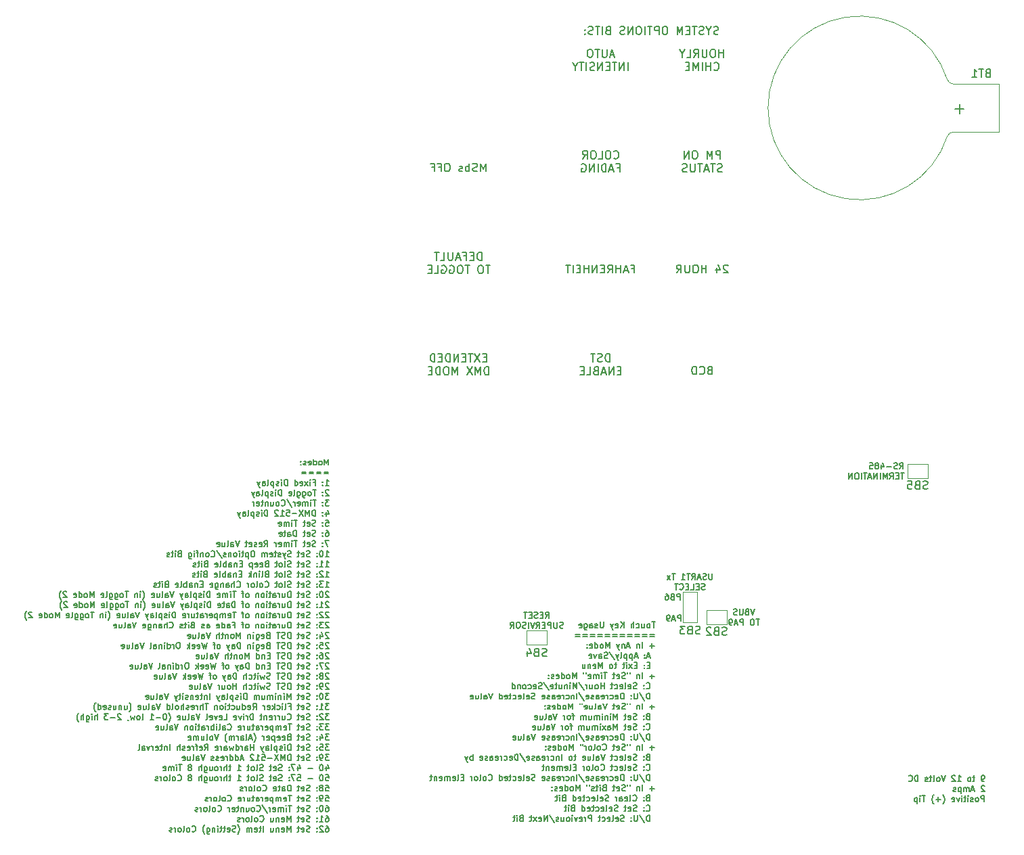
<source format=gbr>
G04 #@! TF.GenerationSoftware,KiCad,Pcbnew,(5.0.1-3-g963ef8bb5)*
G04 #@! TF.CreationDate,2019-01-02T19:54:35-06:00*
G04 #@! TF.ProjectId,kbxBinaryClock.v4,6B627842696E617279436C6F636B2E76,rev?*
G04 #@! TF.SameCoordinates,Original*
G04 #@! TF.FileFunction,Legend,Bot*
G04 #@! TF.FilePolarity,Positive*
%FSLAX46Y46*%
G04 Gerber Fmt 4.6, Leading zero omitted, Abs format (unit mm)*
G04 Created by KiCad (PCBNEW (5.0.1-3-g963ef8bb5)) date Wednesday, January 02, 2019 at 07:54:35 PM*
%MOMM*%
%LPD*%
G01*
G04 APERTURE LIST*
%ADD10C,0.150000*%
%ADD11C,0.120000*%
G04 APERTURE END LIST*
D10*
X154558571Y-58110380D02*
X154558571Y-57110380D01*
X154225238Y-57824666D01*
X153891904Y-57110380D01*
X153891904Y-58110380D01*
X153463333Y-58062761D02*
X153320476Y-58110380D01*
X153082380Y-58110380D01*
X152987142Y-58062761D01*
X152939523Y-58015142D01*
X152891904Y-57919904D01*
X152891904Y-57824666D01*
X152939523Y-57729428D01*
X152987142Y-57681809D01*
X153082380Y-57634190D01*
X153272857Y-57586571D01*
X153368095Y-57538952D01*
X153415714Y-57491333D01*
X153463333Y-57396095D01*
X153463333Y-57300857D01*
X153415714Y-57205619D01*
X153368095Y-57158000D01*
X153272857Y-57110380D01*
X153034761Y-57110380D01*
X152891904Y-57158000D01*
X152463333Y-58110380D02*
X152463333Y-57110380D01*
X152463333Y-57491333D02*
X152368095Y-57443714D01*
X152177619Y-57443714D01*
X152082380Y-57491333D01*
X152034761Y-57538952D01*
X151987142Y-57634190D01*
X151987142Y-57919904D01*
X152034761Y-58015142D01*
X152082380Y-58062761D01*
X152177619Y-58110380D01*
X152368095Y-58110380D01*
X152463333Y-58062761D01*
X151606190Y-58062761D02*
X151510952Y-58110380D01*
X151320476Y-58110380D01*
X151225238Y-58062761D01*
X151177619Y-57967523D01*
X151177619Y-57919904D01*
X151225238Y-57824666D01*
X151320476Y-57777047D01*
X151463333Y-57777047D01*
X151558571Y-57729428D01*
X151606190Y-57634190D01*
X151606190Y-57586571D01*
X151558571Y-57491333D01*
X151463333Y-57443714D01*
X151320476Y-57443714D01*
X151225238Y-57491333D01*
X149796666Y-57110380D02*
X149606190Y-57110380D01*
X149510952Y-57158000D01*
X149415714Y-57253238D01*
X149368095Y-57443714D01*
X149368095Y-57777047D01*
X149415714Y-57967523D01*
X149510952Y-58062761D01*
X149606190Y-58110380D01*
X149796666Y-58110380D01*
X149891904Y-58062761D01*
X149987142Y-57967523D01*
X150034761Y-57777047D01*
X150034761Y-57443714D01*
X149987142Y-57253238D01*
X149891904Y-57158000D01*
X149796666Y-57110380D01*
X148606190Y-57586571D02*
X148939523Y-57586571D01*
X148939523Y-58110380D02*
X148939523Y-57110380D01*
X148463333Y-57110380D01*
X147749047Y-57586571D02*
X148082380Y-57586571D01*
X148082380Y-58110380D02*
X148082380Y-57110380D01*
X147606190Y-57110380D01*
X206305357Y-95332785D02*
X206555357Y-94975642D01*
X206733928Y-95332785D02*
X206733928Y-94582785D01*
X206448214Y-94582785D01*
X206376785Y-94618500D01*
X206341071Y-94654214D01*
X206305357Y-94725642D01*
X206305357Y-94832785D01*
X206341071Y-94904214D01*
X206376785Y-94939928D01*
X206448214Y-94975642D01*
X206733928Y-94975642D01*
X206019642Y-95297071D02*
X205912500Y-95332785D01*
X205733928Y-95332785D01*
X205662500Y-95297071D01*
X205626785Y-95261357D01*
X205591071Y-95189928D01*
X205591071Y-95118500D01*
X205626785Y-95047071D01*
X205662500Y-95011357D01*
X205733928Y-94975642D01*
X205876785Y-94939928D01*
X205948214Y-94904214D01*
X205983928Y-94868500D01*
X206019642Y-94797071D01*
X206019642Y-94725642D01*
X205983928Y-94654214D01*
X205948214Y-94618500D01*
X205876785Y-94582785D01*
X205698214Y-94582785D01*
X205591071Y-94618500D01*
X205269642Y-95047071D02*
X204698214Y-95047071D01*
X204019642Y-94832785D02*
X204019642Y-95332785D01*
X204198214Y-94547071D02*
X204376785Y-95082785D01*
X203912500Y-95082785D01*
X203519642Y-94904214D02*
X203591071Y-94868500D01*
X203626785Y-94832785D01*
X203662500Y-94761357D01*
X203662500Y-94725642D01*
X203626785Y-94654214D01*
X203591071Y-94618500D01*
X203519642Y-94582785D01*
X203376785Y-94582785D01*
X203305357Y-94618500D01*
X203269642Y-94654214D01*
X203233928Y-94725642D01*
X203233928Y-94761357D01*
X203269642Y-94832785D01*
X203305357Y-94868500D01*
X203376785Y-94904214D01*
X203519642Y-94904214D01*
X203591071Y-94939928D01*
X203626785Y-94975642D01*
X203662500Y-95047071D01*
X203662500Y-95189928D01*
X203626785Y-95261357D01*
X203591071Y-95297071D01*
X203519642Y-95332785D01*
X203376785Y-95332785D01*
X203305357Y-95297071D01*
X203269642Y-95261357D01*
X203233928Y-95189928D01*
X203233928Y-95047071D01*
X203269642Y-94975642D01*
X203305357Y-94939928D01*
X203376785Y-94904214D01*
X202555357Y-94582785D02*
X202912500Y-94582785D01*
X202948214Y-94939928D01*
X202912500Y-94904214D01*
X202841071Y-94868500D01*
X202662500Y-94868500D01*
X202591071Y-94904214D01*
X202555357Y-94939928D01*
X202519642Y-95011357D01*
X202519642Y-95189928D01*
X202555357Y-95261357D01*
X202591071Y-95297071D01*
X202662500Y-95332785D01*
X202841071Y-95332785D01*
X202912500Y-95297071D01*
X202948214Y-95261357D01*
X206841071Y-95857785D02*
X206412500Y-95857785D01*
X206626785Y-96607785D02*
X206626785Y-95857785D01*
X206162500Y-96214928D02*
X205912500Y-96214928D01*
X205805357Y-96607785D02*
X206162500Y-96607785D01*
X206162500Y-95857785D01*
X205805357Y-95857785D01*
X205055357Y-96607785D02*
X205305357Y-96250642D01*
X205483928Y-96607785D02*
X205483928Y-95857785D01*
X205198214Y-95857785D01*
X205126785Y-95893500D01*
X205091071Y-95929214D01*
X205055357Y-96000642D01*
X205055357Y-96107785D01*
X205091071Y-96179214D01*
X205126785Y-96214928D01*
X205198214Y-96250642D01*
X205483928Y-96250642D01*
X204733928Y-96607785D02*
X204733928Y-95857785D01*
X204483928Y-96393500D01*
X204233928Y-95857785D01*
X204233928Y-96607785D01*
X203876785Y-96607785D02*
X203876785Y-95857785D01*
X203519642Y-96607785D02*
X203519642Y-95857785D01*
X203091071Y-96607785D01*
X203091071Y-95857785D01*
X202769642Y-96393500D02*
X202412500Y-96393500D01*
X202841071Y-96607785D02*
X202591071Y-95857785D01*
X202341071Y-96607785D01*
X202198214Y-95857785D02*
X201769642Y-95857785D01*
X201983928Y-96607785D02*
X201983928Y-95857785D01*
X201519642Y-96607785D02*
X201519642Y-95857785D01*
X201019642Y-95857785D02*
X200876785Y-95857785D01*
X200805357Y-95893500D01*
X200733928Y-95964928D01*
X200698214Y-96107785D01*
X200698214Y-96357785D01*
X200733928Y-96500642D01*
X200805357Y-96572071D01*
X200876785Y-96607785D01*
X201019642Y-96607785D01*
X201091071Y-96572071D01*
X201162500Y-96500642D01*
X201198214Y-96357785D01*
X201198214Y-96107785D01*
X201162500Y-95964928D01*
X201091071Y-95893500D01*
X201019642Y-95857785D01*
X200376785Y-96607785D02*
X200376785Y-95857785D01*
X199948214Y-96607785D01*
X199948214Y-95857785D01*
X188192000Y-112870785D02*
X187942000Y-113620785D01*
X187692000Y-112870785D01*
X187192000Y-113227928D02*
X187084857Y-113263642D01*
X187049142Y-113299357D01*
X187013428Y-113370785D01*
X187013428Y-113477928D01*
X187049142Y-113549357D01*
X187084857Y-113585071D01*
X187156285Y-113620785D01*
X187442000Y-113620785D01*
X187442000Y-112870785D01*
X187192000Y-112870785D01*
X187120571Y-112906500D01*
X187084857Y-112942214D01*
X187049142Y-113013642D01*
X187049142Y-113085071D01*
X187084857Y-113156500D01*
X187120571Y-113192214D01*
X187192000Y-113227928D01*
X187442000Y-113227928D01*
X186692000Y-112870785D02*
X186692000Y-113477928D01*
X186656285Y-113549357D01*
X186620571Y-113585071D01*
X186549142Y-113620785D01*
X186406285Y-113620785D01*
X186334857Y-113585071D01*
X186299142Y-113549357D01*
X186263428Y-113477928D01*
X186263428Y-112870785D01*
X185942000Y-113585071D02*
X185834857Y-113620785D01*
X185656285Y-113620785D01*
X185584857Y-113585071D01*
X185549142Y-113549357D01*
X185513428Y-113477928D01*
X185513428Y-113406500D01*
X185549142Y-113335071D01*
X185584857Y-113299357D01*
X185656285Y-113263642D01*
X185799142Y-113227928D01*
X185870571Y-113192214D01*
X185906285Y-113156500D01*
X185942000Y-113085071D01*
X185942000Y-113013642D01*
X185906285Y-112942214D01*
X185870571Y-112906500D01*
X185799142Y-112870785D01*
X185620571Y-112870785D01*
X185513428Y-112906500D01*
X188763428Y-114145785D02*
X188334857Y-114145785D01*
X188549142Y-114895785D02*
X188549142Y-114145785D01*
X187942000Y-114145785D02*
X187799142Y-114145785D01*
X187727714Y-114181500D01*
X187656285Y-114252928D01*
X187620571Y-114395785D01*
X187620571Y-114645785D01*
X187656285Y-114788642D01*
X187727714Y-114860071D01*
X187799142Y-114895785D01*
X187942000Y-114895785D01*
X188013428Y-114860071D01*
X188084857Y-114788642D01*
X188120571Y-114645785D01*
X188120571Y-114395785D01*
X188084857Y-114252928D01*
X188013428Y-114181500D01*
X187942000Y-114145785D01*
X186727714Y-114895785D02*
X186727714Y-114145785D01*
X186442000Y-114145785D01*
X186370571Y-114181500D01*
X186334857Y-114217214D01*
X186299142Y-114288642D01*
X186299142Y-114395785D01*
X186334857Y-114467214D01*
X186370571Y-114502928D01*
X186442000Y-114538642D01*
X186727714Y-114538642D01*
X186013428Y-114681500D02*
X185656285Y-114681500D01*
X186084857Y-114895785D02*
X185834857Y-114145785D01*
X185584857Y-114895785D01*
X185299142Y-114895785D02*
X185156285Y-114895785D01*
X185084857Y-114860071D01*
X185049142Y-114824357D01*
X184977714Y-114717214D01*
X184942000Y-114574357D01*
X184942000Y-114288642D01*
X184977714Y-114217214D01*
X185013428Y-114181500D01*
X185084857Y-114145785D01*
X185227714Y-114145785D01*
X185299142Y-114181500D01*
X185334857Y-114217214D01*
X185370571Y-114288642D01*
X185370571Y-114467214D01*
X185334857Y-114538642D01*
X185299142Y-114574357D01*
X185227714Y-114610071D01*
X185084857Y-114610071D01*
X185013428Y-114574357D01*
X184977714Y-114538642D01*
X184942000Y-114467214D01*
X161998285Y-114001785D02*
X162248285Y-113644642D01*
X162426857Y-114001785D02*
X162426857Y-113251785D01*
X162141142Y-113251785D01*
X162069714Y-113287500D01*
X162034000Y-113323214D01*
X161998285Y-113394642D01*
X161998285Y-113501785D01*
X162034000Y-113573214D01*
X162069714Y-113608928D01*
X162141142Y-113644642D01*
X162426857Y-113644642D01*
X161676857Y-113608928D02*
X161426857Y-113608928D01*
X161319714Y-114001785D02*
X161676857Y-114001785D01*
X161676857Y-113251785D01*
X161319714Y-113251785D01*
X161034000Y-113966071D02*
X160926857Y-114001785D01*
X160748285Y-114001785D01*
X160676857Y-113966071D01*
X160641142Y-113930357D01*
X160605428Y-113858928D01*
X160605428Y-113787500D01*
X160641142Y-113716071D01*
X160676857Y-113680357D01*
X160748285Y-113644642D01*
X160891142Y-113608928D01*
X160962571Y-113573214D01*
X160998285Y-113537500D01*
X161034000Y-113466071D01*
X161034000Y-113394642D01*
X160998285Y-113323214D01*
X160962571Y-113287500D01*
X160891142Y-113251785D01*
X160712571Y-113251785D01*
X160605428Y-113287500D01*
X160284000Y-113608928D02*
X160034000Y-113608928D01*
X159926857Y-114001785D02*
X160284000Y-114001785D01*
X160284000Y-113251785D01*
X159926857Y-113251785D01*
X159712571Y-113251785D02*
X159284000Y-113251785D01*
X159498285Y-114001785D02*
X159498285Y-113251785D01*
X164230428Y-115241071D02*
X164123285Y-115276785D01*
X163944714Y-115276785D01*
X163873285Y-115241071D01*
X163837571Y-115205357D01*
X163801857Y-115133928D01*
X163801857Y-115062500D01*
X163837571Y-114991071D01*
X163873285Y-114955357D01*
X163944714Y-114919642D01*
X164087571Y-114883928D01*
X164159000Y-114848214D01*
X164194714Y-114812500D01*
X164230428Y-114741071D01*
X164230428Y-114669642D01*
X164194714Y-114598214D01*
X164159000Y-114562500D01*
X164087571Y-114526785D01*
X163909000Y-114526785D01*
X163801857Y-114562500D01*
X163480428Y-114526785D02*
X163480428Y-115133928D01*
X163444714Y-115205357D01*
X163409000Y-115241071D01*
X163337571Y-115276785D01*
X163194714Y-115276785D01*
X163123285Y-115241071D01*
X163087571Y-115205357D01*
X163051857Y-115133928D01*
X163051857Y-114526785D01*
X162694714Y-115276785D02*
X162694714Y-114526785D01*
X162409000Y-114526785D01*
X162337571Y-114562500D01*
X162301857Y-114598214D01*
X162266142Y-114669642D01*
X162266142Y-114776785D01*
X162301857Y-114848214D01*
X162337571Y-114883928D01*
X162409000Y-114919642D01*
X162694714Y-114919642D01*
X161944714Y-114883928D02*
X161694714Y-114883928D01*
X161587571Y-115276785D02*
X161944714Y-115276785D01*
X161944714Y-114526785D01*
X161587571Y-114526785D01*
X160837571Y-115276785D02*
X161087571Y-114919642D01*
X161266142Y-115276785D02*
X161266142Y-114526785D01*
X160980428Y-114526785D01*
X160909000Y-114562500D01*
X160873285Y-114598214D01*
X160837571Y-114669642D01*
X160837571Y-114776785D01*
X160873285Y-114848214D01*
X160909000Y-114883928D01*
X160980428Y-114919642D01*
X161266142Y-114919642D01*
X160623285Y-114526785D02*
X160373285Y-115276785D01*
X160123285Y-114526785D01*
X159873285Y-115276785D02*
X159873285Y-114526785D01*
X159551857Y-115241071D02*
X159444714Y-115276785D01*
X159266142Y-115276785D01*
X159194714Y-115241071D01*
X159159000Y-115205357D01*
X159123285Y-115133928D01*
X159123285Y-115062500D01*
X159159000Y-114991071D01*
X159194714Y-114955357D01*
X159266142Y-114919642D01*
X159409000Y-114883928D01*
X159480428Y-114848214D01*
X159516142Y-114812500D01*
X159551857Y-114741071D01*
X159551857Y-114669642D01*
X159516142Y-114598214D01*
X159480428Y-114562500D01*
X159409000Y-114526785D01*
X159230428Y-114526785D01*
X159123285Y-114562500D01*
X158659000Y-114526785D02*
X158516142Y-114526785D01*
X158444714Y-114562500D01*
X158373285Y-114633928D01*
X158337571Y-114776785D01*
X158337571Y-115026785D01*
X158373285Y-115169642D01*
X158444714Y-115241071D01*
X158516142Y-115276785D01*
X158659000Y-115276785D01*
X158730428Y-115241071D01*
X158801857Y-115169642D01*
X158837571Y-115026785D01*
X158837571Y-114776785D01*
X158801857Y-114633928D01*
X158730428Y-114562500D01*
X158659000Y-114526785D01*
X157587571Y-115276785D02*
X157837571Y-114919642D01*
X158016142Y-115276785D02*
X158016142Y-114526785D01*
X157730428Y-114526785D01*
X157659000Y-114562500D01*
X157623285Y-114598214D01*
X157587571Y-114669642D01*
X157587571Y-114776785D01*
X157623285Y-114848214D01*
X157659000Y-114883928D01*
X157730428Y-114919642D01*
X158016142Y-114919642D01*
X178929000Y-114385285D02*
X178929000Y-113635285D01*
X178643285Y-113635285D01*
X178571857Y-113671000D01*
X178536142Y-113706714D01*
X178500428Y-113778142D01*
X178500428Y-113885285D01*
X178536142Y-113956714D01*
X178571857Y-113992428D01*
X178643285Y-114028142D01*
X178929000Y-114028142D01*
X178214714Y-114171000D02*
X177857571Y-114171000D01*
X178286142Y-114385285D02*
X178036142Y-113635285D01*
X177786142Y-114385285D01*
X177500428Y-114385285D02*
X177357571Y-114385285D01*
X177286142Y-114349571D01*
X177250428Y-114313857D01*
X177179000Y-114206714D01*
X177143285Y-114063857D01*
X177143285Y-113778142D01*
X177179000Y-113706714D01*
X177214714Y-113671000D01*
X177286142Y-113635285D01*
X177429000Y-113635285D01*
X177500428Y-113671000D01*
X177536142Y-113706714D01*
X177571857Y-113778142D01*
X177571857Y-113956714D01*
X177536142Y-114028142D01*
X177500428Y-114063857D01*
X177429000Y-114099571D01*
X177286142Y-114099571D01*
X177214714Y-114063857D01*
X177179000Y-114028142D01*
X177143285Y-113956714D01*
X178855571Y-111718285D02*
X178855571Y-110968285D01*
X178569857Y-110968285D01*
X178498428Y-111004000D01*
X178462714Y-111039714D01*
X178427000Y-111111142D01*
X178427000Y-111218285D01*
X178462714Y-111289714D01*
X178498428Y-111325428D01*
X178569857Y-111361142D01*
X178855571Y-111361142D01*
X177855571Y-111325428D02*
X177748428Y-111361142D01*
X177712714Y-111396857D01*
X177677000Y-111468285D01*
X177677000Y-111575428D01*
X177712714Y-111646857D01*
X177748428Y-111682571D01*
X177819857Y-111718285D01*
X178105571Y-111718285D01*
X178105571Y-110968285D01*
X177855571Y-110968285D01*
X177784142Y-111004000D01*
X177748428Y-111039714D01*
X177712714Y-111111142D01*
X177712714Y-111182571D01*
X177748428Y-111254000D01*
X177784142Y-111289714D01*
X177855571Y-111325428D01*
X178105571Y-111325428D01*
X177034142Y-110968285D02*
X177177000Y-110968285D01*
X177248428Y-111004000D01*
X177284142Y-111039714D01*
X177355571Y-111146857D01*
X177391285Y-111289714D01*
X177391285Y-111575428D01*
X177355571Y-111646857D01*
X177319857Y-111682571D01*
X177248428Y-111718285D01*
X177105571Y-111718285D01*
X177034142Y-111682571D01*
X176998428Y-111646857D01*
X176962714Y-111575428D01*
X176962714Y-111396857D01*
X176998428Y-111325428D01*
X177034142Y-111289714D01*
X177105571Y-111254000D01*
X177248428Y-111254000D01*
X177319857Y-111289714D01*
X177355571Y-111325428D01*
X177391285Y-111396857D01*
X182871714Y-108425785D02*
X182871714Y-109032928D01*
X182836000Y-109104357D01*
X182800285Y-109140071D01*
X182728857Y-109175785D01*
X182586000Y-109175785D01*
X182514571Y-109140071D01*
X182478857Y-109104357D01*
X182443142Y-109032928D01*
X182443142Y-108425785D01*
X182121714Y-109140071D02*
X182014571Y-109175785D01*
X181836000Y-109175785D01*
X181764571Y-109140071D01*
X181728857Y-109104357D01*
X181693142Y-109032928D01*
X181693142Y-108961500D01*
X181728857Y-108890071D01*
X181764571Y-108854357D01*
X181836000Y-108818642D01*
X181978857Y-108782928D01*
X182050285Y-108747214D01*
X182086000Y-108711500D01*
X182121714Y-108640071D01*
X182121714Y-108568642D01*
X182086000Y-108497214D01*
X182050285Y-108461500D01*
X181978857Y-108425785D01*
X181800285Y-108425785D01*
X181693142Y-108461500D01*
X181407428Y-108961500D02*
X181050285Y-108961500D01*
X181478857Y-109175785D02*
X181228857Y-108425785D01*
X180978857Y-109175785D01*
X180300285Y-109175785D02*
X180550285Y-108818642D01*
X180728857Y-109175785D02*
X180728857Y-108425785D01*
X180443142Y-108425785D01*
X180371714Y-108461500D01*
X180336000Y-108497214D01*
X180300285Y-108568642D01*
X180300285Y-108675785D01*
X180336000Y-108747214D01*
X180371714Y-108782928D01*
X180443142Y-108818642D01*
X180728857Y-108818642D01*
X180086000Y-108425785D02*
X179657428Y-108425785D01*
X179871714Y-109175785D02*
X179871714Y-108425785D01*
X179014571Y-109175785D02*
X179443142Y-109175785D01*
X179228857Y-109175785D02*
X179228857Y-108425785D01*
X179300285Y-108532928D01*
X179371714Y-108604357D01*
X179443142Y-108640071D01*
X178228857Y-108425785D02*
X177800285Y-108425785D01*
X178014571Y-109175785D02*
X178014571Y-108425785D01*
X177621714Y-109175785D02*
X177228857Y-108675785D01*
X177621714Y-108675785D02*
X177228857Y-109175785D01*
X181943142Y-110415071D02*
X181836000Y-110450785D01*
X181657428Y-110450785D01*
X181586000Y-110415071D01*
X181550285Y-110379357D01*
X181514571Y-110307928D01*
X181514571Y-110236500D01*
X181550285Y-110165071D01*
X181586000Y-110129357D01*
X181657428Y-110093642D01*
X181800285Y-110057928D01*
X181871714Y-110022214D01*
X181907428Y-109986500D01*
X181943142Y-109915071D01*
X181943142Y-109843642D01*
X181907428Y-109772214D01*
X181871714Y-109736500D01*
X181800285Y-109700785D01*
X181621714Y-109700785D01*
X181514571Y-109736500D01*
X181193142Y-110057928D02*
X180943142Y-110057928D01*
X180836000Y-110450785D02*
X181193142Y-110450785D01*
X181193142Y-109700785D01*
X180836000Y-109700785D01*
X180157428Y-110450785D02*
X180514571Y-110450785D01*
X180514571Y-109700785D01*
X179907428Y-110057928D02*
X179657428Y-110057928D01*
X179550285Y-110450785D02*
X179907428Y-110450785D01*
X179907428Y-109700785D01*
X179550285Y-109700785D01*
X178800285Y-110379357D02*
X178836000Y-110415071D01*
X178943142Y-110450785D01*
X179014571Y-110450785D01*
X179121714Y-110415071D01*
X179193142Y-110343642D01*
X179228857Y-110272214D01*
X179264571Y-110129357D01*
X179264571Y-110022214D01*
X179228857Y-109879357D01*
X179193142Y-109807928D01*
X179121714Y-109736500D01*
X179014571Y-109700785D01*
X178943142Y-109700785D01*
X178836000Y-109736500D01*
X178800285Y-109772214D01*
X178586000Y-109700785D02*
X178157428Y-109700785D01*
X178371714Y-110450785D02*
X178371714Y-109700785D01*
X175726071Y-114476785D02*
X175297500Y-114476785D01*
X175511785Y-115226785D02*
X175511785Y-114476785D01*
X174940357Y-115226785D02*
X175011785Y-115191071D01*
X175047500Y-115155357D01*
X175083214Y-115083928D01*
X175083214Y-114869642D01*
X175047500Y-114798214D01*
X175011785Y-114762500D01*
X174940357Y-114726785D01*
X174833214Y-114726785D01*
X174761785Y-114762500D01*
X174726071Y-114798214D01*
X174690357Y-114869642D01*
X174690357Y-115083928D01*
X174726071Y-115155357D01*
X174761785Y-115191071D01*
X174833214Y-115226785D01*
X174940357Y-115226785D01*
X174047500Y-114726785D02*
X174047500Y-115226785D01*
X174368928Y-114726785D02*
X174368928Y-115119642D01*
X174333214Y-115191071D01*
X174261785Y-115226785D01*
X174154642Y-115226785D01*
X174083214Y-115191071D01*
X174047500Y-115155357D01*
X173368928Y-115191071D02*
X173440357Y-115226785D01*
X173583214Y-115226785D01*
X173654642Y-115191071D01*
X173690357Y-115155357D01*
X173726071Y-115083928D01*
X173726071Y-114869642D01*
X173690357Y-114798214D01*
X173654642Y-114762500D01*
X173583214Y-114726785D01*
X173440357Y-114726785D01*
X173368928Y-114762500D01*
X173047500Y-115226785D02*
X173047500Y-114476785D01*
X172726071Y-115226785D02*
X172726071Y-114833928D01*
X172761785Y-114762500D01*
X172833214Y-114726785D01*
X172940357Y-114726785D01*
X173011785Y-114762500D01*
X173047500Y-114798214D01*
X171797500Y-115226785D02*
X171797500Y-114476785D01*
X171368928Y-115226785D02*
X171690357Y-114798214D01*
X171368928Y-114476785D02*
X171797500Y-114905357D01*
X170761785Y-115191071D02*
X170833214Y-115226785D01*
X170976071Y-115226785D01*
X171047500Y-115191071D01*
X171083214Y-115119642D01*
X171083214Y-114833928D01*
X171047500Y-114762500D01*
X170976071Y-114726785D01*
X170833214Y-114726785D01*
X170761785Y-114762500D01*
X170726071Y-114833928D01*
X170726071Y-114905357D01*
X171083214Y-114976785D01*
X170476071Y-114726785D02*
X170297500Y-115226785D01*
X170118928Y-114726785D02*
X170297500Y-115226785D01*
X170368928Y-115405357D01*
X170404642Y-115441071D01*
X170476071Y-115476785D01*
X169261785Y-114476785D02*
X169261785Y-115083928D01*
X169226071Y-115155357D01*
X169190357Y-115191071D01*
X169118928Y-115226785D01*
X168976071Y-115226785D01*
X168904642Y-115191071D01*
X168868928Y-115155357D01*
X168833214Y-115083928D01*
X168833214Y-114476785D01*
X168511785Y-115191071D02*
X168440357Y-115226785D01*
X168297500Y-115226785D01*
X168226071Y-115191071D01*
X168190357Y-115119642D01*
X168190357Y-115083928D01*
X168226071Y-115012500D01*
X168297500Y-114976785D01*
X168404642Y-114976785D01*
X168476071Y-114941071D01*
X168511785Y-114869642D01*
X168511785Y-114833928D01*
X168476071Y-114762500D01*
X168404642Y-114726785D01*
X168297500Y-114726785D01*
X168226071Y-114762500D01*
X167547500Y-115226785D02*
X167547500Y-114833928D01*
X167583214Y-114762500D01*
X167654642Y-114726785D01*
X167797500Y-114726785D01*
X167868928Y-114762500D01*
X167547500Y-115191071D02*
X167618928Y-115226785D01*
X167797500Y-115226785D01*
X167868928Y-115191071D01*
X167904642Y-115119642D01*
X167904642Y-115048214D01*
X167868928Y-114976785D01*
X167797500Y-114941071D01*
X167618928Y-114941071D01*
X167547500Y-114905357D01*
X166868928Y-114726785D02*
X166868928Y-115333928D01*
X166904642Y-115405357D01*
X166940357Y-115441071D01*
X167011785Y-115476785D01*
X167118928Y-115476785D01*
X167190357Y-115441071D01*
X166868928Y-115191071D02*
X166940357Y-115226785D01*
X167083214Y-115226785D01*
X167154642Y-115191071D01*
X167190357Y-115155357D01*
X167226071Y-115083928D01*
X167226071Y-114869642D01*
X167190357Y-114798214D01*
X167154642Y-114762500D01*
X167083214Y-114726785D01*
X166940357Y-114726785D01*
X166868928Y-114762500D01*
X166226071Y-115191071D02*
X166297500Y-115226785D01*
X166440357Y-115226785D01*
X166511785Y-115191071D01*
X166547500Y-115119642D01*
X166547500Y-114833928D01*
X166511785Y-114762500D01*
X166440357Y-114726785D01*
X166297500Y-114726785D01*
X166226071Y-114762500D01*
X166190357Y-114833928D01*
X166190357Y-114905357D01*
X166547500Y-114976785D01*
X175618928Y-116108928D02*
X175047500Y-116108928D01*
X175047500Y-116323214D02*
X175618928Y-116323214D01*
X174690357Y-116108928D02*
X174118928Y-116108928D01*
X174118928Y-116323214D02*
X174690357Y-116323214D01*
X173761785Y-116108928D02*
X173190357Y-116108928D01*
X173190357Y-116323214D02*
X173761785Y-116323214D01*
X172833214Y-116108928D02*
X172261785Y-116108928D01*
X172261785Y-116323214D02*
X172833214Y-116323214D01*
X171904642Y-116108928D02*
X171333214Y-116108928D01*
X171333214Y-116323214D02*
X171904642Y-116323214D01*
X170976071Y-116108928D02*
X170404642Y-116108928D01*
X170404642Y-116323214D02*
X170976071Y-116323214D01*
X170047500Y-116108928D02*
X169476071Y-116108928D01*
X169476071Y-116323214D02*
X170047500Y-116323214D01*
X169118928Y-116108928D02*
X168547500Y-116108928D01*
X168547500Y-116323214D02*
X169118928Y-116323214D01*
X168190357Y-116108928D02*
X167618928Y-116108928D01*
X167618928Y-116323214D02*
X168190357Y-116323214D01*
X167261785Y-116108928D02*
X166690357Y-116108928D01*
X166690357Y-116323214D02*
X167261785Y-116323214D01*
X166333214Y-116108928D02*
X165761785Y-116108928D01*
X165761785Y-116323214D02*
X166333214Y-116323214D01*
X175618928Y-117491071D02*
X175047500Y-117491071D01*
X175333214Y-117776785D02*
X175333214Y-117205357D01*
X174118928Y-117776785D02*
X174118928Y-117026785D01*
X173761785Y-117276785D02*
X173761785Y-117776785D01*
X173761785Y-117348214D02*
X173726071Y-117312500D01*
X173654642Y-117276785D01*
X173547500Y-117276785D01*
X173476071Y-117312500D01*
X173440357Y-117383928D01*
X173440357Y-117776785D01*
X172547500Y-117562500D02*
X172190357Y-117562500D01*
X172618928Y-117776785D02*
X172368928Y-117026785D01*
X172118928Y-117776785D01*
X171868928Y-117276785D02*
X171868928Y-117776785D01*
X171868928Y-117348214D02*
X171833214Y-117312500D01*
X171761785Y-117276785D01*
X171654642Y-117276785D01*
X171583214Y-117312500D01*
X171547500Y-117383928D01*
X171547500Y-117776785D01*
X171261785Y-117276785D02*
X171083214Y-117776785D01*
X170904642Y-117276785D02*
X171083214Y-117776785D01*
X171154642Y-117955357D01*
X171190357Y-117991071D01*
X171261785Y-118026785D01*
X170047500Y-117776785D02*
X170047500Y-117026785D01*
X169797500Y-117562500D01*
X169547500Y-117026785D01*
X169547500Y-117776785D01*
X169083214Y-117776785D02*
X169154642Y-117741071D01*
X169190357Y-117705357D01*
X169226071Y-117633928D01*
X169226071Y-117419642D01*
X169190357Y-117348214D01*
X169154642Y-117312500D01*
X169083214Y-117276785D01*
X168976071Y-117276785D01*
X168904642Y-117312500D01*
X168868928Y-117348214D01*
X168833214Y-117419642D01*
X168833214Y-117633928D01*
X168868928Y-117705357D01*
X168904642Y-117741071D01*
X168976071Y-117776785D01*
X169083214Y-117776785D01*
X168190357Y-117776785D02*
X168190357Y-117026785D01*
X168190357Y-117741071D02*
X168261785Y-117776785D01*
X168404642Y-117776785D01*
X168476071Y-117741071D01*
X168511785Y-117705357D01*
X168547500Y-117633928D01*
X168547500Y-117419642D01*
X168511785Y-117348214D01*
X168476071Y-117312500D01*
X168404642Y-117276785D01*
X168261785Y-117276785D01*
X168190357Y-117312500D01*
X167547500Y-117741071D02*
X167618928Y-117776785D01*
X167761785Y-117776785D01*
X167833214Y-117741071D01*
X167868928Y-117669642D01*
X167868928Y-117383928D01*
X167833214Y-117312500D01*
X167761785Y-117276785D01*
X167618928Y-117276785D01*
X167547500Y-117312500D01*
X167511785Y-117383928D01*
X167511785Y-117455357D01*
X167868928Y-117526785D01*
X167190357Y-117705357D02*
X167154642Y-117741071D01*
X167190357Y-117776785D01*
X167226071Y-117741071D01*
X167190357Y-117705357D01*
X167190357Y-117776785D01*
X167190357Y-117312500D02*
X167154642Y-117348214D01*
X167190357Y-117383928D01*
X167226071Y-117348214D01*
X167190357Y-117312500D01*
X167190357Y-117383928D01*
X175083214Y-118837500D02*
X174726071Y-118837500D01*
X175154642Y-119051785D02*
X174904642Y-118301785D01*
X174654642Y-119051785D01*
X174404642Y-118980357D02*
X174368928Y-119016071D01*
X174404642Y-119051785D01*
X174440357Y-119016071D01*
X174404642Y-118980357D01*
X174404642Y-119051785D01*
X174404642Y-118587500D02*
X174368928Y-118623214D01*
X174404642Y-118658928D01*
X174440357Y-118623214D01*
X174404642Y-118587500D01*
X174404642Y-118658928D01*
X173511785Y-118837500D02*
X173154642Y-118837500D01*
X173583214Y-119051785D02*
X173333214Y-118301785D01*
X173083214Y-119051785D01*
X172833214Y-118551785D02*
X172833214Y-119301785D01*
X172833214Y-118587500D02*
X172761785Y-118551785D01*
X172618928Y-118551785D01*
X172547500Y-118587500D01*
X172511785Y-118623214D01*
X172476071Y-118694642D01*
X172476071Y-118908928D01*
X172511785Y-118980357D01*
X172547500Y-119016071D01*
X172618928Y-119051785D01*
X172761785Y-119051785D01*
X172833214Y-119016071D01*
X172154642Y-118551785D02*
X172154642Y-119301785D01*
X172154642Y-118587500D02*
X172083214Y-118551785D01*
X171940357Y-118551785D01*
X171868928Y-118587500D01*
X171833214Y-118623214D01*
X171797500Y-118694642D01*
X171797500Y-118908928D01*
X171833214Y-118980357D01*
X171868928Y-119016071D01*
X171940357Y-119051785D01*
X172083214Y-119051785D01*
X172154642Y-119016071D01*
X171368928Y-119051785D02*
X171440357Y-119016071D01*
X171476071Y-118944642D01*
X171476071Y-118301785D01*
X171154642Y-118551785D02*
X170976071Y-119051785D01*
X170797500Y-118551785D02*
X170976071Y-119051785D01*
X171047500Y-119230357D01*
X171083214Y-119266071D01*
X171154642Y-119301785D01*
X169976071Y-118266071D02*
X170618928Y-119230357D01*
X169761785Y-119016071D02*
X169654642Y-119051785D01*
X169476071Y-119051785D01*
X169404642Y-119016071D01*
X169368928Y-118980357D01*
X169333214Y-118908928D01*
X169333214Y-118837500D01*
X169368928Y-118766071D01*
X169404642Y-118730357D01*
X169476071Y-118694642D01*
X169618928Y-118658928D01*
X169690357Y-118623214D01*
X169726071Y-118587500D01*
X169761785Y-118516071D01*
X169761785Y-118444642D01*
X169726071Y-118373214D01*
X169690357Y-118337500D01*
X169618928Y-118301785D01*
X169440357Y-118301785D01*
X169333214Y-118337500D01*
X168690357Y-119051785D02*
X168690357Y-118658928D01*
X168726071Y-118587500D01*
X168797500Y-118551785D01*
X168940357Y-118551785D01*
X169011785Y-118587500D01*
X168690357Y-119016071D02*
X168761785Y-119051785D01*
X168940357Y-119051785D01*
X169011785Y-119016071D01*
X169047500Y-118944642D01*
X169047500Y-118873214D01*
X169011785Y-118801785D01*
X168940357Y-118766071D01*
X168761785Y-118766071D01*
X168690357Y-118730357D01*
X168404642Y-118551785D02*
X168226071Y-119051785D01*
X168047500Y-118551785D01*
X167476071Y-119016071D02*
X167547500Y-119051785D01*
X167690357Y-119051785D01*
X167761785Y-119016071D01*
X167797500Y-118944642D01*
X167797500Y-118658928D01*
X167761785Y-118587500D01*
X167690357Y-118551785D01*
X167547500Y-118551785D01*
X167476071Y-118587500D01*
X167440357Y-118658928D01*
X167440357Y-118730357D01*
X167797500Y-118801785D01*
X175047500Y-119933928D02*
X174797500Y-119933928D01*
X174690357Y-120326785D02*
X175047500Y-120326785D01*
X175047500Y-119576785D01*
X174690357Y-119576785D01*
X174368928Y-120255357D02*
X174333214Y-120291071D01*
X174368928Y-120326785D01*
X174404642Y-120291071D01*
X174368928Y-120255357D01*
X174368928Y-120326785D01*
X174368928Y-119862500D02*
X174333214Y-119898214D01*
X174368928Y-119933928D01*
X174404642Y-119898214D01*
X174368928Y-119862500D01*
X174368928Y-119933928D01*
X173440357Y-119933928D02*
X173190357Y-119933928D01*
X173083214Y-120326785D02*
X173440357Y-120326785D01*
X173440357Y-119576785D01*
X173083214Y-119576785D01*
X172833214Y-120326785D02*
X172440357Y-119826785D01*
X172833214Y-119826785D02*
X172440357Y-120326785D01*
X172154642Y-120326785D02*
X172154642Y-119826785D01*
X172154642Y-119576785D02*
X172190357Y-119612500D01*
X172154642Y-119648214D01*
X172118928Y-119612500D01*
X172154642Y-119576785D01*
X172154642Y-119648214D01*
X171904642Y-119826785D02*
X171618928Y-119826785D01*
X171797500Y-119576785D02*
X171797500Y-120219642D01*
X171761785Y-120291071D01*
X171690357Y-120326785D01*
X171618928Y-120326785D01*
X170904642Y-119826785D02*
X170618928Y-119826785D01*
X170797500Y-119576785D02*
X170797500Y-120219642D01*
X170761785Y-120291071D01*
X170690357Y-120326785D01*
X170618928Y-120326785D01*
X170261785Y-120326785D02*
X170333214Y-120291071D01*
X170368928Y-120255357D01*
X170404642Y-120183928D01*
X170404642Y-119969642D01*
X170368928Y-119898214D01*
X170333214Y-119862500D01*
X170261785Y-119826785D01*
X170154642Y-119826785D01*
X170083214Y-119862500D01*
X170047500Y-119898214D01*
X170011785Y-119969642D01*
X170011785Y-120183928D01*
X170047500Y-120255357D01*
X170083214Y-120291071D01*
X170154642Y-120326785D01*
X170261785Y-120326785D01*
X169118928Y-120326785D02*
X169118928Y-119576785D01*
X168868928Y-120112500D01*
X168618928Y-119576785D01*
X168618928Y-120326785D01*
X167976071Y-120291071D02*
X168047500Y-120326785D01*
X168190357Y-120326785D01*
X168261785Y-120291071D01*
X168297500Y-120219642D01*
X168297500Y-119933928D01*
X168261785Y-119862500D01*
X168190357Y-119826785D01*
X168047500Y-119826785D01*
X167976071Y-119862500D01*
X167940357Y-119933928D01*
X167940357Y-120005357D01*
X168297500Y-120076785D01*
X167618928Y-119826785D02*
X167618928Y-120326785D01*
X167618928Y-119898214D02*
X167583214Y-119862500D01*
X167511785Y-119826785D01*
X167404642Y-119826785D01*
X167333214Y-119862500D01*
X167297500Y-119933928D01*
X167297500Y-120326785D01*
X166618928Y-119826785D02*
X166618928Y-120326785D01*
X166940357Y-119826785D02*
X166940357Y-120219642D01*
X166904642Y-120291071D01*
X166833214Y-120326785D01*
X166726071Y-120326785D01*
X166654642Y-120291071D01*
X166618928Y-120255357D01*
X175618928Y-121316071D02*
X175047500Y-121316071D01*
X175333214Y-121601785D02*
X175333214Y-121030357D01*
X174118928Y-121601785D02*
X174118928Y-120851785D01*
X173761785Y-121101785D02*
X173761785Y-121601785D01*
X173761785Y-121173214D02*
X173726071Y-121137500D01*
X173654642Y-121101785D01*
X173547500Y-121101785D01*
X173476071Y-121137500D01*
X173440357Y-121208928D01*
X173440357Y-121601785D01*
X172547500Y-120851785D02*
X172547500Y-120994642D01*
X172261785Y-120851785D02*
X172261785Y-120994642D01*
X171976071Y-121566071D02*
X171868928Y-121601785D01*
X171690357Y-121601785D01*
X171618928Y-121566071D01*
X171583214Y-121530357D01*
X171547500Y-121458928D01*
X171547500Y-121387500D01*
X171583214Y-121316071D01*
X171618928Y-121280357D01*
X171690357Y-121244642D01*
X171833214Y-121208928D01*
X171904642Y-121173214D01*
X171940357Y-121137500D01*
X171976071Y-121066071D01*
X171976071Y-120994642D01*
X171940357Y-120923214D01*
X171904642Y-120887500D01*
X171833214Y-120851785D01*
X171654642Y-120851785D01*
X171547500Y-120887500D01*
X170940357Y-121566071D02*
X171011785Y-121601785D01*
X171154642Y-121601785D01*
X171226071Y-121566071D01*
X171261785Y-121494642D01*
X171261785Y-121208928D01*
X171226071Y-121137500D01*
X171154642Y-121101785D01*
X171011785Y-121101785D01*
X170940357Y-121137500D01*
X170904642Y-121208928D01*
X170904642Y-121280357D01*
X171261785Y-121351785D01*
X170690357Y-121101785D02*
X170404642Y-121101785D01*
X170583214Y-120851785D02*
X170583214Y-121494642D01*
X170547500Y-121566071D01*
X170476071Y-121601785D01*
X170404642Y-121601785D01*
X169690357Y-120851785D02*
X169261785Y-120851785D01*
X169476071Y-121601785D02*
X169476071Y-120851785D01*
X169011785Y-121601785D02*
X169011785Y-121101785D01*
X169011785Y-120851785D02*
X169047500Y-120887500D01*
X169011785Y-120923214D01*
X168976071Y-120887500D01*
X169011785Y-120851785D01*
X169011785Y-120923214D01*
X168654642Y-121601785D02*
X168654642Y-121101785D01*
X168654642Y-121173214D02*
X168618928Y-121137500D01*
X168547500Y-121101785D01*
X168440357Y-121101785D01*
X168368928Y-121137500D01*
X168333214Y-121208928D01*
X168333214Y-121601785D01*
X168333214Y-121208928D02*
X168297500Y-121137500D01*
X168226071Y-121101785D01*
X168118928Y-121101785D01*
X168047500Y-121137500D01*
X168011785Y-121208928D01*
X168011785Y-121601785D01*
X167368928Y-121566071D02*
X167440357Y-121601785D01*
X167583214Y-121601785D01*
X167654642Y-121566071D01*
X167690357Y-121494642D01*
X167690357Y-121208928D01*
X167654642Y-121137500D01*
X167583214Y-121101785D01*
X167440357Y-121101785D01*
X167368928Y-121137500D01*
X167333214Y-121208928D01*
X167333214Y-121280357D01*
X167690357Y-121351785D01*
X167047500Y-120851785D02*
X167047500Y-120994642D01*
X166761785Y-120851785D02*
X166761785Y-120994642D01*
X165868928Y-121601785D02*
X165868928Y-120851785D01*
X165618928Y-121387500D01*
X165368928Y-120851785D01*
X165368928Y-121601785D01*
X164904642Y-121601785D02*
X164976071Y-121566071D01*
X165011785Y-121530357D01*
X165047500Y-121458928D01*
X165047500Y-121244642D01*
X165011785Y-121173214D01*
X164976071Y-121137500D01*
X164904642Y-121101785D01*
X164797500Y-121101785D01*
X164726071Y-121137500D01*
X164690357Y-121173214D01*
X164654642Y-121244642D01*
X164654642Y-121458928D01*
X164690357Y-121530357D01*
X164726071Y-121566071D01*
X164797500Y-121601785D01*
X164904642Y-121601785D01*
X164011785Y-121601785D02*
X164011785Y-120851785D01*
X164011785Y-121566071D02*
X164083214Y-121601785D01*
X164226071Y-121601785D01*
X164297500Y-121566071D01*
X164333214Y-121530357D01*
X164368928Y-121458928D01*
X164368928Y-121244642D01*
X164333214Y-121173214D01*
X164297500Y-121137500D01*
X164226071Y-121101785D01*
X164083214Y-121101785D01*
X164011785Y-121137500D01*
X163368928Y-121566071D02*
X163440357Y-121601785D01*
X163583214Y-121601785D01*
X163654642Y-121566071D01*
X163690357Y-121494642D01*
X163690357Y-121208928D01*
X163654642Y-121137500D01*
X163583214Y-121101785D01*
X163440357Y-121101785D01*
X163368928Y-121137500D01*
X163333214Y-121208928D01*
X163333214Y-121280357D01*
X163690357Y-121351785D01*
X163047500Y-121566071D02*
X162976071Y-121601785D01*
X162833214Y-121601785D01*
X162761785Y-121566071D01*
X162726071Y-121494642D01*
X162726071Y-121458928D01*
X162761785Y-121387500D01*
X162833214Y-121351785D01*
X162940357Y-121351785D01*
X163011785Y-121316071D01*
X163047500Y-121244642D01*
X163047500Y-121208928D01*
X163011785Y-121137500D01*
X162940357Y-121101785D01*
X162833214Y-121101785D01*
X162761785Y-121137500D01*
X162404642Y-121530357D02*
X162368928Y-121566071D01*
X162404642Y-121601785D01*
X162440357Y-121566071D01*
X162404642Y-121530357D01*
X162404642Y-121601785D01*
X162404642Y-121137500D02*
X162368928Y-121173214D01*
X162404642Y-121208928D01*
X162440357Y-121173214D01*
X162404642Y-121137500D01*
X162404642Y-121208928D01*
X174618928Y-122805357D02*
X174654642Y-122841071D01*
X174761785Y-122876785D01*
X174833214Y-122876785D01*
X174940357Y-122841071D01*
X175011785Y-122769642D01*
X175047500Y-122698214D01*
X175083214Y-122555357D01*
X175083214Y-122448214D01*
X175047500Y-122305357D01*
X175011785Y-122233928D01*
X174940357Y-122162500D01*
X174833214Y-122126785D01*
X174761785Y-122126785D01*
X174654642Y-122162500D01*
X174618928Y-122198214D01*
X174297500Y-122805357D02*
X174261785Y-122841071D01*
X174297500Y-122876785D01*
X174333214Y-122841071D01*
X174297500Y-122805357D01*
X174297500Y-122876785D01*
X174297500Y-122412500D02*
X174261785Y-122448214D01*
X174297500Y-122483928D01*
X174333214Y-122448214D01*
X174297500Y-122412500D01*
X174297500Y-122483928D01*
X173404642Y-122841071D02*
X173297500Y-122876785D01*
X173118928Y-122876785D01*
X173047500Y-122841071D01*
X173011785Y-122805357D01*
X172976071Y-122733928D01*
X172976071Y-122662500D01*
X173011785Y-122591071D01*
X173047500Y-122555357D01*
X173118928Y-122519642D01*
X173261785Y-122483928D01*
X173333214Y-122448214D01*
X173368928Y-122412500D01*
X173404642Y-122341071D01*
X173404642Y-122269642D01*
X173368928Y-122198214D01*
X173333214Y-122162500D01*
X173261785Y-122126785D01*
X173083214Y-122126785D01*
X172976071Y-122162500D01*
X172368928Y-122841071D02*
X172440357Y-122876785D01*
X172583214Y-122876785D01*
X172654642Y-122841071D01*
X172690357Y-122769642D01*
X172690357Y-122483928D01*
X172654642Y-122412500D01*
X172583214Y-122376785D01*
X172440357Y-122376785D01*
X172368928Y-122412500D01*
X172333214Y-122483928D01*
X172333214Y-122555357D01*
X172690357Y-122626785D01*
X171904642Y-122876785D02*
X171976071Y-122841071D01*
X172011785Y-122769642D01*
X172011785Y-122126785D01*
X171333214Y-122841071D02*
X171404642Y-122876785D01*
X171547500Y-122876785D01*
X171618928Y-122841071D01*
X171654642Y-122769642D01*
X171654642Y-122483928D01*
X171618928Y-122412500D01*
X171547500Y-122376785D01*
X171404642Y-122376785D01*
X171333214Y-122412500D01*
X171297500Y-122483928D01*
X171297500Y-122555357D01*
X171654642Y-122626785D01*
X170654642Y-122841071D02*
X170726071Y-122876785D01*
X170868928Y-122876785D01*
X170940357Y-122841071D01*
X170976071Y-122805357D01*
X171011785Y-122733928D01*
X171011785Y-122519642D01*
X170976071Y-122448214D01*
X170940357Y-122412500D01*
X170868928Y-122376785D01*
X170726071Y-122376785D01*
X170654642Y-122412500D01*
X170440357Y-122376785D02*
X170154642Y-122376785D01*
X170333214Y-122126785D02*
X170333214Y-122769642D01*
X170297500Y-122841071D01*
X170226071Y-122876785D01*
X170154642Y-122876785D01*
X169333214Y-122876785D02*
X169333214Y-122126785D01*
X169333214Y-122483928D02*
X168904642Y-122483928D01*
X168904642Y-122876785D02*
X168904642Y-122126785D01*
X168440357Y-122876785D02*
X168511785Y-122841071D01*
X168547500Y-122805357D01*
X168583214Y-122733928D01*
X168583214Y-122519642D01*
X168547500Y-122448214D01*
X168511785Y-122412500D01*
X168440357Y-122376785D01*
X168333214Y-122376785D01*
X168261785Y-122412500D01*
X168226071Y-122448214D01*
X168190357Y-122519642D01*
X168190357Y-122733928D01*
X168226071Y-122805357D01*
X168261785Y-122841071D01*
X168333214Y-122876785D01*
X168440357Y-122876785D01*
X167547500Y-122376785D02*
X167547500Y-122876785D01*
X167868928Y-122376785D02*
X167868928Y-122769642D01*
X167833214Y-122841071D01*
X167761785Y-122876785D01*
X167654642Y-122876785D01*
X167583214Y-122841071D01*
X167547500Y-122805357D01*
X167190357Y-122876785D02*
X167190357Y-122376785D01*
X167190357Y-122519642D02*
X167154642Y-122448214D01*
X167118928Y-122412500D01*
X167047500Y-122376785D01*
X166976071Y-122376785D01*
X166190357Y-122091071D02*
X166833214Y-123055357D01*
X165940357Y-122876785D02*
X165940357Y-122126785D01*
X165690357Y-122662500D01*
X165440357Y-122126785D01*
X165440357Y-122876785D01*
X165083214Y-122876785D02*
X165083214Y-122376785D01*
X165083214Y-122126785D02*
X165118928Y-122162500D01*
X165083214Y-122198214D01*
X165047500Y-122162500D01*
X165083214Y-122126785D01*
X165083214Y-122198214D01*
X164726071Y-122376785D02*
X164726071Y-122876785D01*
X164726071Y-122448214D02*
X164690357Y-122412500D01*
X164618928Y-122376785D01*
X164511785Y-122376785D01*
X164440357Y-122412500D01*
X164404642Y-122483928D01*
X164404642Y-122876785D01*
X163726071Y-122376785D02*
X163726071Y-122876785D01*
X164047500Y-122376785D02*
X164047500Y-122769642D01*
X164011785Y-122841071D01*
X163940357Y-122876785D01*
X163833214Y-122876785D01*
X163761785Y-122841071D01*
X163726071Y-122805357D01*
X163476071Y-122376785D02*
X163190357Y-122376785D01*
X163368928Y-122126785D02*
X163368928Y-122769642D01*
X163333214Y-122841071D01*
X163261785Y-122876785D01*
X163190357Y-122876785D01*
X162654642Y-122841071D02*
X162726071Y-122876785D01*
X162868928Y-122876785D01*
X162940357Y-122841071D01*
X162976071Y-122769642D01*
X162976071Y-122483928D01*
X162940357Y-122412500D01*
X162868928Y-122376785D01*
X162726071Y-122376785D01*
X162654642Y-122412500D01*
X162618928Y-122483928D01*
X162618928Y-122555357D01*
X162976071Y-122626785D01*
X161761785Y-122091071D02*
X162404642Y-123055357D01*
X161547500Y-122841071D02*
X161440357Y-122876785D01*
X161261785Y-122876785D01*
X161190357Y-122841071D01*
X161154642Y-122805357D01*
X161118928Y-122733928D01*
X161118928Y-122662500D01*
X161154642Y-122591071D01*
X161190357Y-122555357D01*
X161261785Y-122519642D01*
X161404642Y-122483928D01*
X161476071Y-122448214D01*
X161511785Y-122412500D01*
X161547500Y-122341071D01*
X161547500Y-122269642D01*
X161511785Y-122198214D01*
X161476071Y-122162500D01*
X161404642Y-122126785D01*
X161226071Y-122126785D01*
X161118928Y-122162500D01*
X160511785Y-122841071D02*
X160583214Y-122876785D01*
X160726071Y-122876785D01*
X160797500Y-122841071D01*
X160833214Y-122769642D01*
X160833214Y-122483928D01*
X160797500Y-122412500D01*
X160726071Y-122376785D01*
X160583214Y-122376785D01*
X160511785Y-122412500D01*
X160476071Y-122483928D01*
X160476071Y-122555357D01*
X160833214Y-122626785D01*
X159833214Y-122841071D02*
X159904642Y-122876785D01*
X160047500Y-122876785D01*
X160118928Y-122841071D01*
X160154642Y-122805357D01*
X160190357Y-122733928D01*
X160190357Y-122519642D01*
X160154642Y-122448214D01*
X160118928Y-122412500D01*
X160047500Y-122376785D01*
X159904642Y-122376785D01*
X159833214Y-122412500D01*
X159404642Y-122876785D02*
X159476071Y-122841071D01*
X159511785Y-122805357D01*
X159547500Y-122733928D01*
X159547500Y-122519642D01*
X159511785Y-122448214D01*
X159476071Y-122412500D01*
X159404642Y-122376785D01*
X159297500Y-122376785D01*
X159226071Y-122412500D01*
X159190357Y-122448214D01*
X159154642Y-122519642D01*
X159154642Y-122733928D01*
X159190357Y-122805357D01*
X159226071Y-122841071D01*
X159297500Y-122876785D01*
X159404642Y-122876785D01*
X158833214Y-122376785D02*
X158833214Y-122876785D01*
X158833214Y-122448214D02*
X158797500Y-122412500D01*
X158726071Y-122376785D01*
X158618928Y-122376785D01*
X158547500Y-122412500D01*
X158511785Y-122483928D01*
X158511785Y-122876785D01*
X157833214Y-122876785D02*
X157833214Y-122126785D01*
X157833214Y-122841071D02*
X157904642Y-122876785D01*
X158047500Y-122876785D01*
X158118928Y-122841071D01*
X158154642Y-122805357D01*
X158190357Y-122733928D01*
X158190357Y-122519642D01*
X158154642Y-122448214D01*
X158118928Y-122412500D01*
X158047500Y-122376785D01*
X157904642Y-122376785D01*
X157833214Y-122412500D01*
X175047500Y-124151785D02*
X175047500Y-123401785D01*
X174868928Y-123401785D01*
X174761785Y-123437500D01*
X174690357Y-123508928D01*
X174654642Y-123580357D01*
X174618928Y-123723214D01*
X174618928Y-123830357D01*
X174654642Y-123973214D01*
X174690357Y-124044642D01*
X174761785Y-124116071D01*
X174868928Y-124151785D01*
X175047500Y-124151785D01*
X173761785Y-123366071D02*
X174404642Y-124330357D01*
X173511785Y-123401785D02*
X173511785Y-124008928D01*
X173476071Y-124080357D01*
X173440357Y-124116071D01*
X173368928Y-124151785D01*
X173226071Y-124151785D01*
X173154642Y-124116071D01*
X173118928Y-124080357D01*
X173083214Y-124008928D01*
X173083214Y-123401785D01*
X172726071Y-124080357D02*
X172690357Y-124116071D01*
X172726071Y-124151785D01*
X172761785Y-124116071D01*
X172726071Y-124080357D01*
X172726071Y-124151785D01*
X172726071Y-123687500D02*
X172690357Y-123723214D01*
X172726071Y-123758928D01*
X172761785Y-123723214D01*
X172726071Y-123687500D01*
X172726071Y-123758928D01*
X171797500Y-124151785D02*
X171797500Y-123401785D01*
X171618928Y-123401785D01*
X171511785Y-123437500D01*
X171440357Y-123508928D01*
X171404642Y-123580357D01*
X171368928Y-123723214D01*
X171368928Y-123830357D01*
X171404642Y-123973214D01*
X171440357Y-124044642D01*
X171511785Y-124116071D01*
X171618928Y-124151785D01*
X171797500Y-124151785D01*
X170761785Y-124116071D02*
X170833214Y-124151785D01*
X170976071Y-124151785D01*
X171047500Y-124116071D01*
X171083214Y-124044642D01*
X171083214Y-123758928D01*
X171047500Y-123687500D01*
X170976071Y-123651785D01*
X170833214Y-123651785D01*
X170761785Y-123687500D01*
X170726071Y-123758928D01*
X170726071Y-123830357D01*
X171083214Y-123901785D01*
X170083214Y-124116071D02*
X170154642Y-124151785D01*
X170297500Y-124151785D01*
X170368928Y-124116071D01*
X170404642Y-124080357D01*
X170440357Y-124008928D01*
X170440357Y-123794642D01*
X170404642Y-123723214D01*
X170368928Y-123687500D01*
X170297500Y-123651785D01*
X170154642Y-123651785D01*
X170083214Y-123687500D01*
X169761785Y-124151785D02*
X169761785Y-123651785D01*
X169761785Y-123794642D02*
X169726071Y-123723214D01*
X169690357Y-123687500D01*
X169618928Y-123651785D01*
X169547500Y-123651785D01*
X169011785Y-124116071D02*
X169083214Y-124151785D01*
X169226071Y-124151785D01*
X169297500Y-124116071D01*
X169333214Y-124044642D01*
X169333214Y-123758928D01*
X169297500Y-123687500D01*
X169226071Y-123651785D01*
X169083214Y-123651785D01*
X169011785Y-123687500D01*
X168976071Y-123758928D01*
X168976071Y-123830357D01*
X169333214Y-123901785D01*
X168333214Y-124151785D02*
X168333214Y-123758928D01*
X168368928Y-123687500D01*
X168440357Y-123651785D01*
X168583214Y-123651785D01*
X168654642Y-123687500D01*
X168333214Y-124116071D02*
X168404642Y-124151785D01*
X168583214Y-124151785D01*
X168654642Y-124116071D01*
X168690357Y-124044642D01*
X168690357Y-123973214D01*
X168654642Y-123901785D01*
X168583214Y-123866071D01*
X168404642Y-123866071D01*
X168333214Y-123830357D01*
X168011785Y-124116071D02*
X167940357Y-124151785D01*
X167797500Y-124151785D01*
X167726071Y-124116071D01*
X167690357Y-124044642D01*
X167690357Y-124008928D01*
X167726071Y-123937500D01*
X167797500Y-123901785D01*
X167904642Y-123901785D01*
X167976071Y-123866071D01*
X168011785Y-123794642D01*
X168011785Y-123758928D01*
X167976071Y-123687500D01*
X167904642Y-123651785D01*
X167797500Y-123651785D01*
X167726071Y-123687500D01*
X167083214Y-124116071D02*
X167154642Y-124151785D01*
X167297500Y-124151785D01*
X167368928Y-124116071D01*
X167404642Y-124044642D01*
X167404642Y-123758928D01*
X167368928Y-123687500D01*
X167297500Y-123651785D01*
X167154642Y-123651785D01*
X167083214Y-123687500D01*
X167047500Y-123758928D01*
X167047500Y-123830357D01*
X167404642Y-123901785D01*
X166190357Y-123366071D02*
X166833214Y-124330357D01*
X165940357Y-124151785D02*
X165940357Y-123401785D01*
X165583214Y-123651785D02*
X165583214Y-124151785D01*
X165583214Y-123723214D02*
X165547500Y-123687500D01*
X165476071Y-123651785D01*
X165368928Y-123651785D01*
X165297500Y-123687500D01*
X165261785Y-123758928D01*
X165261785Y-124151785D01*
X164583214Y-124116071D02*
X164654642Y-124151785D01*
X164797500Y-124151785D01*
X164868928Y-124116071D01*
X164904642Y-124080357D01*
X164940357Y-124008928D01*
X164940357Y-123794642D01*
X164904642Y-123723214D01*
X164868928Y-123687500D01*
X164797500Y-123651785D01*
X164654642Y-123651785D01*
X164583214Y-123687500D01*
X164261785Y-124151785D02*
X164261785Y-123651785D01*
X164261785Y-123794642D02*
X164226071Y-123723214D01*
X164190357Y-123687500D01*
X164118928Y-123651785D01*
X164047500Y-123651785D01*
X163511785Y-124116071D02*
X163583214Y-124151785D01*
X163726071Y-124151785D01*
X163797500Y-124116071D01*
X163833214Y-124044642D01*
X163833214Y-123758928D01*
X163797500Y-123687500D01*
X163726071Y-123651785D01*
X163583214Y-123651785D01*
X163511785Y-123687500D01*
X163476071Y-123758928D01*
X163476071Y-123830357D01*
X163833214Y-123901785D01*
X162833214Y-124151785D02*
X162833214Y-123758928D01*
X162868928Y-123687500D01*
X162940357Y-123651785D01*
X163083214Y-123651785D01*
X163154642Y-123687500D01*
X162833214Y-124116071D02*
X162904642Y-124151785D01*
X163083214Y-124151785D01*
X163154642Y-124116071D01*
X163190357Y-124044642D01*
X163190357Y-123973214D01*
X163154642Y-123901785D01*
X163083214Y-123866071D01*
X162904642Y-123866071D01*
X162833214Y-123830357D01*
X162511785Y-124116071D02*
X162440357Y-124151785D01*
X162297500Y-124151785D01*
X162226071Y-124116071D01*
X162190357Y-124044642D01*
X162190357Y-124008928D01*
X162226071Y-123937500D01*
X162297500Y-123901785D01*
X162404642Y-123901785D01*
X162476071Y-123866071D01*
X162511785Y-123794642D01*
X162511785Y-123758928D01*
X162476071Y-123687500D01*
X162404642Y-123651785D01*
X162297500Y-123651785D01*
X162226071Y-123687500D01*
X161583214Y-124116071D02*
X161654642Y-124151785D01*
X161797500Y-124151785D01*
X161868928Y-124116071D01*
X161904642Y-124044642D01*
X161904642Y-123758928D01*
X161868928Y-123687500D01*
X161797500Y-123651785D01*
X161654642Y-123651785D01*
X161583214Y-123687500D01*
X161547500Y-123758928D01*
X161547500Y-123830357D01*
X161904642Y-123901785D01*
X160690357Y-124116071D02*
X160583214Y-124151785D01*
X160404642Y-124151785D01*
X160333214Y-124116071D01*
X160297500Y-124080357D01*
X160261785Y-124008928D01*
X160261785Y-123937500D01*
X160297500Y-123866071D01*
X160333214Y-123830357D01*
X160404642Y-123794642D01*
X160547500Y-123758928D01*
X160618928Y-123723214D01*
X160654642Y-123687500D01*
X160690357Y-123616071D01*
X160690357Y-123544642D01*
X160654642Y-123473214D01*
X160618928Y-123437500D01*
X160547500Y-123401785D01*
X160368928Y-123401785D01*
X160261785Y-123437500D01*
X159654642Y-124116071D02*
X159726071Y-124151785D01*
X159868928Y-124151785D01*
X159940357Y-124116071D01*
X159976071Y-124044642D01*
X159976071Y-123758928D01*
X159940357Y-123687500D01*
X159868928Y-123651785D01*
X159726071Y-123651785D01*
X159654642Y-123687500D01*
X159618928Y-123758928D01*
X159618928Y-123830357D01*
X159976071Y-123901785D01*
X159190357Y-124151785D02*
X159261785Y-124116071D01*
X159297500Y-124044642D01*
X159297500Y-123401785D01*
X158618928Y-124116071D02*
X158690357Y-124151785D01*
X158833214Y-124151785D01*
X158904642Y-124116071D01*
X158940357Y-124044642D01*
X158940357Y-123758928D01*
X158904642Y-123687500D01*
X158833214Y-123651785D01*
X158690357Y-123651785D01*
X158618928Y-123687500D01*
X158583214Y-123758928D01*
X158583214Y-123830357D01*
X158940357Y-123901785D01*
X157940357Y-124116071D02*
X158011785Y-124151785D01*
X158154642Y-124151785D01*
X158226071Y-124116071D01*
X158261785Y-124080357D01*
X158297500Y-124008928D01*
X158297500Y-123794642D01*
X158261785Y-123723214D01*
X158226071Y-123687500D01*
X158154642Y-123651785D01*
X158011785Y-123651785D01*
X157940357Y-123687500D01*
X157726071Y-123651785D02*
X157440357Y-123651785D01*
X157618928Y-123401785D02*
X157618928Y-124044642D01*
X157583214Y-124116071D01*
X157511785Y-124151785D01*
X157440357Y-124151785D01*
X156904642Y-124116071D02*
X156976071Y-124151785D01*
X157118928Y-124151785D01*
X157190357Y-124116071D01*
X157226071Y-124044642D01*
X157226071Y-123758928D01*
X157190357Y-123687500D01*
X157118928Y-123651785D01*
X156976071Y-123651785D01*
X156904642Y-123687500D01*
X156868928Y-123758928D01*
X156868928Y-123830357D01*
X157226071Y-123901785D01*
X156226071Y-124151785D02*
X156226071Y-123401785D01*
X156226071Y-124116071D02*
X156297500Y-124151785D01*
X156440357Y-124151785D01*
X156511785Y-124116071D01*
X156547500Y-124080357D01*
X156583214Y-124008928D01*
X156583214Y-123794642D01*
X156547500Y-123723214D01*
X156511785Y-123687500D01*
X156440357Y-123651785D01*
X156297500Y-123651785D01*
X156226071Y-123687500D01*
X155404642Y-123401785D02*
X155154642Y-124151785D01*
X154904642Y-123401785D01*
X154333214Y-124151785D02*
X154333214Y-123758928D01*
X154368928Y-123687500D01*
X154440357Y-123651785D01*
X154583214Y-123651785D01*
X154654642Y-123687500D01*
X154333214Y-124116071D02*
X154404642Y-124151785D01*
X154583214Y-124151785D01*
X154654642Y-124116071D01*
X154690357Y-124044642D01*
X154690357Y-123973214D01*
X154654642Y-123901785D01*
X154583214Y-123866071D01*
X154404642Y-123866071D01*
X154333214Y-123830357D01*
X153868928Y-124151785D02*
X153940357Y-124116071D01*
X153976071Y-124044642D01*
X153976071Y-123401785D01*
X153261785Y-123651785D02*
X153261785Y-124151785D01*
X153583214Y-123651785D02*
X153583214Y-124044642D01*
X153547500Y-124116071D01*
X153476071Y-124151785D01*
X153368928Y-124151785D01*
X153297500Y-124116071D01*
X153261785Y-124080357D01*
X152618928Y-124116071D02*
X152690357Y-124151785D01*
X152833214Y-124151785D01*
X152904642Y-124116071D01*
X152940357Y-124044642D01*
X152940357Y-123758928D01*
X152904642Y-123687500D01*
X152833214Y-123651785D01*
X152690357Y-123651785D01*
X152618928Y-123687500D01*
X152583214Y-123758928D01*
X152583214Y-123830357D01*
X152940357Y-123901785D01*
X175618928Y-125141071D02*
X175047500Y-125141071D01*
X175333214Y-125426785D02*
X175333214Y-124855357D01*
X174118928Y-125426785D02*
X174118928Y-124676785D01*
X173761785Y-124926785D02*
X173761785Y-125426785D01*
X173761785Y-124998214D02*
X173726071Y-124962500D01*
X173654642Y-124926785D01*
X173547500Y-124926785D01*
X173476071Y-124962500D01*
X173440357Y-125033928D01*
X173440357Y-125426785D01*
X172547500Y-124676785D02*
X172547500Y-124819642D01*
X172261785Y-124676785D02*
X172261785Y-124819642D01*
X171976071Y-125391071D02*
X171868928Y-125426785D01*
X171690357Y-125426785D01*
X171618928Y-125391071D01*
X171583214Y-125355357D01*
X171547500Y-125283928D01*
X171547500Y-125212500D01*
X171583214Y-125141071D01*
X171618928Y-125105357D01*
X171690357Y-125069642D01*
X171833214Y-125033928D01*
X171904642Y-124998214D01*
X171940357Y-124962500D01*
X171976071Y-124891071D01*
X171976071Y-124819642D01*
X171940357Y-124748214D01*
X171904642Y-124712500D01*
X171833214Y-124676785D01*
X171654642Y-124676785D01*
X171547500Y-124712500D01*
X170940357Y-125391071D02*
X171011785Y-125426785D01*
X171154642Y-125426785D01*
X171226071Y-125391071D01*
X171261785Y-125319642D01*
X171261785Y-125033928D01*
X171226071Y-124962500D01*
X171154642Y-124926785D01*
X171011785Y-124926785D01*
X170940357Y-124962500D01*
X170904642Y-125033928D01*
X170904642Y-125105357D01*
X171261785Y-125176785D01*
X170690357Y-124926785D02*
X170404642Y-124926785D01*
X170583214Y-124676785D02*
X170583214Y-125319642D01*
X170547500Y-125391071D01*
X170476071Y-125426785D01*
X170404642Y-125426785D01*
X169690357Y-124676785D02*
X169440357Y-125426785D01*
X169190357Y-124676785D01*
X168618928Y-125426785D02*
X168618928Y-125033928D01*
X168654642Y-124962500D01*
X168726071Y-124926785D01*
X168868928Y-124926785D01*
X168940357Y-124962500D01*
X168618928Y-125391071D02*
X168690357Y-125426785D01*
X168868928Y-125426785D01*
X168940357Y-125391071D01*
X168976071Y-125319642D01*
X168976071Y-125248214D01*
X168940357Y-125176785D01*
X168868928Y-125141071D01*
X168690357Y-125141071D01*
X168618928Y-125105357D01*
X168154642Y-125426785D02*
X168226071Y-125391071D01*
X168261785Y-125319642D01*
X168261785Y-124676785D01*
X167547500Y-124926785D02*
X167547500Y-125426785D01*
X167868928Y-124926785D02*
X167868928Y-125319642D01*
X167833214Y-125391071D01*
X167761785Y-125426785D01*
X167654642Y-125426785D01*
X167583214Y-125391071D01*
X167547500Y-125355357D01*
X166904642Y-125391071D02*
X166976071Y-125426785D01*
X167118928Y-125426785D01*
X167190357Y-125391071D01*
X167226071Y-125319642D01*
X167226071Y-125033928D01*
X167190357Y-124962500D01*
X167118928Y-124926785D01*
X166976071Y-124926785D01*
X166904642Y-124962500D01*
X166868928Y-125033928D01*
X166868928Y-125105357D01*
X167226071Y-125176785D01*
X166583214Y-124676785D02*
X166583214Y-124819642D01*
X166297500Y-124676785D02*
X166297500Y-124819642D01*
X165404642Y-125426785D02*
X165404642Y-124676785D01*
X165154642Y-125212500D01*
X164904642Y-124676785D01*
X164904642Y-125426785D01*
X164440357Y-125426785D02*
X164511785Y-125391071D01*
X164547500Y-125355357D01*
X164583214Y-125283928D01*
X164583214Y-125069642D01*
X164547500Y-124998214D01*
X164511785Y-124962500D01*
X164440357Y-124926785D01*
X164333214Y-124926785D01*
X164261785Y-124962500D01*
X164226071Y-124998214D01*
X164190357Y-125069642D01*
X164190357Y-125283928D01*
X164226071Y-125355357D01*
X164261785Y-125391071D01*
X164333214Y-125426785D01*
X164440357Y-125426785D01*
X163547500Y-125426785D02*
X163547500Y-124676785D01*
X163547500Y-125391071D02*
X163618928Y-125426785D01*
X163761785Y-125426785D01*
X163833214Y-125391071D01*
X163868928Y-125355357D01*
X163904642Y-125283928D01*
X163904642Y-125069642D01*
X163868928Y-124998214D01*
X163833214Y-124962500D01*
X163761785Y-124926785D01*
X163618928Y-124926785D01*
X163547500Y-124962500D01*
X162904642Y-125391071D02*
X162976071Y-125426785D01*
X163118928Y-125426785D01*
X163190357Y-125391071D01*
X163226071Y-125319642D01*
X163226071Y-125033928D01*
X163190357Y-124962500D01*
X163118928Y-124926785D01*
X162976071Y-124926785D01*
X162904642Y-124962500D01*
X162868928Y-125033928D01*
X162868928Y-125105357D01*
X163226071Y-125176785D01*
X162583214Y-125391071D02*
X162511785Y-125426785D01*
X162368928Y-125426785D01*
X162297500Y-125391071D01*
X162261785Y-125319642D01*
X162261785Y-125283928D01*
X162297500Y-125212500D01*
X162368928Y-125176785D01*
X162476071Y-125176785D01*
X162547500Y-125141071D01*
X162583214Y-125069642D01*
X162583214Y-125033928D01*
X162547500Y-124962500D01*
X162476071Y-124926785D01*
X162368928Y-124926785D01*
X162297500Y-124962500D01*
X161940357Y-125355357D02*
X161904642Y-125391071D01*
X161940357Y-125426785D01*
X161976071Y-125391071D01*
X161940357Y-125355357D01*
X161940357Y-125426785D01*
X161940357Y-124962500D02*
X161904642Y-124998214D01*
X161940357Y-125033928D01*
X161976071Y-124998214D01*
X161940357Y-124962500D01*
X161940357Y-125033928D01*
X174797500Y-126308928D02*
X174690357Y-126344642D01*
X174654642Y-126380357D01*
X174618928Y-126451785D01*
X174618928Y-126558928D01*
X174654642Y-126630357D01*
X174690357Y-126666071D01*
X174761785Y-126701785D01*
X175047500Y-126701785D01*
X175047500Y-125951785D01*
X174797500Y-125951785D01*
X174726071Y-125987500D01*
X174690357Y-126023214D01*
X174654642Y-126094642D01*
X174654642Y-126166071D01*
X174690357Y-126237500D01*
X174726071Y-126273214D01*
X174797500Y-126308928D01*
X175047500Y-126308928D01*
X174297500Y-126630357D02*
X174261785Y-126666071D01*
X174297500Y-126701785D01*
X174333214Y-126666071D01*
X174297500Y-126630357D01*
X174297500Y-126701785D01*
X174297500Y-126237500D02*
X174261785Y-126273214D01*
X174297500Y-126308928D01*
X174333214Y-126273214D01*
X174297500Y-126237500D01*
X174297500Y-126308928D01*
X173404642Y-126666071D02*
X173297500Y-126701785D01*
X173118928Y-126701785D01*
X173047500Y-126666071D01*
X173011785Y-126630357D01*
X172976071Y-126558928D01*
X172976071Y-126487500D01*
X173011785Y-126416071D01*
X173047500Y-126380357D01*
X173118928Y-126344642D01*
X173261785Y-126308928D01*
X173333214Y-126273214D01*
X173368928Y-126237500D01*
X173404642Y-126166071D01*
X173404642Y-126094642D01*
X173368928Y-126023214D01*
X173333214Y-125987500D01*
X173261785Y-125951785D01*
X173083214Y-125951785D01*
X172976071Y-125987500D01*
X172368928Y-126666071D02*
X172440357Y-126701785D01*
X172583214Y-126701785D01*
X172654642Y-126666071D01*
X172690357Y-126594642D01*
X172690357Y-126308928D01*
X172654642Y-126237500D01*
X172583214Y-126201785D01*
X172440357Y-126201785D01*
X172368928Y-126237500D01*
X172333214Y-126308928D01*
X172333214Y-126380357D01*
X172690357Y-126451785D01*
X172118928Y-126201785D02*
X171833214Y-126201785D01*
X172011785Y-125951785D02*
X172011785Y-126594642D01*
X171976071Y-126666071D01*
X171904642Y-126701785D01*
X171833214Y-126701785D01*
X171011785Y-126701785D02*
X171011785Y-125951785D01*
X170761785Y-126487500D01*
X170511785Y-125951785D01*
X170511785Y-126701785D01*
X170154642Y-126701785D02*
X170154642Y-126201785D01*
X170154642Y-125951785D02*
X170190357Y-125987500D01*
X170154642Y-126023214D01*
X170118928Y-125987500D01*
X170154642Y-125951785D01*
X170154642Y-126023214D01*
X169797500Y-126201785D02*
X169797500Y-126701785D01*
X169797500Y-126273214D02*
X169761785Y-126237500D01*
X169690357Y-126201785D01*
X169583214Y-126201785D01*
X169511785Y-126237500D01*
X169476071Y-126308928D01*
X169476071Y-126701785D01*
X169118928Y-126701785D02*
X169118928Y-126201785D01*
X169118928Y-125951785D02*
X169154642Y-125987500D01*
X169118928Y-126023214D01*
X169083214Y-125987500D01*
X169118928Y-125951785D01*
X169118928Y-126023214D01*
X168761785Y-126701785D02*
X168761785Y-126201785D01*
X168761785Y-126273214D02*
X168726071Y-126237500D01*
X168654642Y-126201785D01*
X168547500Y-126201785D01*
X168476071Y-126237500D01*
X168440357Y-126308928D01*
X168440357Y-126701785D01*
X168440357Y-126308928D02*
X168404642Y-126237500D01*
X168333214Y-126201785D01*
X168226071Y-126201785D01*
X168154642Y-126237500D01*
X168118928Y-126308928D01*
X168118928Y-126701785D01*
X167440357Y-126201785D02*
X167440357Y-126701785D01*
X167761785Y-126201785D02*
X167761785Y-126594642D01*
X167726071Y-126666071D01*
X167654642Y-126701785D01*
X167547500Y-126701785D01*
X167476071Y-126666071D01*
X167440357Y-126630357D01*
X167083214Y-126701785D02*
X167083214Y-126201785D01*
X167083214Y-126273214D02*
X167047500Y-126237500D01*
X166976071Y-126201785D01*
X166868928Y-126201785D01*
X166797500Y-126237500D01*
X166761785Y-126308928D01*
X166761785Y-126701785D01*
X166761785Y-126308928D02*
X166726071Y-126237500D01*
X166654642Y-126201785D01*
X166547500Y-126201785D01*
X166476071Y-126237500D01*
X166440357Y-126308928D01*
X166440357Y-126701785D01*
X165618928Y-126201785D02*
X165333214Y-126201785D01*
X165511785Y-126701785D02*
X165511785Y-126058928D01*
X165476071Y-125987500D01*
X165404642Y-125951785D01*
X165333214Y-125951785D01*
X164976071Y-126701785D02*
X165047500Y-126666071D01*
X165083214Y-126630357D01*
X165118928Y-126558928D01*
X165118928Y-126344642D01*
X165083214Y-126273214D01*
X165047500Y-126237500D01*
X164976071Y-126201785D01*
X164868928Y-126201785D01*
X164797500Y-126237500D01*
X164761785Y-126273214D01*
X164726071Y-126344642D01*
X164726071Y-126558928D01*
X164761785Y-126630357D01*
X164797500Y-126666071D01*
X164868928Y-126701785D01*
X164976071Y-126701785D01*
X164404642Y-126701785D02*
X164404642Y-126201785D01*
X164404642Y-126344642D02*
X164368928Y-126273214D01*
X164333214Y-126237500D01*
X164261785Y-126201785D01*
X164190357Y-126201785D01*
X163476071Y-125951785D02*
X163226071Y-126701785D01*
X162976071Y-125951785D01*
X162404642Y-126701785D02*
X162404642Y-126308928D01*
X162440357Y-126237500D01*
X162511785Y-126201785D01*
X162654642Y-126201785D01*
X162726071Y-126237500D01*
X162404642Y-126666071D02*
X162476071Y-126701785D01*
X162654642Y-126701785D01*
X162726071Y-126666071D01*
X162761785Y-126594642D01*
X162761785Y-126523214D01*
X162726071Y-126451785D01*
X162654642Y-126416071D01*
X162476071Y-126416071D01*
X162404642Y-126380357D01*
X161940357Y-126701785D02*
X162011785Y-126666071D01*
X162047500Y-126594642D01*
X162047500Y-125951785D01*
X161333214Y-126201785D02*
X161333214Y-126701785D01*
X161654642Y-126201785D02*
X161654642Y-126594642D01*
X161618928Y-126666071D01*
X161547500Y-126701785D01*
X161440357Y-126701785D01*
X161368928Y-126666071D01*
X161333214Y-126630357D01*
X160690357Y-126666071D02*
X160761785Y-126701785D01*
X160904642Y-126701785D01*
X160976071Y-126666071D01*
X161011785Y-126594642D01*
X161011785Y-126308928D01*
X160976071Y-126237500D01*
X160904642Y-126201785D01*
X160761785Y-126201785D01*
X160690357Y-126237500D01*
X160654642Y-126308928D01*
X160654642Y-126380357D01*
X161011785Y-126451785D01*
X174618928Y-127905357D02*
X174654642Y-127941071D01*
X174761785Y-127976785D01*
X174833214Y-127976785D01*
X174940357Y-127941071D01*
X175011785Y-127869642D01*
X175047500Y-127798214D01*
X175083214Y-127655357D01*
X175083214Y-127548214D01*
X175047500Y-127405357D01*
X175011785Y-127333928D01*
X174940357Y-127262500D01*
X174833214Y-127226785D01*
X174761785Y-127226785D01*
X174654642Y-127262500D01*
X174618928Y-127298214D01*
X174297500Y-127905357D02*
X174261785Y-127941071D01*
X174297500Y-127976785D01*
X174333214Y-127941071D01*
X174297500Y-127905357D01*
X174297500Y-127976785D01*
X174297500Y-127512500D02*
X174261785Y-127548214D01*
X174297500Y-127583928D01*
X174333214Y-127548214D01*
X174297500Y-127512500D01*
X174297500Y-127583928D01*
X173404642Y-127941071D02*
X173297500Y-127976785D01*
X173118928Y-127976785D01*
X173047500Y-127941071D01*
X173011785Y-127905357D01*
X172976071Y-127833928D01*
X172976071Y-127762500D01*
X173011785Y-127691071D01*
X173047500Y-127655357D01*
X173118928Y-127619642D01*
X173261785Y-127583928D01*
X173333214Y-127548214D01*
X173368928Y-127512500D01*
X173404642Y-127441071D01*
X173404642Y-127369642D01*
X173368928Y-127298214D01*
X173333214Y-127262500D01*
X173261785Y-127226785D01*
X173083214Y-127226785D01*
X172976071Y-127262500D01*
X172368928Y-127941071D02*
X172440357Y-127976785D01*
X172583214Y-127976785D01*
X172654642Y-127941071D01*
X172690357Y-127869642D01*
X172690357Y-127583928D01*
X172654642Y-127512500D01*
X172583214Y-127476785D01*
X172440357Y-127476785D01*
X172368928Y-127512500D01*
X172333214Y-127583928D01*
X172333214Y-127655357D01*
X172690357Y-127726785D01*
X172118928Y-127476785D02*
X171833214Y-127476785D01*
X172011785Y-127226785D02*
X172011785Y-127869642D01*
X171976071Y-127941071D01*
X171904642Y-127976785D01*
X171833214Y-127976785D01*
X171011785Y-127976785D02*
X171011785Y-127226785D01*
X170761785Y-127762500D01*
X170511785Y-127226785D01*
X170511785Y-127976785D01*
X169833214Y-127976785D02*
X169833214Y-127583928D01*
X169868928Y-127512500D01*
X169940357Y-127476785D01*
X170083214Y-127476785D01*
X170154642Y-127512500D01*
X169833214Y-127941071D02*
X169904642Y-127976785D01*
X170083214Y-127976785D01*
X170154642Y-127941071D01*
X170190357Y-127869642D01*
X170190357Y-127798214D01*
X170154642Y-127726785D01*
X170083214Y-127691071D01*
X169904642Y-127691071D01*
X169833214Y-127655357D01*
X169547500Y-127976785D02*
X169154642Y-127476785D01*
X169547500Y-127476785D02*
X169154642Y-127976785D01*
X168868928Y-127976785D02*
X168868928Y-127476785D01*
X168868928Y-127226785D02*
X168904642Y-127262500D01*
X168868928Y-127298214D01*
X168833214Y-127262500D01*
X168868928Y-127226785D01*
X168868928Y-127298214D01*
X168511785Y-127976785D02*
X168511785Y-127476785D01*
X168511785Y-127548214D02*
X168476071Y-127512500D01*
X168404642Y-127476785D01*
X168297500Y-127476785D01*
X168226071Y-127512500D01*
X168190357Y-127583928D01*
X168190357Y-127976785D01*
X168190357Y-127583928D02*
X168154642Y-127512500D01*
X168083214Y-127476785D01*
X167976071Y-127476785D01*
X167904642Y-127512500D01*
X167868928Y-127583928D01*
X167868928Y-127976785D01*
X167190357Y-127476785D02*
X167190357Y-127976785D01*
X167511785Y-127476785D02*
X167511785Y-127869642D01*
X167476071Y-127941071D01*
X167404642Y-127976785D01*
X167297500Y-127976785D01*
X167226071Y-127941071D01*
X167190357Y-127905357D01*
X166833214Y-127976785D02*
X166833214Y-127476785D01*
X166833214Y-127548214D02*
X166797500Y-127512500D01*
X166726071Y-127476785D01*
X166618928Y-127476785D01*
X166547500Y-127512500D01*
X166511785Y-127583928D01*
X166511785Y-127976785D01*
X166511785Y-127583928D02*
X166476071Y-127512500D01*
X166404642Y-127476785D01*
X166297500Y-127476785D01*
X166226071Y-127512500D01*
X166190357Y-127583928D01*
X166190357Y-127976785D01*
X165368928Y-127476785D02*
X165083214Y-127476785D01*
X165261785Y-127976785D02*
X165261785Y-127333928D01*
X165226071Y-127262500D01*
X165154642Y-127226785D01*
X165083214Y-127226785D01*
X164726071Y-127976785D02*
X164797500Y-127941071D01*
X164833214Y-127905357D01*
X164868928Y-127833928D01*
X164868928Y-127619642D01*
X164833214Y-127548214D01*
X164797500Y-127512500D01*
X164726071Y-127476785D01*
X164618928Y-127476785D01*
X164547500Y-127512500D01*
X164511785Y-127548214D01*
X164476071Y-127619642D01*
X164476071Y-127833928D01*
X164511785Y-127905357D01*
X164547500Y-127941071D01*
X164618928Y-127976785D01*
X164726071Y-127976785D01*
X164154642Y-127976785D02*
X164154642Y-127476785D01*
X164154642Y-127619642D02*
X164118928Y-127548214D01*
X164083214Y-127512500D01*
X164011785Y-127476785D01*
X163940357Y-127476785D01*
X163226071Y-127226785D02*
X162976071Y-127976785D01*
X162726071Y-127226785D01*
X162154642Y-127976785D02*
X162154642Y-127583928D01*
X162190357Y-127512500D01*
X162261785Y-127476785D01*
X162404642Y-127476785D01*
X162476071Y-127512500D01*
X162154642Y-127941071D02*
X162226071Y-127976785D01*
X162404642Y-127976785D01*
X162476071Y-127941071D01*
X162511785Y-127869642D01*
X162511785Y-127798214D01*
X162476071Y-127726785D01*
X162404642Y-127691071D01*
X162226071Y-127691071D01*
X162154642Y-127655357D01*
X161690357Y-127976785D02*
X161761785Y-127941071D01*
X161797500Y-127869642D01*
X161797500Y-127226785D01*
X161083214Y-127476785D02*
X161083214Y-127976785D01*
X161404642Y-127476785D02*
X161404642Y-127869642D01*
X161368928Y-127941071D01*
X161297500Y-127976785D01*
X161190357Y-127976785D01*
X161118928Y-127941071D01*
X161083214Y-127905357D01*
X160440357Y-127941071D02*
X160511785Y-127976785D01*
X160654642Y-127976785D01*
X160726071Y-127941071D01*
X160761785Y-127869642D01*
X160761785Y-127583928D01*
X160726071Y-127512500D01*
X160654642Y-127476785D01*
X160511785Y-127476785D01*
X160440357Y-127512500D01*
X160404642Y-127583928D01*
X160404642Y-127655357D01*
X160761785Y-127726785D01*
X175047500Y-129251785D02*
X175047500Y-128501785D01*
X174868928Y-128501785D01*
X174761785Y-128537500D01*
X174690357Y-128608928D01*
X174654642Y-128680357D01*
X174618928Y-128823214D01*
X174618928Y-128930357D01*
X174654642Y-129073214D01*
X174690357Y-129144642D01*
X174761785Y-129216071D01*
X174868928Y-129251785D01*
X175047500Y-129251785D01*
X173761785Y-128466071D02*
X174404642Y-129430357D01*
X173511785Y-128501785D02*
X173511785Y-129108928D01*
X173476071Y-129180357D01*
X173440357Y-129216071D01*
X173368928Y-129251785D01*
X173226071Y-129251785D01*
X173154642Y-129216071D01*
X173118928Y-129180357D01*
X173083214Y-129108928D01*
X173083214Y-128501785D01*
X172726071Y-129180357D02*
X172690357Y-129216071D01*
X172726071Y-129251785D01*
X172761785Y-129216071D01*
X172726071Y-129180357D01*
X172726071Y-129251785D01*
X172726071Y-128787500D02*
X172690357Y-128823214D01*
X172726071Y-128858928D01*
X172761785Y-128823214D01*
X172726071Y-128787500D01*
X172726071Y-128858928D01*
X171797500Y-129251785D02*
X171797500Y-128501785D01*
X171618928Y-128501785D01*
X171511785Y-128537500D01*
X171440357Y-128608928D01*
X171404642Y-128680357D01*
X171368928Y-128823214D01*
X171368928Y-128930357D01*
X171404642Y-129073214D01*
X171440357Y-129144642D01*
X171511785Y-129216071D01*
X171618928Y-129251785D01*
X171797500Y-129251785D01*
X170761785Y-129216071D02*
X170833214Y-129251785D01*
X170976071Y-129251785D01*
X171047500Y-129216071D01*
X171083214Y-129144642D01*
X171083214Y-128858928D01*
X171047500Y-128787500D01*
X170976071Y-128751785D01*
X170833214Y-128751785D01*
X170761785Y-128787500D01*
X170726071Y-128858928D01*
X170726071Y-128930357D01*
X171083214Y-129001785D01*
X170083214Y-129216071D02*
X170154642Y-129251785D01*
X170297500Y-129251785D01*
X170368928Y-129216071D01*
X170404642Y-129180357D01*
X170440357Y-129108928D01*
X170440357Y-128894642D01*
X170404642Y-128823214D01*
X170368928Y-128787500D01*
X170297500Y-128751785D01*
X170154642Y-128751785D01*
X170083214Y-128787500D01*
X169761785Y-129251785D02*
X169761785Y-128751785D01*
X169761785Y-128894642D02*
X169726071Y-128823214D01*
X169690357Y-128787500D01*
X169618928Y-128751785D01*
X169547500Y-128751785D01*
X169011785Y-129216071D02*
X169083214Y-129251785D01*
X169226071Y-129251785D01*
X169297500Y-129216071D01*
X169333214Y-129144642D01*
X169333214Y-128858928D01*
X169297500Y-128787500D01*
X169226071Y-128751785D01*
X169083214Y-128751785D01*
X169011785Y-128787500D01*
X168976071Y-128858928D01*
X168976071Y-128930357D01*
X169333214Y-129001785D01*
X168333214Y-129251785D02*
X168333214Y-128858928D01*
X168368928Y-128787500D01*
X168440357Y-128751785D01*
X168583214Y-128751785D01*
X168654642Y-128787500D01*
X168333214Y-129216071D02*
X168404642Y-129251785D01*
X168583214Y-129251785D01*
X168654642Y-129216071D01*
X168690357Y-129144642D01*
X168690357Y-129073214D01*
X168654642Y-129001785D01*
X168583214Y-128966071D01*
X168404642Y-128966071D01*
X168333214Y-128930357D01*
X168011785Y-129216071D02*
X167940357Y-129251785D01*
X167797500Y-129251785D01*
X167726071Y-129216071D01*
X167690357Y-129144642D01*
X167690357Y-129108928D01*
X167726071Y-129037500D01*
X167797500Y-129001785D01*
X167904642Y-129001785D01*
X167976071Y-128966071D01*
X168011785Y-128894642D01*
X168011785Y-128858928D01*
X167976071Y-128787500D01*
X167904642Y-128751785D01*
X167797500Y-128751785D01*
X167726071Y-128787500D01*
X167083214Y-129216071D02*
X167154642Y-129251785D01*
X167297500Y-129251785D01*
X167368928Y-129216071D01*
X167404642Y-129144642D01*
X167404642Y-128858928D01*
X167368928Y-128787500D01*
X167297500Y-128751785D01*
X167154642Y-128751785D01*
X167083214Y-128787500D01*
X167047500Y-128858928D01*
X167047500Y-128930357D01*
X167404642Y-129001785D01*
X166190357Y-128466071D02*
X166833214Y-129430357D01*
X165940357Y-129251785D02*
X165940357Y-128501785D01*
X165583214Y-128751785D02*
X165583214Y-129251785D01*
X165583214Y-128823214D02*
X165547500Y-128787500D01*
X165476071Y-128751785D01*
X165368928Y-128751785D01*
X165297500Y-128787500D01*
X165261785Y-128858928D01*
X165261785Y-129251785D01*
X164583214Y-129216071D02*
X164654642Y-129251785D01*
X164797500Y-129251785D01*
X164868928Y-129216071D01*
X164904642Y-129180357D01*
X164940357Y-129108928D01*
X164940357Y-128894642D01*
X164904642Y-128823214D01*
X164868928Y-128787500D01*
X164797500Y-128751785D01*
X164654642Y-128751785D01*
X164583214Y-128787500D01*
X164261785Y-129251785D02*
X164261785Y-128751785D01*
X164261785Y-128894642D02*
X164226071Y-128823214D01*
X164190357Y-128787500D01*
X164118928Y-128751785D01*
X164047500Y-128751785D01*
X163511785Y-129216071D02*
X163583214Y-129251785D01*
X163726071Y-129251785D01*
X163797500Y-129216071D01*
X163833214Y-129144642D01*
X163833214Y-128858928D01*
X163797500Y-128787500D01*
X163726071Y-128751785D01*
X163583214Y-128751785D01*
X163511785Y-128787500D01*
X163476071Y-128858928D01*
X163476071Y-128930357D01*
X163833214Y-129001785D01*
X162833214Y-129251785D02*
X162833214Y-128858928D01*
X162868928Y-128787500D01*
X162940357Y-128751785D01*
X163083214Y-128751785D01*
X163154642Y-128787500D01*
X162833214Y-129216071D02*
X162904642Y-129251785D01*
X163083214Y-129251785D01*
X163154642Y-129216071D01*
X163190357Y-129144642D01*
X163190357Y-129073214D01*
X163154642Y-129001785D01*
X163083214Y-128966071D01*
X162904642Y-128966071D01*
X162833214Y-128930357D01*
X162511785Y-129216071D02*
X162440357Y-129251785D01*
X162297500Y-129251785D01*
X162226071Y-129216071D01*
X162190357Y-129144642D01*
X162190357Y-129108928D01*
X162226071Y-129037500D01*
X162297500Y-129001785D01*
X162404642Y-129001785D01*
X162476071Y-128966071D01*
X162511785Y-128894642D01*
X162511785Y-128858928D01*
X162476071Y-128787500D01*
X162404642Y-128751785D01*
X162297500Y-128751785D01*
X162226071Y-128787500D01*
X161583214Y-129216071D02*
X161654642Y-129251785D01*
X161797500Y-129251785D01*
X161868928Y-129216071D01*
X161904642Y-129144642D01*
X161904642Y-128858928D01*
X161868928Y-128787500D01*
X161797500Y-128751785D01*
X161654642Y-128751785D01*
X161583214Y-128787500D01*
X161547500Y-128858928D01*
X161547500Y-128930357D01*
X161904642Y-129001785D01*
X160761785Y-128501785D02*
X160511785Y-129251785D01*
X160261785Y-128501785D01*
X159690357Y-129251785D02*
X159690357Y-128858928D01*
X159726071Y-128787500D01*
X159797500Y-128751785D01*
X159940357Y-128751785D01*
X160011785Y-128787500D01*
X159690357Y-129216071D02*
X159761785Y-129251785D01*
X159940357Y-129251785D01*
X160011785Y-129216071D01*
X160047500Y-129144642D01*
X160047500Y-129073214D01*
X160011785Y-129001785D01*
X159940357Y-128966071D01*
X159761785Y-128966071D01*
X159690357Y-128930357D01*
X159226071Y-129251785D02*
X159297500Y-129216071D01*
X159333214Y-129144642D01*
X159333214Y-128501785D01*
X158618928Y-128751785D02*
X158618928Y-129251785D01*
X158940357Y-128751785D02*
X158940357Y-129144642D01*
X158904642Y-129216071D01*
X158833214Y-129251785D01*
X158726071Y-129251785D01*
X158654642Y-129216071D01*
X158618928Y-129180357D01*
X157976071Y-129216071D02*
X158047500Y-129251785D01*
X158190357Y-129251785D01*
X158261785Y-129216071D01*
X158297500Y-129144642D01*
X158297500Y-128858928D01*
X158261785Y-128787500D01*
X158190357Y-128751785D01*
X158047500Y-128751785D01*
X157976071Y-128787500D01*
X157940357Y-128858928D01*
X157940357Y-128930357D01*
X158297500Y-129001785D01*
X175618928Y-130241071D02*
X175047500Y-130241071D01*
X175333214Y-130526785D02*
X175333214Y-129955357D01*
X174118928Y-130526785D02*
X174118928Y-129776785D01*
X173761785Y-130026785D02*
X173761785Y-130526785D01*
X173761785Y-130098214D02*
X173726071Y-130062500D01*
X173654642Y-130026785D01*
X173547500Y-130026785D01*
X173476071Y-130062500D01*
X173440357Y-130133928D01*
X173440357Y-130526785D01*
X172547500Y-129776785D02*
X172547500Y-129919642D01*
X172261785Y-129776785D02*
X172261785Y-129919642D01*
X171976071Y-130491071D02*
X171868928Y-130526785D01*
X171690357Y-130526785D01*
X171618928Y-130491071D01*
X171583214Y-130455357D01*
X171547500Y-130383928D01*
X171547500Y-130312500D01*
X171583214Y-130241071D01*
X171618928Y-130205357D01*
X171690357Y-130169642D01*
X171833214Y-130133928D01*
X171904642Y-130098214D01*
X171940357Y-130062500D01*
X171976071Y-129991071D01*
X171976071Y-129919642D01*
X171940357Y-129848214D01*
X171904642Y-129812500D01*
X171833214Y-129776785D01*
X171654642Y-129776785D01*
X171547500Y-129812500D01*
X170940357Y-130491071D02*
X171011785Y-130526785D01*
X171154642Y-130526785D01*
X171226071Y-130491071D01*
X171261785Y-130419642D01*
X171261785Y-130133928D01*
X171226071Y-130062500D01*
X171154642Y-130026785D01*
X171011785Y-130026785D01*
X170940357Y-130062500D01*
X170904642Y-130133928D01*
X170904642Y-130205357D01*
X171261785Y-130276785D01*
X170690357Y-130026785D02*
X170404642Y-130026785D01*
X170583214Y-129776785D02*
X170583214Y-130419642D01*
X170547500Y-130491071D01*
X170476071Y-130526785D01*
X170404642Y-130526785D01*
X169154642Y-130455357D02*
X169190357Y-130491071D01*
X169297500Y-130526785D01*
X169368928Y-130526785D01*
X169476071Y-130491071D01*
X169547500Y-130419642D01*
X169583214Y-130348214D01*
X169618928Y-130205357D01*
X169618928Y-130098214D01*
X169583214Y-129955357D01*
X169547500Y-129883928D01*
X169476071Y-129812500D01*
X169368928Y-129776785D01*
X169297500Y-129776785D01*
X169190357Y-129812500D01*
X169154642Y-129848214D01*
X168726071Y-130526785D02*
X168797500Y-130491071D01*
X168833214Y-130455357D01*
X168868928Y-130383928D01*
X168868928Y-130169642D01*
X168833214Y-130098214D01*
X168797500Y-130062500D01*
X168726071Y-130026785D01*
X168618928Y-130026785D01*
X168547500Y-130062500D01*
X168511785Y-130098214D01*
X168476071Y-130169642D01*
X168476071Y-130383928D01*
X168511785Y-130455357D01*
X168547500Y-130491071D01*
X168618928Y-130526785D01*
X168726071Y-130526785D01*
X168047500Y-130526785D02*
X168118928Y-130491071D01*
X168154642Y-130419642D01*
X168154642Y-129776785D01*
X167654642Y-130526785D02*
X167726071Y-130491071D01*
X167761785Y-130455357D01*
X167797500Y-130383928D01*
X167797500Y-130169642D01*
X167761785Y-130098214D01*
X167726071Y-130062500D01*
X167654642Y-130026785D01*
X167547500Y-130026785D01*
X167476071Y-130062500D01*
X167440357Y-130098214D01*
X167404642Y-130169642D01*
X167404642Y-130383928D01*
X167440357Y-130455357D01*
X167476071Y-130491071D01*
X167547500Y-130526785D01*
X167654642Y-130526785D01*
X167083214Y-130526785D02*
X167083214Y-130026785D01*
X167083214Y-130169642D02*
X167047500Y-130098214D01*
X167011785Y-130062500D01*
X166940357Y-130026785D01*
X166868928Y-130026785D01*
X166654642Y-129776785D02*
X166654642Y-129919642D01*
X166368928Y-129776785D02*
X166368928Y-129919642D01*
X165476071Y-130526785D02*
X165476071Y-129776785D01*
X165226071Y-130312500D01*
X164976071Y-129776785D01*
X164976071Y-130526785D01*
X164511785Y-130526785D02*
X164583214Y-130491071D01*
X164618928Y-130455357D01*
X164654642Y-130383928D01*
X164654642Y-130169642D01*
X164618928Y-130098214D01*
X164583214Y-130062500D01*
X164511785Y-130026785D01*
X164404642Y-130026785D01*
X164333214Y-130062500D01*
X164297500Y-130098214D01*
X164261785Y-130169642D01*
X164261785Y-130383928D01*
X164297500Y-130455357D01*
X164333214Y-130491071D01*
X164404642Y-130526785D01*
X164511785Y-130526785D01*
X163618928Y-130526785D02*
X163618928Y-129776785D01*
X163618928Y-130491071D02*
X163690357Y-130526785D01*
X163833214Y-130526785D01*
X163904642Y-130491071D01*
X163940357Y-130455357D01*
X163976071Y-130383928D01*
X163976071Y-130169642D01*
X163940357Y-130098214D01*
X163904642Y-130062500D01*
X163833214Y-130026785D01*
X163690357Y-130026785D01*
X163618928Y-130062500D01*
X162976071Y-130491071D02*
X163047500Y-130526785D01*
X163190357Y-130526785D01*
X163261785Y-130491071D01*
X163297500Y-130419642D01*
X163297500Y-130133928D01*
X163261785Y-130062500D01*
X163190357Y-130026785D01*
X163047500Y-130026785D01*
X162976071Y-130062500D01*
X162940357Y-130133928D01*
X162940357Y-130205357D01*
X163297500Y-130276785D01*
X162654642Y-130491071D02*
X162583214Y-130526785D01*
X162440357Y-130526785D01*
X162368928Y-130491071D01*
X162333214Y-130419642D01*
X162333214Y-130383928D01*
X162368928Y-130312500D01*
X162440357Y-130276785D01*
X162547500Y-130276785D01*
X162618928Y-130241071D01*
X162654642Y-130169642D01*
X162654642Y-130133928D01*
X162618928Y-130062500D01*
X162547500Y-130026785D01*
X162440357Y-130026785D01*
X162368928Y-130062500D01*
X162011785Y-130455357D02*
X161976071Y-130491071D01*
X162011785Y-130526785D01*
X162047500Y-130491071D01*
X162011785Y-130455357D01*
X162011785Y-130526785D01*
X162011785Y-130062500D02*
X161976071Y-130098214D01*
X162011785Y-130133928D01*
X162047500Y-130098214D01*
X162011785Y-130062500D01*
X162011785Y-130133928D01*
X174797500Y-131408928D02*
X174690357Y-131444642D01*
X174654642Y-131480357D01*
X174618928Y-131551785D01*
X174618928Y-131658928D01*
X174654642Y-131730357D01*
X174690357Y-131766071D01*
X174761785Y-131801785D01*
X175047500Y-131801785D01*
X175047500Y-131051785D01*
X174797500Y-131051785D01*
X174726071Y-131087500D01*
X174690357Y-131123214D01*
X174654642Y-131194642D01*
X174654642Y-131266071D01*
X174690357Y-131337500D01*
X174726071Y-131373214D01*
X174797500Y-131408928D01*
X175047500Y-131408928D01*
X174297500Y-131730357D02*
X174261785Y-131766071D01*
X174297500Y-131801785D01*
X174333214Y-131766071D01*
X174297500Y-131730357D01*
X174297500Y-131801785D01*
X174297500Y-131337500D02*
X174261785Y-131373214D01*
X174297500Y-131408928D01*
X174333214Y-131373214D01*
X174297500Y-131337500D01*
X174297500Y-131408928D01*
X173404642Y-131766071D02*
X173297500Y-131801785D01*
X173118928Y-131801785D01*
X173047500Y-131766071D01*
X173011785Y-131730357D01*
X172976071Y-131658928D01*
X172976071Y-131587500D01*
X173011785Y-131516071D01*
X173047500Y-131480357D01*
X173118928Y-131444642D01*
X173261785Y-131408928D01*
X173333214Y-131373214D01*
X173368928Y-131337500D01*
X173404642Y-131266071D01*
X173404642Y-131194642D01*
X173368928Y-131123214D01*
X173333214Y-131087500D01*
X173261785Y-131051785D01*
X173083214Y-131051785D01*
X172976071Y-131087500D01*
X172368928Y-131766071D02*
X172440357Y-131801785D01*
X172583214Y-131801785D01*
X172654642Y-131766071D01*
X172690357Y-131694642D01*
X172690357Y-131408928D01*
X172654642Y-131337500D01*
X172583214Y-131301785D01*
X172440357Y-131301785D01*
X172368928Y-131337500D01*
X172333214Y-131408928D01*
X172333214Y-131480357D01*
X172690357Y-131551785D01*
X171904642Y-131801785D02*
X171976071Y-131766071D01*
X172011785Y-131694642D01*
X172011785Y-131051785D01*
X171333214Y-131766071D02*
X171404642Y-131801785D01*
X171547500Y-131801785D01*
X171618928Y-131766071D01*
X171654642Y-131694642D01*
X171654642Y-131408928D01*
X171618928Y-131337500D01*
X171547500Y-131301785D01*
X171404642Y-131301785D01*
X171333214Y-131337500D01*
X171297500Y-131408928D01*
X171297500Y-131480357D01*
X171654642Y-131551785D01*
X170654642Y-131766071D02*
X170726071Y-131801785D01*
X170868928Y-131801785D01*
X170940357Y-131766071D01*
X170976071Y-131730357D01*
X171011785Y-131658928D01*
X171011785Y-131444642D01*
X170976071Y-131373214D01*
X170940357Y-131337500D01*
X170868928Y-131301785D01*
X170726071Y-131301785D01*
X170654642Y-131337500D01*
X170440357Y-131301785D02*
X170154642Y-131301785D01*
X170333214Y-131051785D02*
X170333214Y-131694642D01*
X170297500Y-131766071D01*
X170226071Y-131801785D01*
X170154642Y-131801785D01*
X169440357Y-131051785D02*
X169190357Y-131801785D01*
X168940357Y-131051785D01*
X168368928Y-131801785D02*
X168368928Y-131408928D01*
X168404642Y-131337500D01*
X168476071Y-131301785D01*
X168618928Y-131301785D01*
X168690357Y-131337500D01*
X168368928Y-131766071D02*
X168440357Y-131801785D01*
X168618928Y-131801785D01*
X168690357Y-131766071D01*
X168726071Y-131694642D01*
X168726071Y-131623214D01*
X168690357Y-131551785D01*
X168618928Y-131516071D01*
X168440357Y-131516071D01*
X168368928Y-131480357D01*
X167904642Y-131801785D02*
X167976071Y-131766071D01*
X168011785Y-131694642D01*
X168011785Y-131051785D01*
X167297500Y-131301785D02*
X167297500Y-131801785D01*
X167618928Y-131301785D02*
X167618928Y-131694642D01*
X167583214Y-131766071D01*
X167511785Y-131801785D01*
X167404642Y-131801785D01*
X167333214Y-131766071D01*
X167297500Y-131730357D01*
X166654642Y-131766071D02*
X166726071Y-131801785D01*
X166868928Y-131801785D01*
X166940357Y-131766071D01*
X166976071Y-131694642D01*
X166976071Y-131408928D01*
X166940357Y-131337500D01*
X166868928Y-131301785D01*
X166726071Y-131301785D01*
X166654642Y-131337500D01*
X166618928Y-131408928D01*
X166618928Y-131480357D01*
X166976071Y-131551785D01*
X165833214Y-131301785D02*
X165547500Y-131301785D01*
X165726071Y-131051785D02*
X165726071Y-131694642D01*
X165690357Y-131766071D01*
X165618928Y-131801785D01*
X165547500Y-131801785D01*
X165190357Y-131801785D02*
X165261785Y-131766071D01*
X165297500Y-131730357D01*
X165333214Y-131658928D01*
X165333214Y-131444642D01*
X165297500Y-131373214D01*
X165261785Y-131337500D01*
X165190357Y-131301785D01*
X165083214Y-131301785D01*
X165011785Y-131337500D01*
X164976071Y-131373214D01*
X164940357Y-131444642D01*
X164940357Y-131658928D01*
X164976071Y-131730357D01*
X165011785Y-131766071D01*
X165083214Y-131801785D01*
X165190357Y-131801785D01*
X164047500Y-131801785D02*
X164047500Y-131051785D01*
X163690357Y-131301785D02*
X163690357Y-131801785D01*
X163690357Y-131373214D02*
X163654642Y-131337500D01*
X163583214Y-131301785D01*
X163476071Y-131301785D01*
X163404642Y-131337500D01*
X163368928Y-131408928D01*
X163368928Y-131801785D01*
X162690357Y-131766071D02*
X162761785Y-131801785D01*
X162904642Y-131801785D01*
X162976071Y-131766071D01*
X163011785Y-131730357D01*
X163047500Y-131658928D01*
X163047500Y-131444642D01*
X163011785Y-131373214D01*
X162976071Y-131337500D01*
X162904642Y-131301785D01*
X162761785Y-131301785D01*
X162690357Y-131337500D01*
X162368928Y-131801785D02*
X162368928Y-131301785D01*
X162368928Y-131444642D02*
X162333214Y-131373214D01*
X162297500Y-131337500D01*
X162226071Y-131301785D01*
X162154642Y-131301785D01*
X161618928Y-131766071D02*
X161690357Y-131801785D01*
X161833214Y-131801785D01*
X161904642Y-131766071D01*
X161940357Y-131694642D01*
X161940357Y-131408928D01*
X161904642Y-131337500D01*
X161833214Y-131301785D01*
X161690357Y-131301785D01*
X161618928Y-131337500D01*
X161583214Y-131408928D01*
X161583214Y-131480357D01*
X161940357Y-131551785D01*
X160940357Y-131801785D02*
X160940357Y-131408928D01*
X160976071Y-131337500D01*
X161047500Y-131301785D01*
X161190357Y-131301785D01*
X161261785Y-131337500D01*
X160940357Y-131766071D02*
X161011785Y-131801785D01*
X161190357Y-131801785D01*
X161261785Y-131766071D01*
X161297500Y-131694642D01*
X161297500Y-131623214D01*
X161261785Y-131551785D01*
X161190357Y-131516071D01*
X161011785Y-131516071D01*
X160940357Y-131480357D01*
X160618928Y-131766071D02*
X160547500Y-131801785D01*
X160404642Y-131801785D01*
X160333214Y-131766071D01*
X160297500Y-131694642D01*
X160297500Y-131658928D01*
X160333214Y-131587500D01*
X160404642Y-131551785D01*
X160511785Y-131551785D01*
X160583214Y-131516071D01*
X160618928Y-131444642D01*
X160618928Y-131408928D01*
X160583214Y-131337500D01*
X160511785Y-131301785D01*
X160404642Y-131301785D01*
X160333214Y-131337500D01*
X159690357Y-131766071D02*
X159761785Y-131801785D01*
X159904642Y-131801785D01*
X159976071Y-131766071D01*
X160011785Y-131694642D01*
X160011785Y-131408928D01*
X159976071Y-131337500D01*
X159904642Y-131301785D01*
X159761785Y-131301785D01*
X159690357Y-131337500D01*
X159654642Y-131408928D01*
X159654642Y-131480357D01*
X160011785Y-131551785D01*
X158797500Y-131016071D02*
X159440357Y-131980357D01*
X158547500Y-131801785D02*
X158547500Y-131051785D01*
X158368928Y-131051785D01*
X158261785Y-131087500D01*
X158190357Y-131158928D01*
X158154642Y-131230357D01*
X158118928Y-131373214D01*
X158118928Y-131480357D01*
X158154642Y-131623214D01*
X158190357Y-131694642D01*
X158261785Y-131766071D01*
X158368928Y-131801785D01*
X158547500Y-131801785D01*
X157511785Y-131766071D02*
X157583214Y-131801785D01*
X157726071Y-131801785D01*
X157797500Y-131766071D01*
X157833214Y-131694642D01*
X157833214Y-131408928D01*
X157797500Y-131337500D01*
X157726071Y-131301785D01*
X157583214Y-131301785D01*
X157511785Y-131337500D01*
X157476071Y-131408928D01*
X157476071Y-131480357D01*
X157833214Y-131551785D01*
X156833214Y-131766071D02*
X156904642Y-131801785D01*
X157047500Y-131801785D01*
X157118928Y-131766071D01*
X157154642Y-131730357D01*
X157190357Y-131658928D01*
X157190357Y-131444642D01*
X157154642Y-131373214D01*
X157118928Y-131337500D01*
X157047500Y-131301785D01*
X156904642Y-131301785D01*
X156833214Y-131337500D01*
X156511785Y-131801785D02*
X156511785Y-131301785D01*
X156511785Y-131444642D02*
X156476071Y-131373214D01*
X156440357Y-131337500D01*
X156368928Y-131301785D01*
X156297500Y-131301785D01*
X155761785Y-131766071D02*
X155833214Y-131801785D01*
X155976071Y-131801785D01*
X156047500Y-131766071D01*
X156083214Y-131694642D01*
X156083214Y-131408928D01*
X156047500Y-131337500D01*
X155976071Y-131301785D01*
X155833214Y-131301785D01*
X155761785Y-131337500D01*
X155726071Y-131408928D01*
X155726071Y-131480357D01*
X156083214Y-131551785D01*
X155083214Y-131801785D02*
X155083214Y-131408928D01*
X155118928Y-131337500D01*
X155190357Y-131301785D01*
X155333214Y-131301785D01*
X155404642Y-131337500D01*
X155083214Y-131766071D02*
X155154642Y-131801785D01*
X155333214Y-131801785D01*
X155404642Y-131766071D01*
X155440357Y-131694642D01*
X155440357Y-131623214D01*
X155404642Y-131551785D01*
X155333214Y-131516071D01*
X155154642Y-131516071D01*
X155083214Y-131480357D01*
X154761785Y-131766071D02*
X154690357Y-131801785D01*
X154547500Y-131801785D01*
X154476071Y-131766071D01*
X154440357Y-131694642D01*
X154440357Y-131658928D01*
X154476071Y-131587500D01*
X154547500Y-131551785D01*
X154654642Y-131551785D01*
X154726071Y-131516071D01*
X154761785Y-131444642D01*
X154761785Y-131408928D01*
X154726071Y-131337500D01*
X154654642Y-131301785D01*
X154547500Y-131301785D01*
X154476071Y-131337500D01*
X153833214Y-131766071D02*
X153904642Y-131801785D01*
X154047500Y-131801785D01*
X154118928Y-131766071D01*
X154154642Y-131694642D01*
X154154642Y-131408928D01*
X154118928Y-131337500D01*
X154047500Y-131301785D01*
X153904642Y-131301785D01*
X153833214Y-131337500D01*
X153797500Y-131408928D01*
X153797500Y-131480357D01*
X154154642Y-131551785D01*
X152904642Y-131801785D02*
X152904642Y-131051785D01*
X152904642Y-131337500D02*
X152833214Y-131301785D01*
X152690357Y-131301785D01*
X152618928Y-131337500D01*
X152583214Y-131373214D01*
X152547500Y-131444642D01*
X152547500Y-131658928D01*
X152583214Y-131730357D01*
X152618928Y-131766071D01*
X152690357Y-131801785D01*
X152833214Y-131801785D01*
X152904642Y-131766071D01*
X152297500Y-131301785D02*
X152118928Y-131801785D01*
X151940357Y-131301785D02*
X152118928Y-131801785D01*
X152190357Y-131980357D01*
X152226071Y-132016071D01*
X152297500Y-132051785D01*
X174618928Y-133005357D02*
X174654642Y-133041071D01*
X174761785Y-133076785D01*
X174833214Y-133076785D01*
X174940357Y-133041071D01*
X175011785Y-132969642D01*
X175047500Y-132898214D01*
X175083214Y-132755357D01*
X175083214Y-132648214D01*
X175047500Y-132505357D01*
X175011785Y-132433928D01*
X174940357Y-132362500D01*
X174833214Y-132326785D01*
X174761785Y-132326785D01*
X174654642Y-132362500D01*
X174618928Y-132398214D01*
X174297500Y-133005357D02*
X174261785Y-133041071D01*
X174297500Y-133076785D01*
X174333214Y-133041071D01*
X174297500Y-133005357D01*
X174297500Y-133076785D01*
X174297500Y-132612500D02*
X174261785Y-132648214D01*
X174297500Y-132683928D01*
X174333214Y-132648214D01*
X174297500Y-132612500D01*
X174297500Y-132683928D01*
X173404642Y-133041071D02*
X173297500Y-133076785D01*
X173118928Y-133076785D01*
X173047500Y-133041071D01*
X173011785Y-133005357D01*
X172976071Y-132933928D01*
X172976071Y-132862500D01*
X173011785Y-132791071D01*
X173047500Y-132755357D01*
X173118928Y-132719642D01*
X173261785Y-132683928D01*
X173333214Y-132648214D01*
X173368928Y-132612500D01*
X173404642Y-132541071D01*
X173404642Y-132469642D01*
X173368928Y-132398214D01*
X173333214Y-132362500D01*
X173261785Y-132326785D01*
X173083214Y-132326785D01*
X172976071Y-132362500D01*
X172368928Y-133041071D02*
X172440357Y-133076785D01*
X172583214Y-133076785D01*
X172654642Y-133041071D01*
X172690357Y-132969642D01*
X172690357Y-132683928D01*
X172654642Y-132612500D01*
X172583214Y-132576785D01*
X172440357Y-132576785D01*
X172368928Y-132612500D01*
X172333214Y-132683928D01*
X172333214Y-132755357D01*
X172690357Y-132826785D01*
X171904642Y-133076785D02*
X171976071Y-133041071D01*
X172011785Y-132969642D01*
X172011785Y-132326785D01*
X171333214Y-133041071D02*
X171404642Y-133076785D01*
X171547500Y-133076785D01*
X171618928Y-133041071D01*
X171654642Y-132969642D01*
X171654642Y-132683928D01*
X171618928Y-132612500D01*
X171547500Y-132576785D01*
X171404642Y-132576785D01*
X171333214Y-132612500D01*
X171297500Y-132683928D01*
X171297500Y-132755357D01*
X171654642Y-132826785D01*
X170654642Y-133041071D02*
X170726071Y-133076785D01*
X170868928Y-133076785D01*
X170940357Y-133041071D01*
X170976071Y-133005357D01*
X171011785Y-132933928D01*
X171011785Y-132719642D01*
X170976071Y-132648214D01*
X170940357Y-132612500D01*
X170868928Y-132576785D01*
X170726071Y-132576785D01*
X170654642Y-132612500D01*
X170440357Y-132576785D02*
X170154642Y-132576785D01*
X170333214Y-132326785D02*
X170333214Y-132969642D01*
X170297500Y-133041071D01*
X170226071Y-133076785D01*
X170154642Y-133076785D01*
X168904642Y-133005357D02*
X168940357Y-133041071D01*
X169047500Y-133076785D01*
X169118928Y-133076785D01*
X169226071Y-133041071D01*
X169297500Y-132969642D01*
X169333214Y-132898214D01*
X169368928Y-132755357D01*
X169368928Y-132648214D01*
X169333214Y-132505357D01*
X169297500Y-132433928D01*
X169226071Y-132362500D01*
X169118928Y-132326785D01*
X169047500Y-132326785D01*
X168940357Y-132362500D01*
X168904642Y-132398214D01*
X168476071Y-133076785D02*
X168547500Y-133041071D01*
X168583214Y-133005357D01*
X168618928Y-132933928D01*
X168618928Y-132719642D01*
X168583214Y-132648214D01*
X168547500Y-132612500D01*
X168476071Y-132576785D01*
X168368928Y-132576785D01*
X168297500Y-132612500D01*
X168261785Y-132648214D01*
X168226071Y-132719642D01*
X168226071Y-132933928D01*
X168261785Y-133005357D01*
X168297500Y-133041071D01*
X168368928Y-133076785D01*
X168476071Y-133076785D01*
X167797500Y-133076785D02*
X167868928Y-133041071D01*
X167904642Y-132969642D01*
X167904642Y-132326785D01*
X167404642Y-133076785D02*
X167476071Y-133041071D01*
X167511785Y-133005357D01*
X167547500Y-132933928D01*
X167547500Y-132719642D01*
X167511785Y-132648214D01*
X167476071Y-132612500D01*
X167404642Y-132576785D01*
X167297500Y-132576785D01*
X167226071Y-132612500D01*
X167190357Y-132648214D01*
X167154642Y-132719642D01*
X167154642Y-132933928D01*
X167190357Y-133005357D01*
X167226071Y-133041071D01*
X167297500Y-133076785D01*
X167404642Y-133076785D01*
X166833214Y-133076785D02*
X166833214Y-132576785D01*
X166833214Y-132719642D02*
X166797500Y-132648214D01*
X166761785Y-132612500D01*
X166690357Y-132576785D01*
X166618928Y-132576785D01*
X165797500Y-132683928D02*
X165547500Y-132683928D01*
X165440357Y-133076785D02*
X165797500Y-133076785D01*
X165797500Y-132326785D01*
X165440357Y-132326785D01*
X165011785Y-133076785D02*
X165083214Y-133041071D01*
X165118928Y-132969642D01*
X165118928Y-132326785D01*
X164440357Y-133041071D02*
X164511785Y-133076785D01*
X164654642Y-133076785D01*
X164726071Y-133041071D01*
X164761785Y-132969642D01*
X164761785Y-132683928D01*
X164726071Y-132612500D01*
X164654642Y-132576785D01*
X164511785Y-132576785D01*
X164440357Y-132612500D01*
X164404642Y-132683928D01*
X164404642Y-132755357D01*
X164761785Y-132826785D01*
X164083214Y-133076785D02*
X164083214Y-132576785D01*
X164083214Y-132648214D02*
X164047500Y-132612500D01*
X163976071Y-132576785D01*
X163868928Y-132576785D01*
X163797500Y-132612500D01*
X163761785Y-132683928D01*
X163761785Y-133076785D01*
X163761785Y-132683928D02*
X163726071Y-132612500D01*
X163654642Y-132576785D01*
X163547500Y-132576785D01*
X163476071Y-132612500D01*
X163440357Y-132683928D01*
X163440357Y-133076785D01*
X162797500Y-133041071D02*
X162868928Y-133076785D01*
X163011785Y-133076785D01*
X163083214Y-133041071D01*
X163118928Y-132969642D01*
X163118928Y-132683928D01*
X163083214Y-132612500D01*
X163011785Y-132576785D01*
X162868928Y-132576785D01*
X162797500Y-132612500D01*
X162761785Y-132683928D01*
X162761785Y-132755357D01*
X163118928Y-132826785D01*
X162440357Y-132576785D02*
X162440357Y-133076785D01*
X162440357Y-132648214D02*
X162404642Y-132612500D01*
X162333214Y-132576785D01*
X162226071Y-132576785D01*
X162154642Y-132612500D01*
X162118928Y-132683928D01*
X162118928Y-133076785D01*
X161868928Y-132576785D02*
X161583214Y-132576785D01*
X161761785Y-132326785D02*
X161761785Y-132969642D01*
X161726071Y-133041071D01*
X161654642Y-133076785D01*
X161583214Y-133076785D01*
X175047500Y-134351785D02*
X175047500Y-133601785D01*
X174868928Y-133601785D01*
X174761785Y-133637500D01*
X174690357Y-133708928D01*
X174654642Y-133780357D01*
X174618928Y-133923214D01*
X174618928Y-134030357D01*
X174654642Y-134173214D01*
X174690357Y-134244642D01*
X174761785Y-134316071D01*
X174868928Y-134351785D01*
X175047500Y-134351785D01*
X173761785Y-133566071D02*
X174404642Y-134530357D01*
X173511785Y-133601785D02*
X173511785Y-134208928D01*
X173476071Y-134280357D01*
X173440357Y-134316071D01*
X173368928Y-134351785D01*
X173226071Y-134351785D01*
X173154642Y-134316071D01*
X173118928Y-134280357D01*
X173083214Y-134208928D01*
X173083214Y-133601785D01*
X172726071Y-134280357D02*
X172690357Y-134316071D01*
X172726071Y-134351785D01*
X172761785Y-134316071D01*
X172726071Y-134280357D01*
X172726071Y-134351785D01*
X172726071Y-133887500D02*
X172690357Y-133923214D01*
X172726071Y-133958928D01*
X172761785Y-133923214D01*
X172726071Y-133887500D01*
X172726071Y-133958928D01*
X171797500Y-134351785D02*
X171797500Y-133601785D01*
X171618928Y-133601785D01*
X171511785Y-133637500D01*
X171440357Y-133708928D01*
X171404642Y-133780357D01*
X171368928Y-133923214D01*
X171368928Y-134030357D01*
X171404642Y-134173214D01*
X171440357Y-134244642D01*
X171511785Y-134316071D01*
X171618928Y-134351785D01*
X171797500Y-134351785D01*
X170761785Y-134316071D02*
X170833214Y-134351785D01*
X170976071Y-134351785D01*
X171047500Y-134316071D01*
X171083214Y-134244642D01*
X171083214Y-133958928D01*
X171047500Y-133887500D01*
X170976071Y-133851785D01*
X170833214Y-133851785D01*
X170761785Y-133887500D01*
X170726071Y-133958928D01*
X170726071Y-134030357D01*
X171083214Y-134101785D01*
X170083214Y-134316071D02*
X170154642Y-134351785D01*
X170297500Y-134351785D01*
X170368928Y-134316071D01*
X170404642Y-134280357D01*
X170440357Y-134208928D01*
X170440357Y-133994642D01*
X170404642Y-133923214D01*
X170368928Y-133887500D01*
X170297500Y-133851785D01*
X170154642Y-133851785D01*
X170083214Y-133887500D01*
X169761785Y-134351785D02*
X169761785Y-133851785D01*
X169761785Y-133994642D02*
X169726071Y-133923214D01*
X169690357Y-133887500D01*
X169618928Y-133851785D01*
X169547500Y-133851785D01*
X169011785Y-134316071D02*
X169083214Y-134351785D01*
X169226071Y-134351785D01*
X169297500Y-134316071D01*
X169333214Y-134244642D01*
X169333214Y-133958928D01*
X169297500Y-133887500D01*
X169226071Y-133851785D01*
X169083214Y-133851785D01*
X169011785Y-133887500D01*
X168976071Y-133958928D01*
X168976071Y-134030357D01*
X169333214Y-134101785D01*
X168333214Y-134351785D02*
X168333214Y-133958928D01*
X168368928Y-133887500D01*
X168440357Y-133851785D01*
X168583214Y-133851785D01*
X168654642Y-133887500D01*
X168333214Y-134316071D02*
X168404642Y-134351785D01*
X168583214Y-134351785D01*
X168654642Y-134316071D01*
X168690357Y-134244642D01*
X168690357Y-134173214D01*
X168654642Y-134101785D01*
X168583214Y-134066071D01*
X168404642Y-134066071D01*
X168333214Y-134030357D01*
X168011785Y-134316071D02*
X167940357Y-134351785D01*
X167797500Y-134351785D01*
X167726071Y-134316071D01*
X167690357Y-134244642D01*
X167690357Y-134208928D01*
X167726071Y-134137500D01*
X167797500Y-134101785D01*
X167904642Y-134101785D01*
X167976071Y-134066071D01*
X168011785Y-133994642D01*
X168011785Y-133958928D01*
X167976071Y-133887500D01*
X167904642Y-133851785D01*
X167797500Y-133851785D01*
X167726071Y-133887500D01*
X167083214Y-134316071D02*
X167154642Y-134351785D01*
X167297500Y-134351785D01*
X167368928Y-134316071D01*
X167404642Y-134244642D01*
X167404642Y-133958928D01*
X167368928Y-133887500D01*
X167297500Y-133851785D01*
X167154642Y-133851785D01*
X167083214Y-133887500D01*
X167047500Y-133958928D01*
X167047500Y-134030357D01*
X167404642Y-134101785D01*
X166190357Y-133566071D02*
X166833214Y-134530357D01*
X165940357Y-134351785D02*
X165940357Y-133601785D01*
X165583214Y-133851785D02*
X165583214Y-134351785D01*
X165583214Y-133923214D02*
X165547500Y-133887500D01*
X165476071Y-133851785D01*
X165368928Y-133851785D01*
X165297500Y-133887500D01*
X165261785Y-133958928D01*
X165261785Y-134351785D01*
X164583214Y-134316071D02*
X164654642Y-134351785D01*
X164797500Y-134351785D01*
X164868928Y-134316071D01*
X164904642Y-134280357D01*
X164940357Y-134208928D01*
X164940357Y-133994642D01*
X164904642Y-133923214D01*
X164868928Y-133887500D01*
X164797500Y-133851785D01*
X164654642Y-133851785D01*
X164583214Y-133887500D01*
X164261785Y-134351785D02*
X164261785Y-133851785D01*
X164261785Y-133994642D02*
X164226071Y-133923214D01*
X164190357Y-133887500D01*
X164118928Y-133851785D01*
X164047500Y-133851785D01*
X163511785Y-134316071D02*
X163583214Y-134351785D01*
X163726071Y-134351785D01*
X163797500Y-134316071D01*
X163833214Y-134244642D01*
X163833214Y-133958928D01*
X163797500Y-133887500D01*
X163726071Y-133851785D01*
X163583214Y-133851785D01*
X163511785Y-133887500D01*
X163476071Y-133958928D01*
X163476071Y-134030357D01*
X163833214Y-134101785D01*
X162833214Y-134351785D02*
X162833214Y-133958928D01*
X162868928Y-133887500D01*
X162940357Y-133851785D01*
X163083214Y-133851785D01*
X163154642Y-133887500D01*
X162833214Y-134316071D02*
X162904642Y-134351785D01*
X163083214Y-134351785D01*
X163154642Y-134316071D01*
X163190357Y-134244642D01*
X163190357Y-134173214D01*
X163154642Y-134101785D01*
X163083214Y-134066071D01*
X162904642Y-134066071D01*
X162833214Y-134030357D01*
X162511785Y-134316071D02*
X162440357Y-134351785D01*
X162297500Y-134351785D01*
X162226071Y-134316071D01*
X162190357Y-134244642D01*
X162190357Y-134208928D01*
X162226071Y-134137500D01*
X162297500Y-134101785D01*
X162404642Y-134101785D01*
X162476071Y-134066071D01*
X162511785Y-133994642D01*
X162511785Y-133958928D01*
X162476071Y-133887500D01*
X162404642Y-133851785D01*
X162297500Y-133851785D01*
X162226071Y-133887500D01*
X161583214Y-134316071D02*
X161654642Y-134351785D01*
X161797500Y-134351785D01*
X161868928Y-134316071D01*
X161904642Y-134244642D01*
X161904642Y-133958928D01*
X161868928Y-133887500D01*
X161797500Y-133851785D01*
X161654642Y-133851785D01*
X161583214Y-133887500D01*
X161547500Y-133958928D01*
X161547500Y-134030357D01*
X161904642Y-134101785D01*
X160690357Y-134316071D02*
X160583214Y-134351785D01*
X160404642Y-134351785D01*
X160333214Y-134316071D01*
X160297500Y-134280357D01*
X160261785Y-134208928D01*
X160261785Y-134137500D01*
X160297500Y-134066071D01*
X160333214Y-134030357D01*
X160404642Y-133994642D01*
X160547500Y-133958928D01*
X160618928Y-133923214D01*
X160654642Y-133887500D01*
X160690357Y-133816071D01*
X160690357Y-133744642D01*
X160654642Y-133673214D01*
X160618928Y-133637500D01*
X160547500Y-133601785D01*
X160368928Y-133601785D01*
X160261785Y-133637500D01*
X159654642Y-134316071D02*
X159726071Y-134351785D01*
X159868928Y-134351785D01*
X159940357Y-134316071D01*
X159976071Y-134244642D01*
X159976071Y-133958928D01*
X159940357Y-133887500D01*
X159868928Y-133851785D01*
X159726071Y-133851785D01*
X159654642Y-133887500D01*
X159618928Y-133958928D01*
X159618928Y-134030357D01*
X159976071Y-134101785D01*
X159190357Y-134351785D02*
X159261785Y-134316071D01*
X159297500Y-134244642D01*
X159297500Y-133601785D01*
X158618928Y-134316071D02*
X158690357Y-134351785D01*
X158833214Y-134351785D01*
X158904642Y-134316071D01*
X158940357Y-134244642D01*
X158940357Y-133958928D01*
X158904642Y-133887500D01*
X158833214Y-133851785D01*
X158690357Y-133851785D01*
X158618928Y-133887500D01*
X158583214Y-133958928D01*
X158583214Y-134030357D01*
X158940357Y-134101785D01*
X157940357Y-134316071D02*
X158011785Y-134351785D01*
X158154642Y-134351785D01*
X158226071Y-134316071D01*
X158261785Y-134280357D01*
X158297500Y-134208928D01*
X158297500Y-133994642D01*
X158261785Y-133923214D01*
X158226071Y-133887500D01*
X158154642Y-133851785D01*
X158011785Y-133851785D01*
X157940357Y-133887500D01*
X157726071Y-133851785D02*
X157440357Y-133851785D01*
X157618928Y-133601785D02*
X157618928Y-134244642D01*
X157583214Y-134316071D01*
X157511785Y-134351785D01*
X157440357Y-134351785D01*
X156904642Y-134316071D02*
X156976071Y-134351785D01*
X157118928Y-134351785D01*
X157190357Y-134316071D01*
X157226071Y-134244642D01*
X157226071Y-133958928D01*
X157190357Y-133887500D01*
X157118928Y-133851785D01*
X156976071Y-133851785D01*
X156904642Y-133887500D01*
X156868928Y-133958928D01*
X156868928Y-134030357D01*
X157226071Y-134101785D01*
X156226071Y-134351785D02*
X156226071Y-133601785D01*
X156226071Y-134316071D02*
X156297500Y-134351785D01*
X156440357Y-134351785D01*
X156511785Y-134316071D01*
X156547500Y-134280357D01*
X156583214Y-134208928D01*
X156583214Y-133994642D01*
X156547500Y-133923214D01*
X156511785Y-133887500D01*
X156440357Y-133851785D01*
X156297500Y-133851785D01*
X156226071Y-133887500D01*
X154868928Y-134280357D02*
X154904642Y-134316071D01*
X155011785Y-134351785D01*
X155083214Y-134351785D01*
X155190357Y-134316071D01*
X155261785Y-134244642D01*
X155297500Y-134173214D01*
X155333214Y-134030357D01*
X155333214Y-133923214D01*
X155297500Y-133780357D01*
X155261785Y-133708928D01*
X155190357Y-133637500D01*
X155083214Y-133601785D01*
X155011785Y-133601785D01*
X154904642Y-133637500D01*
X154868928Y-133673214D01*
X154440357Y-134351785D02*
X154511785Y-134316071D01*
X154547500Y-134280357D01*
X154583214Y-134208928D01*
X154583214Y-133994642D01*
X154547500Y-133923214D01*
X154511785Y-133887500D01*
X154440357Y-133851785D01*
X154333214Y-133851785D01*
X154261785Y-133887500D01*
X154226071Y-133923214D01*
X154190357Y-133994642D01*
X154190357Y-134208928D01*
X154226071Y-134280357D01*
X154261785Y-134316071D01*
X154333214Y-134351785D01*
X154440357Y-134351785D01*
X153761785Y-134351785D02*
X153833214Y-134316071D01*
X153868928Y-134244642D01*
X153868928Y-133601785D01*
X153368928Y-134351785D02*
X153440357Y-134316071D01*
X153476071Y-134280357D01*
X153511785Y-134208928D01*
X153511785Y-133994642D01*
X153476071Y-133923214D01*
X153440357Y-133887500D01*
X153368928Y-133851785D01*
X153261785Y-133851785D01*
X153190357Y-133887500D01*
X153154642Y-133923214D01*
X153118928Y-133994642D01*
X153118928Y-134208928D01*
X153154642Y-134280357D01*
X153190357Y-134316071D01*
X153261785Y-134351785D01*
X153368928Y-134351785D01*
X152797500Y-134351785D02*
X152797500Y-133851785D01*
X152797500Y-133994642D02*
X152761785Y-133923214D01*
X152726071Y-133887500D01*
X152654642Y-133851785D01*
X152583214Y-133851785D01*
X151761785Y-133958928D02*
X151511785Y-133958928D01*
X151404642Y-134351785D02*
X151761785Y-134351785D01*
X151761785Y-133601785D01*
X151404642Y-133601785D01*
X150976071Y-134351785D02*
X151047500Y-134316071D01*
X151083214Y-134244642D01*
X151083214Y-133601785D01*
X150404642Y-134316071D02*
X150476071Y-134351785D01*
X150618928Y-134351785D01*
X150690357Y-134316071D01*
X150726071Y-134244642D01*
X150726071Y-133958928D01*
X150690357Y-133887500D01*
X150618928Y-133851785D01*
X150476071Y-133851785D01*
X150404642Y-133887500D01*
X150368928Y-133958928D01*
X150368928Y-134030357D01*
X150726071Y-134101785D01*
X150047500Y-134351785D02*
X150047500Y-133851785D01*
X150047500Y-133923214D02*
X150011785Y-133887500D01*
X149940357Y-133851785D01*
X149833214Y-133851785D01*
X149761785Y-133887500D01*
X149726071Y-133958928D01*
X149726071Y-134351785D01*
X149726071Y-133958928D02*
X149690357Y-133887500D01*
X149618928Y-133851785D01*
X149511785Y-133851785D01*
X149440357Y-133887500D01*
X149404642Y-133958928D01*
X149404642Y-134351785D01*
X148761785Y-134316071D02*
X148833214Y-134351785D01*
X148976071Y-134351785D01*
X149047500Y-134316071D01*
X149083214Y-134244642D01*
X149083214Y-133958928D01*
X149047500Y-133887500D01*
X148976071Y-133851785D01*
X148833214Y-133851785D01*
X148761785Y-133887500D01*
X148726071Y-133958928D01*
X148726071Y-134030357D01*
X149083214Y-134101785D01*
X148404642Y-133851785D02*
X148404642Y-134351785D01*
X148404642Y-133923214D02*
X148368928Y-133887500D01*
X148297500Y-133851785D01*
X148190357Y-133851785D01*
X148118928Y-133887500D01*
X148083214Y-133958928D01*
X148083214Y-134351785D01*
X147833214Y-133851785D02*
X147547500Y-133851785D01*
X147726071Y-133601785D02*
X147726071Y-134244642D01*
X147690357Y-134316071D01*
X147618928Y-134351785D01*
X147547500Y-134351785D01*
X175618928Y-135341071D02*
X175047500Y-135341071D01*
X175333214Y-135626785D02*
X175333214Y-135055357D01*
X174118928Y-135626785D02*
X174118928Y-134876785D01*
X173761785Y-135126785D02*
X173761785Y-135626785D01*
X173761785Y-135198214D02*
X173726071Y-135162500D01*
X173654642Y-135126785D01*
X173547500Y-135126785D01*
X173476071Y-135162500D01*
X173440357Y-135233928D01*
X173440357Y-135626785D01*
X172547500Y-134876785D02*
X172547500Y-135019642D01*
X172261785Y-134876785D02*
X172261785Y-135019642D01*
X171976071Y-135591071D02*
X171868928Y-135626785D01*
X171690357Y-135626785D01*
X171618928Y-135591071D01*
X171583214Y-135555357D01*
X171547500Y-135483928D01*
X171547500Y-135412500D01*
X171583214Y-135341071D01*
X171618928Y-135305357D01*
X171690357Y-135269642D01*
X171833214Y-135233928D01*
X171904642Y-135198214D01*
X171940357Y-135162500D01*
X171976071Y-135091071D01*
X171976071Y-135019642D01*
X171940357Y-134948214D01*
X171904642Y-134912500D01*
X171833214Y-134876785D01*
X171654642Y-134876785D01*
X171547500Y-134912500D01*
X170940357Y-135591071D02*
X171011785Y-135626785D01*
X171154642Y-135626785D01*
X171226071Y-135591071D01*
X171261785Y-135519642D01*
X171261785Y-135233928D01*
X171226071Y-135162500D01*
X171154642Y-135126785D01*
X171011785Y-135126785D01*
X170940357Y-135162500D01*
X170904642Y-135233928D01*
X170904642Y-135305357D01*
X171261785Y-135376785D01*
X170690357Y-135126785D02*
X170404642Y-135126785D01*
X170583214Y-134876785D02*
X170583214Y-135519642D01*
X170547500Y-135591071D01*
X170476071Y-135626785D01*
X170404642Y-135626785D01*
X169333214Y-135233928D02*
X169226071Y-135269642D01*
X169190357Y-135305357D01*
X169154642Y-135376785D01*
X169154642Y-135483928D01*
X169190357Y-135555357D01*
X169226071Y-135591071D01*
X169297500Y-135626785D01*
X169583214Y-135626785D01*
X169583214Y-134876785D01*
X169333214Y-134876785D01*
X169261785Y-134912500D01*
X169226071Y-134948214D01*
X169190357Y-135019642D01*
X169190357Y-135091071D01*
X169226071Y-135162500D01*
X169261785Y-135198214D01*
X169333214Y-135233928D01*
X169583214Y-135233928D01*
X168833214Y-135626785D02*
X168833214Y-135126785D01*
X168833214Y-134876785D02*
X168868928Y-134912500D01*
X168833214Y-134948214D01*
X168797500Y-134912500D01*
X168833214Y-134876785D01*
X168833214Y-134948214D01*
X168583214Y-135126785D02*
X168297500Y-135126785D01*
X168476071Y-134876785D02*
X168476071Y-135519642D01*
X168440357Y-135591071D01*
X168368928Y-135626785D01*
X168297500Y-135626785D01*
X168083214Y-135591071D02*
X168011785Y-135626785D01*
X167868928Y-135626785D01*
X167797500Y-135591071D01*
X167761785Y-135519642D01*
X167761785Y-135483928D01*
X167797500Y-135412500D01*
X167868928Y-135376785D01*
X167976071Y-135376785D01*
X168047500Y-135341071D01*
X168083214Y-135269642D01*
X168083214Y-135233928D01*
X168047500Y-135162500D01*
X167976071Y-135126785D01*
X167868928Y-135126785D01*
X167797500Y-135162500D01*
X167476071Y-134876785D02*
X167476071Y-135019642D01*
X167190357Y-134876785D02*
X167190357Y-135019642D01*
X166297500Y-135626785D02*
X166297500Y-134876785D01*
X166047500Y-135412500D01*
X165797500Y-134876785D01*
X165797500Y-135626785D01*
X165333214Y-135626785D02*
X165404642Y-135591071D01*
X165440357Y-135555357D01*
X165476071Y-135483928D01*
X165476071Y-135269642D01*
X165440357Y-135198214D01*
X165404642Y-135162500D01*
X165333214Y-135126785D01*
X165226071Y-135126785D01*
X165154642Y-135162500D01*
X165118928Y-135198214D01*
X165083214Y-135269642D01*
X165083214Y-135483928D01*
X165118928Y-135555357D01*
X165154642Y-135591071D01*
X165226071Y-135626785D01*
X165333214Y-135626785D01*
X164440357Y-135626785D02*
X164440357Y-134876785D01*
X164440357Y-135591071D02*
X164511785Y-135626785D01*
X164654642Y-135626785D01*
X164726071Y-135591071D01*
X164761785Y-135555357D01*
X164797500Y-135483928D01*
X164797500Y-135269642D01*
X164761785Y-135198214D01*
X164726071Y-135162500D01*
X164654642Y-135126785D01*
X164511785Y-135126785D01*
X164440357Y-135162500D01*
X163797500Y-135591071D02*
X163868928Y-135626785D01*
X164011785Y-135626785D01*
X164083214Y-135591071D01*
X164118928Y-135519642D01*
X164118928Y-135233928D01*
X164083214Y-135162500D01*
X164011785Y-135126785D01*
X163868928Y-135126785D01*
X163797500Y-135162500D01*
X163761785Y-135233928D01*
X163761785Y-135305357D01*
X164118928Y-135376785D01*
X163476071Y-135591071D02*
X163404642Y-135626785D01*
X163261785Y-135626785D01*
X163190357Y-135591071D01*
X163154642Y-135519642D01*
X163154642Y-135483928D01*
X163190357Y-135412500D01*
X163261785Y-135376785D01*
X163368928Y-135376785D01*
X163440357Y-135341071D01*
X163476071Y-135269642D01*
X163476071Y-135233928D01*
X163440357Y-135162500D01*
X163368928Y-135126785D01*
X163261785Y-135126785D01*
X163190357Y-135162500D01*
X162833214Y-135555357D02*
X162797500Y-135591071D01*
X162833214Y-135626785D01*
X162868928Y-135591071D01*
X162833214Y-135555357D01*
X162833214Y-135626785D01*
X162833214Y-135162500D02*
X162797500Y-135198214D01*
X162833214Y-135233928D01*
X162868928Y-135198214D01*
X162833214Y-135162500D01*
X162833214Y-135233928D01*
X174797500Y-136508928D02*
X174690357Y-136544642D01*
X174654642Y-136580357D01*
X174618928Y-136651785D01*
X174618928Y-136758928D01*
X174654642Y-136830357D01*
X174690357Y-136866071D01*
X174761785Y-136901785D01*
X175047500Y-136901785D01*
X175047500Y-136151785D01*
X174797500Y-136151785D01*
X174726071Y-136187500D01*
X174690357Y-136223214D01*
X174654642Y-136294642D01*
X174654642Y-136366071D01*
X174690357Y-136437500D01*
X174726071Y-136473214D01*
X174797500Y-136508928D01*
X175047500Y-136508928D01*
X174297500Y-136830357D02*
X174261785Y-136866071D01*
X174297500Y-136901785D01*
X174333214Y-136866071D01*
X174297500Y-136830357D01*
X174297500Y-136901785D01*
X174297500Y-136437500D02*
X174261785Y-136473214D01*
X174297500Y-136508928D01*
X174333214Y-136473214D01*
X174297500Y-136437500D01*
X174297500Y-136508928D01*
X172940357Y-136830357D02*
X172976071Y-136866071D01*
X173083214Y-136901785D01*
X173154642Y-136901785D01*
X173261785Y-136866071D01*
X173333214Y-136794642D01*
X173368928Y-136723214D01*
X173404642Y-136580357D01*
X173404642Y-136473214D01*
X173368928Y-136330357D01*
X173333214Y-136258928D01*
X173261785Y-136187500D01*
X173154642Y-136151785D01*
X173083214Y-136151785D01*
X172976071Y-136187500D01*
X172940357Y-136223214D01*
X172511785Y-136901785D02*
X172583214Y-136866071D01*
X172618928Y-136794642D01*
X172618928Y-136151785D01*
X171940357Y-136866071D02*
X172011785Y-136901785D01*
X172154642Y-136901785D01*
X172226071Y-136866071D01*
X172261785Y-136794642D01*
X172261785Y-136508928D01*
X172226071Y-136437500D01*
X172154642Y-136401785D01*
X172011785Y-136401785D01*
X171940357Y-136437500D01*
X171904642Y-136508928D01*
X171904642Y-136580357D01*
X172261785Y-136651785D01*
X171261785Y-136901785D02*
X171261785Y-136508928D01*
X171297500Y-136437500D01*
X171368928Y-136401785D01*
X171511785Y-136401785D01*
X171583214Y-136437500D01*
X171261785Y-136866071D02*
X171333214Y-136901785D01*
X171511785Y-136901785D01*
X171583214Y-136866071D01*
X171618928Y-136794642D01*
X171618928Y-136723214D01*
X171583214Y-136651785D01*
X171511785Y-136616071D01*
X171333214Y-136616071D01*
X171261785Y-136580357D01*
X170904642Y-136901785D02*
X170904642Y-136401785D01*
X170904642Y-136544642D02*
X170868928Y-136473214D01*
X170833214Y-136437500D01*
X170761785Y-136401785D01*
X170690357Y-136401785D01*
X169904642Y-136866071D02*
X169797500Y-136901785D01*
X169618928Y-136901785D01*
X169547500Y-136866071D01*
X169511785Y-136830357D01*
X169476071Y-136758928D01*
X169476071Y-136687500D01*
X169511785Y-136616071D01*
X169547500Y-136580357D01*
X169618928Y-136544642D01*
X169761785Y-136508928D01*
X169833214Y-136473214D01*
X169868928Y-136437500D01*
X169904642Y-136366071D01*
X169904642Y-136294642D01*
X169868928Y-136223214D01*
X169833214Y-136187500D01*
X169761785Y-136151785D01*
X169583214Y-136151785D01*
X169476071Y-136187500D01*
X168868928Y-136866071D02*
X168940357Y-136901785D01*
X169083214Y-136901785D01*
X169154642Y-136866071D01*
X169190357Y-136794642D01*
X169190357Y-136508928D01*
X169154642Y-136437500D01*
X169083214Y-136401785D01*
X168940357Y-136401785D01*
X168868928Y-136437500D01*
X168833214Y-136508928D01*
X168833214Y-136580357D01*
X169190357Y-136651785D01*
X168404642Y-136901785D02*
X168476071Y-136866071D01*
X168511785Y-136794642D01*
X168511785Y-136151785D01*
X167833214Y-136866071D02*
X167904642Y-136901785D01*
X168047500Y-136901785D01*
X168118928Y-136866071D01*
X168154642Y-136794642D01*
X168154642Y-136508928D01*
X168118928Y-136437500D01*
X168047500Y-136401785D01*
X167904642Y-136401785D01*
X167833214Y-136437500D01*
X167797500Y-136508928D01*
X167797500Y-136580357D01*
X168154642Y-136651785D01*
X167154642Y-136866071D02*
X167226071Y-136901785D01*
X167368928Y-136901785D01*
X167440357Y-136866071D01*
X167476071Y-136830357D01*
X167511785Y-136758928D01*
X167511785Y-136544642D01*
X167476071Y-136473214D01*
X167440357Y-136437500D01*
X167368928Y-136401785D01*
X167226071Y-136401785D01*
X167154642Y-136437500D01*
X166940357Y-136401785D02*
X166654642Y-136401785D01*
X166833214Y-136151785D02*
X166833214Y-136794642D01*
X166797500Y-136866071D01*
X166726071Y-136901785D01*
X166654642Y-136901785D01*
X166118928Y-136866071D02*
X166190357Y-136901785D01*
X166333214Y-136901785D01*
X166404642Y-136866071D01*
X166440357Y-136794642D01*
X166440357Y-136508928D01*
X166404642Y-136437500D01*
X166333214Y-136401785D01*
X166190357Y-136401785D01*
X166118928Y-136437500D01*
X166083214Y-136508928D01*
X166083214Y-136580357D01*
X166440357Y-136651785D01*
X165440357Y-136901785D02*
X165440357Y-136151785D01*
X165440357Y-136866071D02*
X165511785Y-136901785D01*
X165654642Y-136901785D01*
X165726071Y-136866071D01*
X165761785Y-136830357D01*
X165797500Y-136758928D01*
X165797500Y-136544642D01*
X165761785Y-136473214D01*
X165726071Y-136437500D01*
X165654642Y-136401785D01*
X165511785Y-136401785D01*
X165440357Y-136437500D01*
X164261785Y-136508928D02*
X164154642Y-136544642D01*
X164118928Y-136580357D01*
X164083214Y-136651785D01*
X164083214Y-136758928D01*
X164118928Y-136830357D01*
X164154642Y-136866071D01*
X164226071Y-136901785D01*
X164511785Y-136901785D01*
X164511785Y-136151785D01*
X164261785Y-136151785D01*
X164190357Y-136187500D01*
X164154642Y-136223214D01*
X164118928Y-136294642D01*
X164118928Y-136366071D01*
X164154642Y-136437500D01*
X164190357Y-136473214D01*
X164261785Y-136508928D01*
X164511785Y-136508928D01*
X163761785Y-136901785D02*
X163761785Y-136401785D01*
X163761785Y-136151785D02*
X163797500Y-136187500D01*
X163761785Y-136223214D01*
X163726071Y-136187500D01*
X163761785Y-136151785D01*
X163761785Y-136223214D01*
X163511785Y-136401785D02*
X163226071Y-136401785D01*
X163404642Y-136151785D02*
X163404642Y-136794642D01*
X163368928Y-136866071D01*
X163297500Y-136901785D01*
X163226071Y-136901785D01*
X174618928Y-138105357D02*
X174654642Y-138141071D01*
X174761785Y-138176785D01*
X174833214Y-138176785D01*
X174940357Y-138141071D01*
X175011785Y-138069642D01*
X175047500Y-137998214D01*
X175083214Y-137855357D01*
X175083214Y-137748214D01*
X175047500Y-137605357D01*
X175011785Y-137533928D01*
X174940357Y-137462500D01*
X174833214Y-137426785D01*
X174761785Y-137426785D01*
X174654642Y-137462500D01*
X174618928Y-137498214D01*
X174297500Y-138105357D02*
X174261785Y-138141071D01*
X174297500Y-138176785D01*
X174333214Y-138141071D01*
X174297500Y-138105357D01*
X174297500Y-138176785D01*
X174297500Y-137712500D02*
X174261785Y-137748214D01*
X174297500Y-137783928D01*
X174333214Y-137748214D01*
X174297500Y-137712500D01*
X174297500Y-137783928D01*
X173404642Y-138141071D02*
X173297500Y-138176785D01*
X173118928Y-138176785D01*
X173047500Y-138141071D01*
X173011785Y-138105357D01*
X172976071Y-138033928D01*
X172976071Y-137962500D01*
X173011785Y-137891071D01*
X173047500Y-137855357D01*
X173118928Y-137819642D01*
X173261785Y-137783928D01*
X173333214Y-137748214D01*
X173368928Y-137712500D01*
X173404642Y-137641071D01*
X173404642Y-137569642D01*
X173368928Y-137498214D01*
X173333214Y-137462500D01*
X173261785Y-137426785D01*
X173083214Y-137426785D01*
X172976071Y-137462500D01*
X172368928Y-138141071D02*
X172440357Y-138176785D01*
X172583214Y-138176785D01*
X172654642Y-138141071D01*
X172690357Y-138069642D01*
X172690357Y-137783928D01*
X172654642Y-137712500D01*
X172583214Y-137676785D01*
X172440357Y-137676785D01*
X172368928Y-137712500D01*
X172333214Y-137783928D01*
X172333214Y-137855357D01*
X172690357Y-137926785D01*
X172118928Y-137676785D02*
X171833214Y-137676785D01*
X172011785Y-137426785D02*
X172011785Y-138069642D01*
X171976071Y-138141071D01*
X171904642Y-138176785D01*
X171833214Y-138176785D01*
X171047500Y-138141071D02*
X170940357Y-138176785D01*
X170761785Y-138176785D01*
X170690357Y-138141071D01*
X170654642Y-138105357D01*
X170618928Y-138033928D01*
X170618928Y-137962500D01*
X170654642Y-137891071D01*
X170690357Y-137855357D01*
X170761785Y-137819642D01*
X170904642Y-137783928D01*
X170976071Y-137748214D01*
X171011785Y-137712500D01*
X171047500Y-137641071D01*
X171047500Y-137569642D01*
X171011785Y-137498214D01*
X170976071Y-137462500D01*
X170904642Y-137426785D01*
X170726071Y-137426785D01*
X170618928Y-137462500D01*
X170011785Y-138141071D02*
X170083214Y-138176785D01*
X170226071Y-138176785D01*
X170297500Y-138141071D01*
X170333214Y-138069642D01*
X170333214Y-137783928D01*
X170297500Y-137712500D01*
X170226071Y-137676785D01*
X170083214Y-137676785D01*
X170011785Y-137712500D01*
X169976071Y-137783928D01*
X169976071Y-137855357D01*
X170333214Y-137926785D01*
X169547500Y-138176785D02*
X169618928Y-138141071D01*
X169654642Y-138069642D01*
X169654642Y-137426785D01*
X168976071Y-138141071D02*
X169047500Y-138176785D01*
X169190357Y-138176785D01*
X169261785Y-138141071D01*
X169297500Y-138069642D01*
X169297500Y-137783928D01*
X169261785Y-137712500D01*
X169190357Y-137676785D01*
X169047500Y-137676785D01*
X168976071Y-137712500D01*
X168940357Y-137783928D01*
X168940357Y-137855357D01*
X169297500Y-137926785D01*
X168297500Y-138141071D02*
X168368928Y-138176785D01*
X168511785Y-138176785D01*
X168583214Y-138141071D01*
X168618928Y-138105357D01*
X168654642Y-138033928D01*
X168654642Y-137819642D01*
X168618928Y-137748214D01*
X168583214Y-137712500D01*
X168511785Y-137676785D01*
X168368928Y-137676785D01*
X168297500Y-137712500D01*
X168083214Y-137676785D02*
X167797500Y-137676785D01*
X167976071Y-137426785D02*
X167976071Y-138069642D01*
X167940357Y-138141071D01*
X167868928Y-138176785D01*
X167797500Y-138176785D01*
X167261785Y-138141071D02*
X167333214Y-138176785D01*
X167476071Y-138176785D01*
X167547500Y-138141071D01*
X167583214Y-138069642D01*
X167583214Y-137783928D01*
X167547500Y-137712500D01*
X167476071Y-137676785D01*
X167333214Y-137676785D01*
X167261785Y-137712500D01*
X167226071Y-137783928D01*
X167226071Y-137855357D01*
X167583214Y-137926785D01*
X166583214Y-138176785D02*
X166583214Y-137426785D01*
X166583214Y-138141071D02*
X166654642Y-138176785D01*
X166797500Y-138176785D01*
X166868928Y-138141071D01*
X166904642Y-138105357D01*
X166940357Y-138033928D01*
X166940357Y-137819642D01*
X166904642Y-137748214D01*
X166868928Y-137712500D01*
X166797500Y-137676785D01*
X166654642Y-137676785D01*
X166583214Y-137712500D01*
X165404642Y-137783928D02*
X165297500Y-137819642D01*
X165261785Y-137855357D01*
X165226071Y-137926785D01*
X165226071Y-138033928D01*
X165261785Y-138105357D01*
X165297500Y-138141071D01*
X165368928Y-138176785D01*
X165654642Y-138176785D01*
X165654642Y-137426785D01*
X165404642Y-137426785D01*
X165333214Y-137462500D01*
X165297500Y-137498214D01*
X165261785Y-137569642D01*
X165261785Y-137641071D01*
X165297500Y-137712500D01*
X165333214Y-137748214D01*
X165404642Y-137783928D01*
X165654642Y-137783928D01*
X164904642Y-138176785D02*
X164904642Y-137676785D01*
X164904642Y-137426785D02*
X164940357Y-137462500D01*
X164904642Y-137498214D01*
X164868928Y-137462500D01*
X164904642Y-137426785D01*
X164904642Y-137498214D01*
X164654642Y-137676785D02*
X164368928Y-137676785D01*
X164547500Y-137426785D02*
X164547500Y-138069642D01*
X164511785Y-138141071D01*
X164440357Y-138176785D01*
X164368928Y-138176785D01*
X175047500Y-139451785D02*
X175047500Y-138701785D01*
X174868928Y-138701785D01*
X174761785Y-138737500D01*
X174690357Y-138808928D01*
X174654642Y-138880357D01*
X174618928Y-139023214D01*
X174618928Y-139130357D01*
X174654642Y-139273214D01*
X174690357Y-139344642D01*
X174761785Y-139416071D01*
X174868928Y-139451785D01*
X175047500Y-139451785D01*
X173761785Y-138666071D02*
X174404642Y-139630357D01*
X173511785Y-138701785D02*
X173511785Y-139308928D01*
X173476071Y-139380357D01*
X173440357Y-139416071D01*
X173368928Y-139451785D01*
X173226071Y-139451785D01*
X173154642Y-139416071D01*
X173118928Y-139380357D01*
X173083214Y-139308928D01*
X173083214Y-138701785D01*
X172726071Y-139380357D02*
X172690357Y-139416071D01*
X172726071Y-139451785D01*
X172761785Y-139416071D01*
X172726071Y-139380357D01*
X172726071Y-139451785D01*
X172726071Y-138987500D02*
X172690357Y-139023214D01*
X172726071Y-139058928D01*
X172761785Y-139023214D01*
X172726071Y-138987500D01*
X172726071Y-139058928D01*
X171833214Y-139416071D02*
X171726071Y-139451785D01*
X171547500Y-139451785D01*
X171476071Y-139416071D01*
X171440357Y-139380357D01*
X171404642Y-139308928D01*
X171404642Y-139237500D01*
X171440357Y-139166071D01*
X171476071Y-139130357D01*
X171547500Y-139094642D01*
X171690357Y-139058928D01*
X171761785Y-139023214D01*
X171797500Y-138987500D01*
X171833214Y-138916071D01*
X171833214Y-138844642D01*
X171797500Y-138773214D01*
X171761785Y-138737500D01*
X171690357Y-138701785D01*
X171511785Y-138701785D01*
X171404642Y-138737500D01*
X170797500Y-139416071D02*
X170868928Y-139451785D01*
X171011785Y-139451785D01*
X171083214Y-139416071D01*
X171118928Y-139344642D01*
X171118928Y-139058928D01*
X171083214Y-138987500D01*
X171011785Y-138951785D01*
X170868928Y-138951785D01*
X170797500Y-138987500D01*
X170761785Y-139058928D01*
X170761785Y-139130357D01*
X171118928Y-139201785D01*
X170333214Y-139451785D02*
X170404642Y-139416071D01*
X170440357Y-139344642D01*
X170440357Y-138701785D01*
X169761785Y-139416071D02*
X169833214Y-139451785D01*
X169976071Y-139451785D01*
X170047500Y-139416071D01*
X170083214Y-139344642D01*
X170083214Y-139058928D01*
X170047500Y-138987500D01*
X169976071Y-138951785D01*
X169833214Y-138951785D01*
X169761785Y-138987500D01*
X169726071Y-139058928D01*
X169726071Y-139130357D01*
X170083214Y-139201785D01*
X169083214Y-139416071D02*
X169154642Y-139451785D01*
X169297500Y-139451785D01*
X169368928Y-139416071D01*
X169404642Y-139380357D01*
X169440357Y-139308928D01*
X169440357Y-139094642D01*
X169404642Y-139023214D01*
X169368928Y-138987500D01*
X169297500Y-138951785D01*
X169154642Y-138951785D01*
X169083214Y-138987500D01*
X168868928Y-138951785D02*
X168583214Y-138951785D01*
X168761785Y-138701785D02*
X168761785Y-139344642D01*
X168726071Y-139416071D01*
X168654642Y-139451785D01*
X168583214Y-139451785D01*
X167761785Y-139451785D02*
X167761785Y-138701785D01*
X167476071Y-138701785D01*
X167404642Y-138737500D01*
X167368928Y-138773214D01*
X167333214Y-138844642D01*
X167333214Y-138951785D01*
X167368928Y-139023214D01*
X167404642Y-139058928D01*
X167476071Y-139094642D01*
X167761785Y-139094642D01*
X167011785Y-139451785D02*
X167011785Y-138951785D01*
X167011785Y-139094642D02*
X166976071Y-139023214D01*
X166940357Y-138987500D01*
X166868928Y-138951785D01*
X166797500Y-138951785D01*
X166261785Y-139416071D02*
X166333214Y-139451785D01*
X166476071Y-139451785D01*
X166547500Y-139416071D01*
X166583214Y-139344642D01*
X166583214Y-139058928D01*
X166547500Y-138987500D01*
X166476071Y-138951785D01*
X166333214Y-138951785D01*
X166261785Y-138987500D01*
X166226071Y-139058928D01*
X166226071Y-139130357D01*
X166583214Y-139201785D01*
X165976071Y-138951785D02*
X165797500Y-139451785D01*
X165618928Y-138951785D01*
X165333214Y-139451785D02*
X165333214Y-138951785D01*
X165333214Y-138701785D02*
X165368928Y-138737500D01*
X165333214Y-138773214D01*
X165297500Y-138737500D01*
X165333214Y-138701785D01*
X165333214Y-138773214D01*
X164868928Y-139451785D02*
X164940357Y-139416071D01*
X164976071Y-139380357D01*
X165011785Y-139308928D01*
X165011785Y-139094642D01*
X164976071Y-139023214D01*
X164940357Y-138987500D01*
X164868928Y-138951785D01*
X164761785Y-138951785D01*
X164690357Y-138987500D01*
X164654642Y-139023214D01*
X164618928Y-139094642D01*
X164618928Y-139308928D01*
X164654642Y-139380357D01*
X164690357Y-139416071D01*
X164761785Y-139451785D01*
X164868928Y-139451785D01*
X163976071Y-138951785D02*
X163976071Y-139451785D01*
X164297500Y-138951785D02*
X164297500Y-139344642D01*
X164261785Y-139416071D01*
X164190357Y-139451785D01*
X164083214Y-139451785D01*
X164011785Y-139416071D01*
X163976071Y-139380357D01*
X163654642Y-139416071D02*
X163583214Y-139451785D01*
X163440357Y-139451785D01*
X163368928Y-139416071D01*
X163333214Y-139344642D01*
X163333214Y-139308928D01*
X163368928Y-139237500D01*
X163440357Y-139201785D01*
X163547500Y-139201785D01*
X163618928Y-139166071D01*
X163654642Y-139094642D01*
X163654642Y-139058928D01*
X163618928Y-138987500D01*
X163547500Y-138951785D01*
X163440357Y-138951785D01*
X163368928Y-138987500D01*
X162476071Y-138666071D02*
X163118928Y-139630357D01*
X162226071Y-139451785D02*
X162226071Y-138701785D01*
X161797500Y-139451785D01*
X161797500Y-138701785D01*
X161154642Y-139416071D02*
X161226071Y-139451785D01*
X161368928Y-139451785D01*
X161440357Y-139416071D01*
X161476071Y-139344642D01*
X161476071Y-139058928D01*
X161440357Y-138987500D01*
X161368928Y-138951785D01*
X161226071Y-138951785D01*
X161154642Y-138987500D01*
X161118928Y-139058928D01*
X161118928Y-139130357D01*
X161476071Y-139201785D01*
X160868928Y-139451785D02*
X160476071Y-138951785D01*
X160868928Y-138951785D02*
X160476071Y-139451785D01*
X160297500Y-138951785D02*
X160011785Y-138951785D01*
X160190357Y-138701785D02*
X160190357Y-139344642D01*
X160154642Y-139416071D01*
X160083214Y-139451785D01*
X160011785Y-139451785D01*
X158940357Y-139058928D02*
X158833214Y-139094642D01*
X158797500Y-139130357D01*
X158761785Y-139201785D01*
X158761785Y-139308928D01*
X158797500Y-139380357D01*
X158833214Y-139416071D01*
X158904642Y-139451785D01*
X159190357Y-139451785D01*
X159190357Y-138701785D01*
X158940357Y-138701785D01*
X158868928Y-138737500D01*
X158833214Y-138773214D01*
X158797500Y-138844642D01*
X158797500Y-138916071D01*
X158833214Y-138987500D01*
X158868928Y-139023214D01*
X158940357Y-139058928D01*
X159190357Y-139058928D01*
X158440357Y-139451785D02*
X158440357Y-138951785D01*
X158440357Y-138701785D02*
X158476071Y-138737500D01*
X158440357Y-138773214D01*
X158404642Y-138737500D01*
X158440357Y-138701785D01*
X158440357Y-138773214D01*
X158190357Y-138951785D02*
X157904642Y-138951785D01*
X158083214Y-138701785D02*
X158083214Y-139344642D01*
X158047500Y-139416071D01*
X157976071Y-139451785D01*
X157904642Y-139451785D01*
X154010952Y-69223380D02*
X154010952Y-68223380D01*
X153772857Y-68223380D01*
X153630000Y-68271000D01*
X153534761Y-68366238D01*
X153487142Y-68461476D01*
X153439523Y-68651952D01*
X153439523Y-68794809D01*
X153487142Y-68985285D01*
X153534761Y-69080523D01*
X153630000Y-69175761D01*
X153772857Y-69223380D01*
X154010952Y-69223380D01*
X153010952Y-68699571D02*
X152677619Y-68699571D01*
X152534761Y-69223380D02*
X153010952Y-69223380D01*
X153010952Y-68223380D01*
X152534761Y-68223380D01*
X151772857Y-68699571D02*
X152106190Y-68699571D01*
X152106190Y-69223380D02*
X152106190Y-68223380D01*
X151630000Y-68223380D01*
X151296666Y-68937666D02*
X150820476Y-68937666D01*
X151391904Y-69223380D02*
X151058571Y-68223380D01*
X150725238Y-69223380D01*
X150391904Y-68223380D02*
X150391904Y-69032904D01*
X150344285Y-69128142D01*
X150296666Y-69175761D01*
X150201428Y-69223380D01*
X150010952Y-69223380D01*
X149915714Y-69175761D01*
X149868095Y-69128142D01*
X149820476Y-69032904D01*
X149820476Y-68223380D01*
X148868095Y-69223380D02*
X149344285Y-69223380D01*
X149344285Y-68223380D01*
X148677619Y-68223380D02*
X148106190Y-68223380D01*
X148391904Y-69223380D02*
X148391904Y-68223380D01*
X155082380Y-69873380D02*
X154510952Y-69873380D01*
X154796666Y-70873380D02*
X154796666Y-69873380D01*
X153987142Y-69873380D02*
X153796666Y-69873380D01*
X153701428Y-69921000D01*
X153606190Y-70016238D01*
X153558571Y-70206714D01*
X153558571Y-70540047D01*
X153606190Y-70730523D01*
X153701428Y-70825761D01*
X153796666Y-70873380D01*
X153987142Y-70873380D01*
X154082380Y-70825761D01*
X154177619Y-70730523D01*
X154225238Y-70540047D01*
X154225238Y-70206714D01*
X154177619Y-70016238D01*
X154082380Y-69921000D01*
X153987142Y-69873380D01*
X152510952Y-69873380D02*
X151939523Y-69873380D01*
X152225238Y-70873380D02*
X152225238Y-69873380D01*
X151415714Y-69873380D02*
X151225238Y-69873380D01*
X151130000Y-69921000D01*
X151034761Y-70016238D01*
X150987142Y-70206714D01*
X150987142Y-70540047D01*
X151034761Y-70730523D01*
X151130000Y-70825761D01*
X151225238Y-70873380D01*
X151415714Y-70873380D01*
X151510952Y-70825761D01*
X151606190Y-70730523D01*
X151653809Y-70540047D01*
X151653809Y-70206714D01*
X151606190Y-70016238D01*
X151510952Y-69921000D01*
X151415714Y-69873380D01*
X150034761Y-69921000D02*
X150130000Y-69873380D01*
X150272857Y-69873380D01*
X150415714Y-69921000D01*
X150510952Y-70016238D01*
X150558571Y-70111476D01*
X150606190Y-70301952D01*
X150606190Y-70444809D01*
X150558571Y-70635285D01*
X150510952Y-70730523D01*
X150415714Y-70825761D01*
X150272857Y-70873380D01*
X150177619Y-70873380D01*
X150034761Y-70825761D01*
X149987142Y-70778142D01*
X149987142Y-70444809D01*
X150177619Y-70444809D01*
X149034761Y-69921000D02*
X149130000Y-69873380D01*
X149272857Y-69873380D01*
X149415714Y-69921000D01*
X149510952Y-70016238D01*
X149558571Y-70111476D01*
X149606190Y-70301952D01*
X149606190Y-70444809D01*
X149558571Y-70635285D01*
X149510952Y-70730523D01*
X149415714Y-70825761D01*
X149272857Y-70873380D01*
X149177619Y-70873380D01*
X149034761Y-70825761D01*
X148987142Y-70778142D01*
X148987142Y-70444809D01*
X149177619Y-70444809D01*
X148082380Y-70873380D02*
X148558571Y-70873380D01*
X148558571Y-69873380D01*
X147749047Y-70349571D02*
X147415714Y-70349571D01*
X147272857Y-70873380D02*
X147749047Y-70873380D01*
X147749047Y-69873380D01*
X147272857Y-69873380D01*
X216858214Y-134446285D02*
X216715357Y-134446285D01*
X216643928Y-134410571D01*
X216608214Y-134374857D01*
X216536785Y-134267714D01*
X216501071Y-134124857D01*
X216501071Y-133839142D01*
X216536785Y-133767714D01*
X216572500Y-133732000D01*
X216643928Y-133696285D01*
X216786785Y-133696285D01*
X216858214Y-133732000D01*
X216893928Y-133767714D01*
X216929642Y-133839142D01*
X216929642Y-134017714D01*
X216893928Y-134089142D01*
X216858214Y-134124857D01*
X216786785Y-134160571D01*
X216643928Y-134160571D01*
X216572500Y-134124857D01*
X216536785Y-134089142D01*
X216501071Y-134017714D01*
X215715357Y-133946285D02*
X215429642Y-133946285D01*
X215608214Y-133696285D02*
X215608214Y-134339142D01*
X215572500Y-134410571D01*
X215501071Y-134446285D01*
X215429642Y-134446285D01*
X215072500Y-134446285D02*
X215143928Y-134410571D01*
X215179642Y-134374857D01*
X215215357Y-134303428D01*
X215215357Y-134089142D01*
X215179642Y-134017714D01*
X215143928Y-133982000D01*
X215072500Y-133946285D01*
X214965357Y-133946285D01*
X214893928Y-133982000D01*
X214858214Y-134017714D01*
X214822500Y-134089142D01*
X214822500Y-134303428D01*
X214858214Y-134374857D01*
X214893928Y-134410571D01*
X214965357Y-134446285D01*
X215072500Y-134446285D01*
X213536785Y-134446285D02*
X213965357Y-134446285D01*
X213751071Y-134446285D02*
X213751071Y-133696285D01*
X213822500Y-133803428D01*
X213893928Y-133874857D01*
X213965357Y-133910571D01*
X213251071Y-133767714D02*
X213215357Y-133732000D01*
X213143928Y-133696285D01*
X212965357Y-133696285D01*
X212893928Y-133732000D01*
X212858214Y-133767714D01*
X212822500Y-133839142D01*
X212822500Y-133910571D01*
X212858214Y-134017714D01*
X213286785Y-134446285D01*
X212822500Y-134446285D01*
X212036785Y-133696285D02*
X211786785Y-134446285D01*
X211536785Y-133696285D01*
X211179642Y-134446285D02*
X211251071Y-134410571D01*
X211286785Y-134374857D01*
X211322500Y-134303428D01*
X211322500Y-134089142D01*
X211286785Y-134017714D01*
X211251071Y-133982000D01*
X211179642Y-133946285D01*
X211072500Y-133946285D01*
X211001071Y-133982000D01*
X210965357Y-134017714D01*
X210929642Y-134089142D01*
X210929642Y-134303428D01*
X210965357Y-134374857D01*
X211001071Y-134410571D01*
X211072500Y-134446285D01*
X211179642Y-134446285D01*
X210501071Y-134446285D02*
X210572500Y-134410571D01*
X210608214Y-134339142D01*
X210608214Y-133696285D01*
X210322500Y-133946285D02*
X210036785Y-133946285D01*
X210215357Y-133696285D02*
X210215357Y-134339142D01*
X210179642Y-134410571D01*
X210108214Y-134446285D01*
X210036785Y-134446285D01*
X209822500Y-134410571D02*
X209751071Y-134446285D01*
X209608214Y-134446285D01*
X209536785Y-134410571D01*
X209501071Y-134339142D01*
X209501071Y-134303428D01*
X209536785Y-134232000D01*
X209608214Y-134196285D01*
X209715357Y-134196285D01*
X209786785Y-134160571D01*
X209822500Y-134089142D01*
X209822500Y-134053428D01*
X209786785Y-133982000D01*
X209715357Y-133946285D01*
X209608214Y-133946285D01*
X209536785Y-133982000D01*
X208608214Y-134446285D02*
X208608214Y-133696285D01*
X208429642Y-133696285D01*
X208322500Y-133732000D01*
X208251071Y-133803428D01*
X208215357Y-133874857D01*
X208179642Y-134017714D01*
X208179642Y-134124857D01*
X208215357Y-134267714D01*
X208251071Y-134339142D01*
X208322500Y-134410571D01*
X208429642Y-134446285D01*
X208608214Y-134446285D01*
X207429642Y-134374857D02*
X207465357Y-134410571D01*
X207572500Y-134446285D01*
X207643928Y-134446285D01*
X207751071Y-134410571D01*
X207822500Y-134339142D01*
X207858214Y-134267714D01*
X207893928Y-134124857D01*
X207893928Y-134017714D01*
X207858214Y-133874857D01*
X207822500Y-133803428D01*
X207751071Y-133732000D01*
X207643928Y-133696285D01*
X207572500Y-133696285D01*
X207465357Y-133732000D01*
X207429642Y-133767714D01*
X216929642Y-135042714D02*
X216893928Y-135007000D01*
X216822500Y-134971285D01*
X216643928Y-134971285D01*
X216572500Y-135007000D01*
X216536785Y-135042714D01*
X216501071Y-135114142D01*
X216501071Y-135185571D01*
X216536785Y-135292714D01*
X216965357Y-135721285D01*
X216501071Y-135721285D01*
X215643928Y-135507000D02*
X215286785Y-135507000D01*
X215715357Y-135721285D02*
X215465357Y-134971285D01*
X215215357Y-135721285D01*
X214965357Y-135721285D02*
X214965357Y-135221285D01*
X214965357Y-135292714D02*
X214929642Y-135257000D01*
X214858214Y-135221285D01*
X214751071Y-135221285D01*
X214679642Y-135257000D01*
X214643928Y-135328428D01*
X214643928Y-135721285D01*
X214643928Y-135328428D02*
X214608214Y-135257000D01*
X214536785Y-135221285D01*
X214429642Y-135221285D01*
X214358214Y-135257000D01*
X214322500Y-135328428D01*
X214322500Y-135721285D01*
X213965357Y-135221285D02*
X213965357Y-135971285D01*
X213965357Y-135257000D02*
X213893928Y-135221285D01*
X213751071Y-135221285D01*
X213679642Y-135257000D01*
X213643928Y-135292714D01*
X213608214Y-135364142D01*
X213608214Y-135578428D01*
X213643928Y-135649857D01*
X213679642Y-135685571D01*
X213751071Y-135721285D01*
X213893928Y-135721285D01*
X213965357Y-135685571D01*
X213322500Y-135685571D02*
X213251071Y-135721285D01*
X213108214Y-135721285D01*
X213036785Y-135685571D01*
X213001071Y-135614142D01*
X213001071Y-135578428D01*
X213036785Y-135507000D01*
X213108214Y-135471285D01*
X213215357Y-135471285D01*
X213286785Y-135435571D01*
X213322500Y-135364142D01*
X213322500Y-135328428D01*
X213286785Y-135257000D01*
X213215357Y-135221285D01*
X213108214Y-135221285D01*
X213036785Y-135257000D01*
X216893928Y-136996285D02*
X216893928Y-136246285D01*
X216608214Y-136246285D01*
X216536785Y-136282000D01*
X216501071Y-136317714D01*
X216465357Y-136389142D01*
X216465357Y-136496285D01*
X216501071Y-136567714D01*
X216536785Y-136603428D01*
X216608214Y-136639142D01*
X216893928Y-136639142D01*
X216036785Y-136996285D02*
X216108214Y-136960571D01*
X216143928Y-136924857D01*
X216179642Y-136853428D01*
X216179642Y-136639142D01*
X216143928Y-136567714D01*
X216108214Y-136532000D01*
X216036785Y-136496285D01*
X215929642Y-136496285D01*
X215858214Y-136532000D01*
X215822500Y-136567714D01*
X215786785Y-136639142D01*
X215786785Y-136853428D01*
X215822500Y-136924857D01*
X215858214Y-136960571D01*
X215929642Y-136996285D01*
X216036785Y-136996285D01*
X215501071Y-136960571D02*
X215429642Y-136996285D01*
X215286785Y-136996285D01*
X215215357Y-136960571D01*
X215179642Y-136889142D01*
X215179642Y-136853428D01*
X215215357Y-136782000D01*
X215286785Y-136746285D01*
X215393928Y-136746285D01*
X215465357Y-136710571D01*
X215501071Y-136639142D01*
X215501071Y-136603428D01*
X215465357Y-136532000D01*
X215393928Y-136496285D01*
X215286785Y-136496285D01*
X215215357Y-136532000D01*
X214858214Y-136996285D02*
X214858214Y-136496285D01*
X214858214Y-136246285D02*
X214893928Y-136282000D01*
X214858214Y-136317714D01*
X214822500Y-136282000D01*
X214858214Y-136246285D01*
X214858214Y-136317714D01*
X214608214Y-136496285D02*
X214322500Y-136496285D01*
X214501071Y-136246285D02*
X214501071Y-136889142D01*
X214465357Y-136960571D01*
X214393928Y-136996285D01*
X214322500Y-136996285D01*
X214072500Y-136996285D02*
X214072500Y-136496285D01*
X214072500Y-136246285D02*
X214108214Y-136282000D01*
X214072500Y-136317714D01*
X214036785Y-136282000D01*
X214072500Y-136246285D01*
X214072500Y-136317714D01*
X213786785Y-136496285D02*
X213608214Y-136996285D01*
X213429642Y-136496285D01*
X212858214Y-136960571D02*
X212929642Y-136996285D01*
X213072500Y-136996285D01*
X213143928Y-136960571D01*
X213179642Y-136889142D01*
X213179642Y-136603428D01*
X213143928Y-136532000D01*
X213072500Y-136496285D01*
X212929642Y-136496285D01*
X212858214Y-136532000D01*
X212822500Y-136603428D01*
X212822500Y-136674857D01*
X213179642Y-136746285D01*
X211715357Y-137282000D02*
X211751071Y-137246285D01*
X211822500Y-137139142D01*
X211858214Y-137067714D01*
X211893928Y-136960571D01*
X211929642Y-136782000D01*
X211929642Y-136639142D01*
X211893928Y-136460571D01*
X211858214Y-136353428D01*
X211822500Y-136282000D01*
X211751071Y-136174857D01*
X211715357Y-136139142D01*
X211429642Y-136710571D02*
X210858214Y-136710571D01*
X211143928Y-136996285D02*
X211143928Y-136424857D01*
X210572500Y-137282000D02*
X210536785Y-137246285D01*
X210465357Y-137139142D01*
X210429642Y-137067714D01*
X210393928Y-136960571D01*
X210358214Y-136782000D01*
X210358214Y-136639142D01*
X210393928Y-136460571D01*
X210429642Y-136353428D01*
X210465357Y-136282000D01*
X210536785Y-136174857D01*
X210572500Y-136139142D01*
X209536785Y-136246285D02*
X209108214Y-136246285D01*
X209322500Y-136996285D02*
X209322500Y-136246285D01*
X208858214Y-136996285D02*
X208858214Y-136496285D01*
X208858214Y-136246285D02*
X208893928Y-136282000D01*
X208858214Y-136317714D01*
X208822500Y-136282000D01*
X208858214Y-136246285D01*
X208858214Y-136317714D01*
X208501071Y-136496285D02*
X208501071Y-137246285D01*
X208501071Y-136532000D02*
X208429642Y-136496285D01*
X208286785Y-136496285D01*
X208215357Y-136532000D01*
X208179642Y-136567714D01*
X208143928Y-136639142D01*
X208143928Y-136853428D01*
X208179642Y-136924857D01*
X208215357Y-136960571D01*
X208286785Y-136996285D01*
X208429642Y-136996285D01*
X208501071Y-136960571D01*
X183617142Y-40917761D02*
X183474285Y-40965380D01*
X183236190Y-40965380D01*
X183140952Y-40917761D01*
X183093333Y-40870142D01*
X183045714Y-40774904D01*
X183045714Y-40679666D01*
X183093333Y-40584428D01*
X183140952Y-40536809D01*
X183236190Y-40489190D01*
X183426666Y-40441571D01*
X183521904Y-40393952D01*
X183569523Y-40346333D01*
X183617142Y-40251095D01*
X183617142Y-40155857D01*
X183569523Y-40060619D01*
X183521904Y-40013000D01*
X183426666Y-39965380D01*
X183188571Y-39965380D01*
X183045714Y-40013000D01*
X182426666Y-40489190D02*
X182426666Y-40965380D01*
X182760000Y-39965380D02*
X182426666Y-40489190D01*
X182093333Y-39965380D01*
X181807619Y-40917761D02*
X181664761Y-40965380D01*
X181426666Y-40965380D01*
X181331428Y-40917761D01*
X181283809Y-40870142D01*
X181236190Y-40774904D01*
X181236190Y-40679666D01*
X181283809Y-40584428D01*
X181331428Y-40536809D01*
X181426666Y-40489190D01*
X181617142Y-40441571D01*
X181712380Y-40393952D01*
X181760000Y-40346333D01*
X181807619Y-40251095D01*
X181807619Y-40155857D01*
X181760000Y-40060619D01*
X181712380Y-40013000D01*
X181617142Y-39965380D01*
X181379047Y-39965380D01*
X181236190Y-40013000D01*
X180950476Y-39965380D02*
X180379047Y-39965380D01*
X180664761Y-40965380D02*
X180664761Y-39965380D01*
X180045714Y-40441571D02*
X179712380Y-40441571D01*
X179569523Y-40965380D02*
X180045714Y-40965380D01*
X180045714Y-39965380D01*
X179569523Y-39965380D01*
X179140952Y-40965380D02*
X179140952Y-39965380D01*
X178807619Y-40679666D01*
X178474285Y-39965380D01*
X178474285Y-40965380D01*
X177045714Y-39965380D02*
X176855238Y-39965380D01*
X176760000Y-40013000D01*
X176664761Y-40108238D01*
X176617142Y-40298714D01*
X176617142Y-40632047D01*
X176664761Y-40822523D01*
X176760000Y-40917761D01*
X176855238Y-40965380D01*
X177045714Y-40965380D01*
X177140952Y-40917761D01*
X177236190Y-40822523D01*
X177283809Y-40632047D01*
X177283809Y-40298714D01*
X177236190Y-40108238D01*
X177140952Y-40013000D01*
X177045714Y-39965380D01*
X176188571Y-40965380D02*
X176188571Y-39965380D01*
X175807619Y-39965380D01*
X175712380Y-40013000D01*
X175664761Y-40060619D01*
X175617142Y-40155857D01*
X175617142Y-40298714D01*
X175664761Y-40393952D01*
X175712380Y-40441571D01*
X175807619Y-40489190D01*
X176188571Y-40489190D01*
X175331428Y-39965380D02*
X174760000Y-39965380D01*
X175045714Y-40965380D02*
X175045714Y-39965380D01*
X174426666Y-40965380D02*
X174426666Y-39965380D01*
X173760000Y-39965380D02*
X173569523Y-39965380D01*
X173474285Y-40013000D01*
X173379047Y-40108238D01*
X173331428Y-40298714D01*
X173331428Y-40632047D01*
X173379047Y-40822523D01*
X173474285Y-40917761D01*
X173569523Y-40965380D01*
X173760000Y-40965380D01*
X173855238Y-40917761D01*
X173950476Y-40822523D01*
X173998095Y-40632047D01*
X173998095Y-40298714D01*
X173950476Y-40108238D01*
X173855238Y-40013000D01*
X173760000Y-39965380D01*
X172902857Y-40965380D02*
X172902857Y-39965380D01*
X172331428Y-40965380D01*
X172331428Y-39965380D01*
X171902857Y-40917761D02*
X171760000Y-40965380D01*
X171521904Y-40965380D01*
X171426666Y-40917761D01*
X171379047Y-40870142D01*
X171331428Y-40774904D01*
X171331428Y-40679666D01*
X171379047Y-40584428D01*
X171426666Y-40536809D01*
X171521904Y-40489190D01*
X171712380Y-40441571D01*
X171807619Y-40393952D01*
X171855238Y-40346333D01*
X171902857Y-40251095D01*
X171902857Y-40155857D01*
X171855238Y-40060619D01*
X171807619Y-40013000D01*
X171712380Y-39965380D01*
X171474285Y-39965380D01*
X171331428Y-40013000D01*
X169807619Y-40441571D02*
X169664761Y-40489190D01*
X169617142Y-40536809D01*
X169569523Y-40632047D01*
X169569523Y-40774904D01*
X169617142Y-40870142D01*
X169664761Y-40917761D01*
X169760000Y-40965380D01*
X170140952Y-40965380D01*
X170140952Y-39965380D01*
X169807619Y-39965380D01*
X169712380Y-40013000D01*
X169664761Y-40060619D01*
X169617142Y-40155857D01*
X169617142Y-40251095D01*
X169664761Y-40346333D01*
X169712380Y-40393952D01*
X169807619Y-40441571D01*
X170140952Y-40441571D01*
X169140952Y-40965380D02*
X169140952Y-39965380D01*
X168807619Y-39965380D02*
X168236190Y-39965380D01*
X168521904Y-40965380D02*
X168521904Y-39965380D01*
X167950476Y-40917761D02*
X167807619Y-40965380D01*
X167569523Y-40965380D01*
X167474285Y-40917761D01*
X167426666Y-40870142D01*
X167379047Y-40774904D01*
X167379047Y-40679666D01*
X167426666Y-40584428D01*
X167474285Y-40536809D01*
X167569523Y-40489190D01*
X167760000Y-40441571D01*
X167855238Y-40393952D01*
X167902857Y-40346333D01*
X167950476Y-40251095D01*
X167950476Y-40155857D01*
X167902857Y-40060619D01*
X167855238Y-40013000D01*
X167760000Y-39965380D01*
X167521904Y-39965380D01*
X167379047Y-40013000D01*
X166950476Y-40870142D02*
X166902857Y-40917761D01*
X166950476Y-40965380D01*
X166998095Y-40917761D01*
X166950476Y-40870142D01*
X166950476Y-40965380D01*
X166950476Y-40346333D02*
X166902857Y-40393952D01*
X166950476Y-40441571D01*
X166998095Y-40393952D01*
X166950476Y-40346333D01*
X166950476Y-40441571D01*
X134851928Y-94864285D02*
X134851928Y-94114285D01*
X134601928Y-94650000D01*
X134351928Y-94114285D01*
X134351928Y-94864285D01*
X133887642Y-94864285D02*
X133959071Y-94828571D01*
X133994785Y-94792857D01*
X134030500Y-94721428D01*
X134030500Y-94507142D01*
X133994785Y-94435714D01*
X133959071Y-94400000D01*
X133887642Y-94364285D01*
X133780500Y-94364285D01*
X133709071Y-94400000D01*
X133673357Y-94435714D01*
X133637642Y-94507142D01*
X133637642Y-94721428D01*
X133673357Y-94792857D01*
X133709071Y-94828571D01*
X133780500Y-94864285D01*
X133887642Y-94864285D01*
X132994785Y-94864285D02*
X132994785Y-94114285D01*
X132994785Y-94828571D02*
X133066214Y-94864285D01*
X133209071Y-94864285D01*
X133280500Y-94828571D01*
X133316214Y-94792857D01*
X133351928Y-94721428D01*
X133351928Y-94507142D01*
X133316214Y-94435714D01*
X133280500Y-94400000D01*
X133209071Y-94364285D01*
X133066214Y-94364285D01*
X132994785Y-94400000D01*
X132351928Y-94828571D02*
X132423357Y-94864285D01*
X132566214Y-94864285D01*
X132637642Y-94828571D01*
X132673357Y-94757142D01*
X132673357Y-94471428D01*
X132637642Y-94400000D01*
X132566214Y-94364285D01*
X132423357Y-94364285D01*
X132351928Y-94400000D01*
X132316214Y-94471428D01*
X132316214Y-94542857D01*
X132673357Y-94614285D01*
X132030500Y-94828571D02*
X131959071Y-94864285D01*
X131816214Y-94864285D01*
X131744785Y-94828571D01*
X131709071Y-94757142D01*
X131709071Y-94721428D01*
X131744785Y-94650000D01*
X131816214Y-94614285D01*
X131923357Y-94614285D01*
X131994785Y-94578571D01*
X132030500Y-94507142D01*
X132030500Y-94471428D01*
X131994785Y-94400000D01*
X131923357Y-94364285D01*
X131816214Y-94364285D01*
X131744785Y-94400000D01*
X131387642Y-94792857D02*
X131351928Y-94828571D01*
X131387642Y-94864285D01*
X131423357Y-94828571D01*
X131387642Y-94792857D01*
X131387642Y-94864285D01*
X131387642Y-94400000D02*
X131351928Y-94435714D01*
X131387642Y-94471428D01*
X131423357Y-94435714D01*
X131387642Y-94400000D01*
X131387642Y-94471428D01*
X134851928Y-95746428D02*
X134280500Y-95746428D01*
X134280500Y-95960714D02*
X134851928Y-95960714D01*
X133923357Y-95746428D02*
X133351928Y-95746428D01*
X133351928Y-95960714D02*
X133923357Y-95960714D01*
X132994785Y-95746428D02*
X132423357Y-95746428D01*
X132423357Y-95960714D02*
X132994785Y-95960714D01*
X132066214Y-95746428D02*
X131494785Y-95746428D01*
X131494785Y-95960714D02*
X132066214Y-95960714D01*
X134459071Y-97414285D02*
X134887642Y-97414285D01*
X134673357Y-97414285D02*
X134673357Y-96664285D01*
X134744785Y-96771428D01*
X134816214Y-96842857D01*
X134887642Y-96878571D01*
X134137642Y-97342857D02*
X134101928Y-97378571D01*
X134137642Y-97414285D01*
X134173357Y-97378571D01*
X134137642Y-97342857D01*
X134137642Y-97414285D01*
X134137642Y-96950000D02*
X134101928Y-96985714D01*
X134137642Y-97021428D01*
X134173357Y-96985714D01*
X134137642Y-96950000D01*
X134137642Y-97021428D01*
X132959071Y-97021428D02*
X133209071Y-97021428D01*
X133209071Y-97414285D02*
X133209071Y-96664285D01*
X132851928Y-96664285D01*
X132566214Y-97414285D02*
X132566214Y-96914285D01*
X132566214Y-96664285D02*
X132601928Y-96700000D01*
X132566214Y-96735714D01*
X132530500Y-96700000D01*
X132566214Y-96664285D01*
X132566214Y-96735714D01*
X132280500Y-97414285D02*
X131887642Y-96914285D01*
X132280500Y-96914285D02*
X131887642Y-97414285D01*
X131316214Y-97378571D02*
X131387642Y-97414285D01*
X131530500Y-97414285D01*
X131601928Y-97378571D01*
X131637642Y-97307142D01*
X131637642Y-97021428D01*
X131601928Y-96950000D01*
X131530500Y-96914285D01*
X131387642Y-96914285D01*
X131316214Y-96950000D01*
X131280500Y-97021428D01*
X131280500Y-97092857D01*
X131637642Y-97164285D01*
X130637642Y-97414285D02*
X130637642Y-96664285D01*
X130637642Y-97378571D02*
X130709071Y-97414285D01*
X130851928Y-97414285D01*
X130923357Y-97378571D01*
X130959071Y-97342857D01*
X130994785Y-97271428D01*
X130994785Y-97057142D01*
X130959071Y-96985714D01*
X130923357Y-96950000D01*
X130851928Y-96914285D01*
X130709071Y-96914285D01*
X130637642Y-96950000D01*
X129709071Y-97414285D02*
X129709071Y-96664285D01*
X129530500Y-96664285D01*
X129423357Y-96700000D01*
X129351928Y-96771428D01*
X129316214Y-96842857D01*
X129280500Y-96985714D01*
X129280500Y-97092857D01*
X129316214Y-97235714D01*
X129351928Y-97307142D01*
X129423357Y-97378571D01*
X129530500Y-97414285D01*
X129709071Y-97414285D01*
X128959071Y-97414285D02*
X128959071Y-96914285D01*
X128959071Y-96664285D02*
X128994785Y-96700000D01*
X128959071Y-96735714D01*
X128923357Y-96700000D01*
X128959071Y-96664285D01*
X128959071Y-96735714D01*
X128637642Y-97378571D02*
X128566214Y-97414285D01*
X128423357Y-97414285D01*
X128351928Y-97378571D01*
X128316214Y-97307142D01*
X128316214Y-97271428D01*
X128351928Y-97200000D01*
X128423357Y-97164285D01*
X128530500Y-97164285D01*
X128601928Y-97128571D01*
X128637642Y-97057142D01*
X128637642Y-97021428D01*
X128601928Y-96950000D01*
X128530500Y-96914285D01*
X128423357Y-96914285D01*
X128351928Y-96950000D01*
X127994785Y-96914285D02*
X127994785Y-97664285D01*
X127994785Y-96950000D02*
X127923357Y-96914285D01*
X127780500Y-96914285D01*
X127709071Y-96950000D01*
X127673357Y-96985714D01*
X127637642Y-97057142D01*
X127637642Y-97271428D01*
X127673357Y-97342857D01*
X127709071Y-97378571D01*
X127780500Y-97414285D01*
X127923357Y-97414285D01*
X127994785Y-97378571D01*
X127209071Y-97414285D02*
X127280500Y-97378571D01*
X127316214Y-97307142D01*
X127316214Y-96664285D01*
X126601928Y-97414285D02*
X126601928Y-97021428D01*
X126637642Y-96950000D01*
X126709071Y-96914285D01*
X126851928Y-96914285D01*
X126923357Y-96950000D01*
X126601928Y-97378571D02*
X126673357Y-97414285D01*
X126851928Y-97414285D01*
X126923357Y-97378571D01*
X126959071Y-97307142D01*
X126959071Y-97235714D01*
X126923357Y-97164285D01*
X126851928Y-97128571D01*
X126673357Y-97128571D01*
X126601928Y-97092857D01*
X126316214Y-96914285D02*
X126137642Y-97414285D01*
X125959071Y-96914285D02*
X126137642Y-97414285D01*
X126209071Y-97592857D01*
X126244785Y-97628571D01*
X126316214Y-97664285D01*
X134887642Y-98010714D02*
X134851928Y-97975000D01*
X134780500Y-97939285D01*
X134601928Y-97939285D01*
X134530500Y-97975000D01*
X134494785Y-98010714D01*
X134459071Y-98082142D01*
X134459071Y-98153571D01*
X134494785Y-98260714D01*
X134923357Y-98689285D01*
X134459071Y-98689285D01*
X134137642Y-98617857D02*
X134101928Y-98653571D01*
X134137642Y-98689285D01*
X134173357Y-98653571D01*
X134137642Y-98617857D01*
X134137642Y-98689285D01*
X134137642Y-98225000D02*
X134101928Y-98260714D01*
X134137642Y-98296428D01*
X134173357Y-98260714D01*
X134137642Y-98225000D01*
X134137642Y-98296428D01*
X133316214Y-97939285D02*
X132887642Y-97939285D01*
X133101928Y-98689285D02*
X133101928Y-97939285D01*
X132530500Y-98689285D02*
X132601928Y-98653571D01*
X132637642Y-98617857D01*
X132673357Y-98546428D01*
X132673357Y-98332142D01*
X132637642Y-98260714D01*
X132601928Y-98225000D01*
X132530500Y-98189285D01*
X132423357Y-98189285D01*
X132351928Y-98225000D01*
X132316214Y-98260714D01*
X132280500Y-98332142D01*
X132280500Y-98546428D01*
X132316214Y-98617857D01*
X132351928Y-98653571D01*
X132423357Y-98689285D01*
X132530500Y-98689285D01*
X131637642Y-98189285D02*
X131637642Y-98796428D01*
X131673357Y-98867857D01*
X131709071Y-98903571D01*
X131780500Y-98939285D01*
X131887642Y-98939285D01*
X131959071Y-98903571D01*
X131637642Y-98653571D02*
X131709071Y-98689285D01*
X131851928Y-98689285D01*
X131923357Y-98653571D01*
X131959071Y-98617857D01*
X131994785Y-98546428D01*
X131994785Y-98332142D01*
X131959071Y-98260714D01*
X131923357Y-98225000D01*
X131851928Y-98189285D01*
X131709071Y-98189285D01*
X131637642Y-98225000D01*
X130959071Y-98189285D02*
X130959071Y-98796428D01*
X130994785Y-98867857D01*
X131030500Y-98903571D01*
X131101928Y-98939285D01*
X131209071Y-98939285D01*
X131280500Y-98903571D01*
X130959071Y-98653571D02*
X131030500Y-98689285D01*
X131173357Y-98689285D01*
X131244785Y-98653571D01*
X131280500Y-98617857D01*
X131316214Y-98546428D01*
X131316214Y-98332142D01*
X131280500Y-98260714D01*
X131244785Y-98225000D01*
X131173357Y-98189285D01*
X131030500Y-98189285D01*
X130959071Y-98225000D01*
X130494785Y-98689285D02*
X130566214Y-98653571D01*
X130601928Y-98582142D01*
X130601928Y-97939285D01*
X129923357Y-98653571D02*
X129994785Y-98689285D01*
X130137642Y-98689285D01*
X130209071Y-98653571D01*
X130244785Y-98582142D01*
X130244785Y-98296428D01*
X130209071Y-98225000D01*
X130137642Y-98189285D01*
X129994785Y-98189285D01*
X129923357Y-98225000D01*
X129887642Y-98296428D01*
X129887642Y-98367857D01*
X130244785Y-98439285D01*
X128994785Y-98689285D02*
X128994785Y-97939285D01*
X128816214Y-97939285D01*
X128709071Y-97975000D01*
X128637642Y-98046428D01*
X128601928Y-98117857D01*
X128566214Y-98260714D01*
X128566214Y-98367857D01*
X128601928Y-98510714D01*
X128637642Y-98582142D01*
X128709071Y-98653571D01*
X128816214Y-98689285D01*
X128994785Y-98689285D01*
X128244785Y-98689285D02*
X128244785Y-98189285D01*
X128244785Y-97939285D02*
X128280500Y-97975000D01*
X128244785Y-98010714D01*
X128209071Y-97975000D01*
X128244785Y-97939285D01*
X128244785Y-98010714D01*
X127923357Y-98653571D02*
X127851928Y-98689285D01*
X127709071Y-98689285D01*
X127637642Y-98653571D01*
X127601928Y-98582142D01*
X127601928Y-98546428D01*
X127637642Y-98475000D01*
X127709071Y-98439285D01*
X127816214Y-98439285D01*
X127887642Y-98403571D01*
X127923357Y-98332142D01*
X127923357Y-98296428D01*
X127887642Y-98225000D01*
X127816214Y-98189285D01*
X127709071Y-98189285D01*
X127637642Y-98225000D01*
X127280500Y-98189285D02*
X127280500Y-98939285D01*
X127280500Y-98225000D02*
X127209071Y-98189285D01*
X127066214Y-98189285D01*
X126994785Y-98225000D01*
X126959071Y-98260714D01*
X126923357Y-98332142D01*
X126923357Y-98546428D01*
X126959071Y-98617857D01*
X126994785Y-98653571D01*
X127066214Y-98689285D01*
X127209071Y-98689285D01*
X127280500Y-98653571D01*
X126494785Y-98689285D02*
X126566214Y-98653571D01*
X126601928Y-98582142D01*
X126601928Y-97939285D01*
X125887642Y-98689285D02*
X125887642Y-98296428D01*
X125923357Y-98225000D01*
X125994785Y-98189285D01*
X126137642Y-98189285D01*
X126209071Y-98225000D01*
X125887642Y-98653571D02*
X125959071Y-98689285D01*
X126137642Y-98689285D01*
X126209071Y-98653571D01*
X126244785Y-98582142D01*
X126244785Y-98510714D01*
X126209071Y-98439285D01*
X126137642Y-98403571D01*
X125959071Y-98403571D01*
X125887642Y-98367857D01*
X125601928Y-98189285D02*
X125423357Y-98689285D01*
X125244785Y-98189285D02*
X125423357Y-98689285D01*
X125494785Y-98867857D01*
X125530500Y-98903571D01*
X125601928Y-98939285D01*
X134923357Y-99214285D02*
X134459071Y-99214285D01*
X134709071Y-99500000D01*
X134601928Y-99500000D01*
X134530500Y-99535714D01*
X134494785Y-99571428D01*
X134459071Y-99642857D01*
X134459071Y-99821428D01*
X134494785Y-99892857D01*
X134530500Y-99928571D01*
X134601928Y-99964285D01*
X134816214Y-99964285D01*
X134887642Y-99928571D01*
X134923357Y-99892857D01*
X134137642Y-99892857D02*
X134101928Y-99928571D01*
X134137642Y-99964285D01*
X134173357Y-99928571D01*
X134137642Y-99892857D01*
X134137642Y-99964285D01*
X134137642Y-99500000D02*
X134101928Y-99535714D01*
X134137642Y-99571428D01*
X134173357Y-99535714D01*
X134137642Y-99500000D01*
X134137642Y-99571428D01*
X133316214Y-99214285D02*
X132887642Y-99214285D01*
X133101928Y-99964285D02*
X133101928Y-99214285D01*
X132637642Y-99964285D02*
X132637642Y-99464285D01*
X132637642Y-99214285D02*
X132673357Y-99250000D01*
X132637642Y-99285714D01*
X132601928Y-99250000D01*
X132637642Y-99214285D01*
X132637642Y-99285714D01*
X132280500Y-99964285D02*
X132280500Y-99464285D01*
X132280500Y-99535714D02*
X132244785Y-99500000D01*
X132173357Y-99464285D01*
X132066214Y-99464285D01*
X131994785Y-99500000D01*
X131959071Y-99571428D01*
X131959071Y-99964285D01*
X131959071Y-99571428D02*
X131923357Y-99500000D01*
X131851928Y-99464285D01*
X131744785Y-99464285D01*
X131673357Y-99500000D01*
X131637642Y-99571428D01*
X131637642Y-99964285D01*
X130994785Y-99928571D02*
X131066214Y-99964285D01*
X131209071Y-99964285D01*
X131280500Y-99928571D01*
X131316214Y-99857142D01*
X131316214Y-99571428D01*
X131280500Y-99500000D01*
X131209071Y-99464285D01*
X131066214Y-99464285D01*
X130994785Y-99500000D01*
X130959071Y-99571428D01*
X130959071Y-99642857D01*
X131316214Y-99714285D01*
X130637642Y-99964285D02*
X130637642Y-99464285D01*
X130637642Y-99607142D02*
X130601928Y-99535714D01*
X130566214Y-99500000D01*
X130494785Y-99464285D01*
X130423357Y-99464285D01*
X129637642Y-99178571D02*
X130280500Y-100142857D01*
X128959071Y-99892857D02*
X128994785Y-99928571D01*
X129101928Y-99964285D01*
X129173357Y-99964285D01*
X129280500Y-99928571D01*
X129351928Y-99857142D01*
X129387642Y-99785714D01*
X129423357Y-99642857D01*
X129423357Y-99535714D01*
X129387642Y-99392857D01*
X129351928Y-99321428D01*
X129280500Y-99250000D01*
X129173357Y-99214285D01*
X129101928Y-99214285D01*
X128994785Y-99250000D01*
X128959071Y-99285714D01*
X128530500Y-99964285D02*
X128601928Y-99928571D01*
X128637642Y-99892857D01*
X128673357Y-99821428D01*
X128673357Y-99607142D01*
X128637642Y-99535714D01*
X128601928Y-99500000D01*
X128530500Y-99464285D01*
X128423357Y-99464285D01*
X128351928Y-99500000D01*
X128316214Y-99535714D01*
X128280500Y-99607142D01*
X128280500Y-99821428D01*
X128316214Y-99892857D01*
X128351928Y-99928571D01*
X128423357Y-99964285D01*
X128530500Y-99964285D01*
X127637642Y-99464285D02*
X127637642Y-99964285D01*
X127959071Y-99464285D02*
X127959071Y-99857142D01*
X127923357Y-99928571D01*
X127851928Y-99964285D01*
X127744785Y-99964285D01*
X127673357Y-99928571D01*
X127637642Y-99892857D01*
X127280500Y-99464285D02*
X127280500Y-99964285D01*
X127280500Y-99535714D02*
X127244785Y-99500000D01*
X127173357Y-99464285D01*
X127066214Y-99464285D01*
X126994785Y-99500000D01*
X126959071Y-99571428D01*
X126959071Y-99964285D01*
X126709071Y-99464285D02*
X126423357Y-99464285D01*
X126601928Y-99214285D02*
X126601928Y-99857142D01*
X126566214Y-99928571D01*
X126494785Y-99964285D01*
X126423357Y-99964285D01*
X125887642Y-99928571D02*
X125959071Y-99964285D01*
X126101928Y-99964285D01*
X126173357Y-99928571D01*
X126209071Y-99857142D01*
X126209071Y-99571428D01*
X126173357Y-99500000D01*
X126101928Y-99464285D01*
X125959071Y-99464285D01*
X125887642Y-99500000D01*
X125851928Y-99571428D01*
X125851928Y-99642857D01*
X126209071Y-99714285D01*
X125530500Y-99964285D02*
X125530500Y-99464285D01*
X125530500Y-99607142D02*
X125494785Y-99535714D01*
X125459071Y-99500000D01*
X125387642Y-99464285D01*
X125316214Y-99464285D01*
X134530500Y-100739285D02*
X134530500Y-101239285D01*
X134709071Y-100453571D02*
X134887642Y-100989285D01*
X134423357Y-100989285D01*
X134137642Y-101167857D02*
X134101928Y-101203571D01*
X134137642Y-101239285D01*
X134173357Y-101203571D01*
X134137642Y-101167857D01*
X134137642Y-101239285D01*
X134137642Y-100775000D02*
X134101928Y-100810714D01*
X134137642Y-100846428D01*
X134173357Y-100810714D01*
X134137642Y-100775000D01*
X134137642Y-100846428D01*
X133209071Y-101239285D02*
X133209071Y-100489285D01*
X133030500Y-100489285D01*
X132923357Y-100525000D01*
X132851928Y-100596428D01*
X132816214Y-100667857D01*
X132780500Y-100810714D01*
X132780500Y-100917857D01*
X132816214Y-101060714D01*
X132851928Y-101132142D01*
X132923357Y-101203571D01*
X133030500Y-101239285D01*
X133209071Y-101239285D01*
X132459071Y-101239285D02*
X132459071Y-100489285D01*
X132209071Y-101025000D01*
X131959071Y-100489285D01*
X131959071Y-101239285D01*
X131673357Y-100489285D02*
X131173357Y-101239285D01*
X131173357Y-100489285D02*
X131673357Y-101239285D01*
X130887642Y-100953571D02*
X130316214Y-100953571D01*
X129601928Y-100489285D02*
X129959071Y-100489285D01*
X129994785Y-100846428D01*
X129959071Y-100810714D01*
X129887642Y-100775000D01*
X129709071Y-100775000D01*
X129637642Y-100810714D01*
X129601928Y-100846428D01*
X129566214Y-100917857D01*
X129566214Y-101096428D01*
X129601928Y-101167857D01*
X129637642Y-101203571D01*
X129709071Y-101239285D01*
X129887642Y-101239285D01*
X129959071Y-101203571D01*
X129994785Y-101167857D01*
X128851928Y-101239285D02*
X129280500Y-101239285D01*
X129066214Y-101239285D02*
X129066214Y-100489285D01*
X129137642Y-100596428D01*
X129209071Y-100667857D01*
X129280500Y-100703571D01*
X128566214Y-100560714D02*
X128530500Y-100525000D01*
X128459071Y-100489285D01*
X128280500Y-100489285D01*
X128209071Y-100525000D01*
X128173357Y-100560714D01*
X128137642Y-100632142D01*
X128137642Y-100703571D01*
X128173357Y-100810714D01*
X128601928Y-101239285D01*
X128137642Y-101239285D01*
X127244785Y-101239285D02*
X127244785Y-100489285D01*
X127066214Y-100489285D01*
X126959071Y-100525000D01*
X126887642Y-100596428D01*
X126851928Y-100667857D01*
X126816214Y-100810714D01*
X126816214Y-100917857D01*
X126851928Y-101060714D01*
X126887642Y-101132142D01*
X126959071Y-101203571D01*
X127066214Y-101239285D01*
X127244785Y-101239285D01*
X126494785Y-101239285D02*
X126494785Y-100739285D01*
X126494785Y-100489285D02*
X126530500Y-100525000D01*
X126494785Y-100560714D01*
X126459071Y-100525000D01*
X126494785Y-100489285D01*
X126494785Y-100560714D01*
X126173357Y-101203571D02*
X126101928Y-101239285D01*
X125959071Y-101239285D01*
X125887642Y-101203571D01*
X125851928Y-101132142D01*
X125851928Y-101096428D01*
X125887642Y-101025000D01*
X125959071Y-100989285D01*
X126066214Y-100989285D01*
X126137642Y-100953571D01*
X126173357Y-100882142D01*
X126173357Y-100846428D01*
X126137642Y-100775000D01*
X126066214Y-100739285D01*
X125959071Y-100739285D01*
X125887642Y-100775000D01*
X125530500Y-100739285D02*
X125530500Y-101489285D01*
X125530500Y-100775000D02*
X125459071Y-100739285D01*
X125316214Y-100739285D01*
X125244785Y-100775000D01*
X125209071Y-100810714D01*
X125173357Y-100882142D01*
X125173357Y-101096428D01*
X125209071Y-101167857D01*
X125244785Y-101203571D01*
X125316214Y-101239285D01*
X125459071Y-101239285D01*
X125530500Y-101203571D01*
X124744785Y-101239285D02*
X124816214Y-101203571D01*
X124851928Y-101132142D01*
X124851928Y-100489285D01*
X124137642Y-101239285D02*
X124137642Y-100846428D01*
X124173357Y-100775000D01*
X124244785Y-100739285D01*
X124387642Y-100739285D01*
X124459071Y-100775000D01*
X124137642Y-101203571D02*
X124209071Y-101239285D01*
X124387642Y-101239285D01*
X124459071Y-101203571D01*
X124494785Y-101132142D01*
X124494785Y-101060714D01*
X124459071Y-100989285D01*
X124387642Y-100953571D01*
X124209071Y-100953571D01*
X124137642Y-100917857D01*
X123851928Y-100739285D02*
X123673357Y-101239285D01*
X123494785Y-100739285D02*
X123673357Y-101239285D01*
X123744785Y-101417857D01*
X123780500Y-101453571D01*
X123851928Y-101489285D01*
X134494785Y-101764285D02*
X134851928Y-101764285D01*
X134887642Y-102121428D01*
X134851928Y-102085714D01*
X134780500Y-102050000D01*
X134601928Y-102050000D01*
X134530500Y-102085714D01*
X134494785Y-102121428D01*
X134459071Y-102192857D01*
X134459071Y-102371428D01*
X134494785Y-102442857D01*
X134530500Y-102478571D01*
X134601928Y-102514285D01*
X134780500Y-102514285D01*
X134851928Y-102478571D01*
X134887642Y-102442857D01*
X134137642Y-102442857D02*
X134101928Y-102478571D01*
X134137642Y-102514285D01*
X134173357Y-102478571D01*
X134137642Y-102442857D01*
X134137642Y-102514285D01*
X134137642Y-102050000D02*
X134101928Y-102085714D01*
X134137642Y-102121428D01*
X134173357Y-102085714D01*
X134137642Y-102050000D01*
X134137642Y-102121428D01*
X133244785Y-102478571D02*
X133137642Y-102514285D01*
X132959071Y-102514285D01*
X132887642Y-102478571D01*
X132851928Y-102442857D01*
X132816214Y-102371428D01*
X132816214Y-102300000D01*
X132851928Y-102228571D01*
X132887642Y-102192857D01*
X132959071Y-102157142D01*
X133101928Y-102121428D01*
X133173357Y-102085714D01*
X133209071Y-102050000D01*
X133244785Y-101978571D01*
X133244785Y-101907142D01*
X133209071Y-101835714D01*
X133173357Y-101800000D01*
X133101928Y-101764285D01*
X132923357Y-101764285D01*
X132816214Y-101800000D01*
X132209071Y-102478571D02*
X132280500Y-102514285D01*
X132423357Y-102514285D01*
X132494785Y-102478571D01*
X132530500Y-102407142D01*
X132530500Y-102121428D01*
X132494785Y-102050000D01*
X132423357Y-102014285D01*
X132280500Y-102014285D01*
X132209071Y-102050000D01*
X132173357Y-102121428D01*
X132173357Y-102192857D01*
X132530500Y-102264285D01*
X131959071Y-102014285D02*
X131673357Y-102014285D01*
X131851928Y-101764285D02*
X131851928Y-102407142D01*
X131816214Y-102478571D01*
X131744785Y-102514285D01*
X131673357Y-102514285D01*
X130959071Y-101764285D02*
X130530500Y-101764285D01*
X130744785Y-102514285D02*
X130744785Y-101764285D01*
X130280500Y-102514285D02*
X130280500Y-102014285D01*
X130280500Y-101764285D02*
X130316214Y-101800000D01*
X130280500Y-101835714D01*
X130244785Y-101800000D01*
X130280500Y-101764285D01*
X130280500Y-101835714D01*
X129923357Y-102514285D02*
X129923357Y-102014285D01*
X129923357Y-102085714D02*
X129887642Y-102050000D01*
X129816214Y-102014285D01*
X129709071Y-102014285D01*
X129637642Y-102050000D01*
X129601928Y-102121428D01*
X129601928Y-102514285D01*
X129601928Y-102121428D02*
X129566214Y-102050000D01*
X129494785Y-102014285D01*
X129387642Y-102014285D01*
X129316214Y-102050000D01*
X129280500Y-102121428D01*
X129280500Y-102514285D01*
X128637642Y-102478571D02*
X128709071Y-102514285D01*
X128851928Y-102514285D01*
X128923357Y-102478571D01*
X128959071Y-102407142D01*
X128959071Y-102121428D01*
X128923357Y-102050000D01*
X128851928Y-102014285D01*
X128709071Y-102014285D01*
X128637642Y-102050000D01*
X128601928Y-102121428D01*
X128601928Y-102192857D01*
X128959071Y-102264285D01*
X134530500Y-103039285D02*
X134673357Y-103039285D01*
X134744785Y-103075000D01*
X134780500Y-103110714D01*
X134851928Y-103217857D01*
X134887642Y-103360714D01*
X134887642Y-103646428D01*
X134851928Y-103717857D01*
X134816214Y-103753571D01*
X134744785Y-103789285D01*
X134601928Y-103789285D01*
X134530500Y-103753571D01*
X134494785Y-103717857D01*
X134459071Y-103646428D01*
X134459071Y-103467857D01*
X134494785Y-103396428D01*
X134530500Y-103360714D01*
X134601928Y-103325000D01*
X134744785Y-103325000D01*
X134816214Y-103360714D01*
X134851928Y-103396428D01*
X134887642Y-103467857D01*
X134137642Y-103717857D02*
X134101928Y-103753571D01*
X134137642Y-103789285D01*
X134173357Y-103753571D01*
X134137642Y-103717857D01*
X134137642Y-103789285D01*
X134137642Y-103325000D02*
X134101928Y-103360714D01*
X134137642Y-103396428D01*
X134173357Y-103360714D01*
X134137642Y-103325000D01*
X134137642Y-103396428D01*
X133244785Y-103753571D02*
X133137642Y-103789285D01*
X132959071Y-103789285D01*
X132887642Y-103753571D01*
X132851928Y-103717857D01*
X132816214Y-103646428D01*
X132816214Y-103575000D01*
X132851928Y-103503571D01*
X132887642Y-103467857D01*
X132959071Y-103432142D01*
X133101928Y-103396428D01*
X133173357Y-103360714D01*
X133209071Y-103325000D01*
X133244785Y-103253571D01*
X133244785Y-103182142D01*
X133209071Y-103110714D01*
X133173357Y-103075000D01*
X133101928Y-103039285D01*
X132923357Y-103039285D01*
X132816214Y-103075000D01*
X132209071Y-103753571D02*
X132280500Y-103789285D01*
X132423357Y-103789285D01*
X132494785Y-103753571D01*
X132530500Y-103682142D01*
X132530500Y-103396428D01*
X132494785Y-103325000D01*
X132423357Y-103289285D01*
X132280500Y-103289285D01*
X132209071Y-103325000D01*
X132173357Y-103396428D01*
X132173357Y-103467857D01*
X132530500Y-103539285D01*
X131959071Y-103289285D02*
X131673357Y-103289285D01*
X131851928Y-103039285D02*
X131851928Y-103682142D01*
X131816214Y-103753571D01*
X131744785Y-103789285D01*
X131673357Y-103789285D01*
X130851928Y-103789285D02*
X130851928Y-103039285D01*
X130673357Y-103039285D01*
X130566214Y-103075000D01*
X130494785Y-103146428D01*
X130459071Y-103217857D01*
X130423357Y-103360714D01*
X130423357Y-103467857D01*
X130459071Y-103610714D01*
X130494785Y-103682142D01*
X130566214Y-103753571D01*
X130673357Y-103789285D01*
X130851928Y-103789285D01*
X129780500Y-103789285D02*
X129780500Y-103396428D01*
X129816214Y-103325000D01*
X129887642Y-103289285D01*
X130030500Y-103289285D01*
X130101928Y-103325000D01*
X129780500Y-103753571D02*
X129851928Y-103789285D01*
X130030500Y-103789285D01*
X130101928Y-103753571D01*
X130137642Y-103682142D01*
X130137642Y-103610714D01*
X130101928Y-103539285D01*
X130030500Y-103503571D01*
X129851928Y-103503571D01*
X129780500Y-103467857D01*
X129530500Y-103289285D02*
X129244785Y-103289285D01*
X129423357Y-103039285D02*
X129423357Y-103682142D01*
X129387642Y-103753571D01*
X129316214Y-103789285D01*
X129244785Y-103789285D01*
X128709071Y-103753571D02*
X128780500Y-103789285D01*
X128923357Y-103789285D01*
X128994785Y-103753571D01*
X129030500Y-103682142D01*
X129030500Y-103396428D01*
X128994785Y-103325000D01*
X128923357Y-103289285D01*
X128780500Y-103289285D01*
X128709071Y-103325000D01*
X128673357Y-103396428D01*
X128673357Y-103467857D01*
X129030500Y-103539285D01*
X134923357Y-104314285D02*
X134423357Y-104314285D01*
X134744785Y-105064285D01*
X134137642Y-104992857D02*
X134101928Y-105028571D01*
X134137642Y-105064285D01*
X134173357Y-105028571D01*
X134137642Y-104992857D01*
X134137642Y-105064285D01*
X134137642Y-104600000D02*
X134101928Y-104635714D01*
X134137642Y-104671428D01*
X134173357Y-104635714D01*
X134137642Y-104600000D01*
X134137642Y-104671428D01*
X133244785Y-105028571D02*
X133137642Y-105064285D01*
X132959071Y-105064285D01*
X132887642Y-105028571D01*
X132851928Y-104992857D01*
X132816214Y-104921428D01*
X132816214Y-104850000D01*
X132851928Y-104778571D01*
X132887642Y-104742857D01*
X132959071Y-104707142D01*
X133101928Y-104671428D01*
X133173357Y-104635714D01*
X133209071Y-104600000D01*
X133244785Y-104528571D01*
X133244785Y-104457142D01*
X133209071Y-104385714D01*
X133173357Y-104350000D01*
X133101928Y-104314285D01*
X132923357Y-104314285D01*
X132816214Y-104350000D01*
X132209071Y-105028571D02*
X132280500Y-105064285D01*
X132423357Y-105064285D01*
X132494785Y-105028571D01*
X132530500Y-104957142D01*
X132530500Y-104671428D01*
X132494785Y-104600000D01*
X132423357Y-104564285D01*
X132280500Y-104564285D01*
X132209071Y-104600000D01*
X132173357Y-104671428D01*
X132173357Y-104742857D01*
X132530500Y-104814285D01*
X131959071Y-104564285D02*
X131673357Y-104564285D01*
X131851928Y-104314285D02*
X131851928Y-104957142D01*
X131816214Y-105028571D01*
X131744785Y-105064285D01*
X131673357Y-105064285D01*
X130959071Y-104314285D02*
X130530500Y-104314285D01*
X130744785Y-105064285D02*
X130744785Y-104314285D01*
X130280500Y-105064285D02*
X130280500Y-104564285D01*
X130280500Y-104314285D02*
X130316214Y-104350000D01*
X130280500Y-104385714D01*
X130244785Y-104350000D01*
X130280500Y-104314285D01*
X130280500Y-104385714D01*
X129923357Y-105064285D02*
X129923357Y-104564285D01*
X129923357Y-104635714D02*
X129887642Y-104600000D01*
X129816214Y-104564285D01*
X129709071Y-104564285D01*
X129637642Y-104600000D01*
X129601928Y-104671428D01*
X129601928Y-105064285D01*
X129601928Y-104671428D02*
X129566214Y-104600000D01*
X129494785Y-104564285D01*
X129387642Y-104564285D01*
X129316214Y-104600000D01*
X129280500Y-104671428D01*
X129280500Y-105064285D01*
X128637642Y-105028571D02*
X128709071Y-105064285D01*
X128851928Y-105064285D01*
X128923357Y-105028571D01*
X128959071Y-104957142D01*
X128959071Y-104671428D01*
X128923357Y-104600000D01*
X128851928Y-104564285D01*
X128709071Y-104564285D01*
X128637642Y-104600000D01*
X128601928Y-104671428D01*
X128601928Y-104742857D01*
X128959071Y-104814285D01*
X128280500Y-105064285D02*
X128280500Y-104564285D01*
X128280500Y-104707142D02*
X128244785Y-104635714D01*
X128209071Y-104600000D01*
X128137642Y-104564285D01*
X128066214Y-104564285D01*
X126816214Y-105064285D02*
X127066214Y-104707142D01*
X127244785Y-105064285D02*
X127244785Y-104314285D01*
X126959071Y-104314285D01*
X126887642Y-104350000D01*
X126851928Y-104385714D01*
X126816214Y-104457142D01*
X126816214Y-104564285D01*
X126851928Y-104635714D01*
X126887642Y-104671428D01*
X126959071Y-104707142D01*
X127244785Y-104707142D01*
X126209071Y-105028571D02*
X126280500Y-105064285D01*
X126423357Y-105064285D01*
X126494785Y-105028571D01*
X126530500Y-104957142D01*
X126530500Y-104671428D01*
X126494785Y-104600000D01*
X126423357Y-104564285D01*
X126280500Y-104564285D01*
X126209071Y-104600000D01*
X126173357Y-104671428D01*
X126173357Y-104742857D01*
X126530500Y-104814285D01*
X125887642Y-105028571D02*
X125816214Y-105064285D01*
X125673357Y-105064285D01*
X125601928Y-105028571D01*
X125566214Y-104957142D01*
X125566214Y-104921428D01*
X125601928Y-104850000D01*
X125673357Y-104814285D01*
X125780500Y-104814285D01*
X125851928Y-104778571D01*
X125887642Y-104707142D01*
X125887642Y-104671428D01*
X125851928Y-104600000D01*
X125780500Y-104564285D01*
X125673357Y-104564285D01*
X125601928Y-104600000D01*
X124959071Y-105028571D02*
X125030500Y-105064285D01*
X125173357Y-105064285D01*
X125244785Y-105028571D01*
X125280500Y-104957142D01*
X125280500Y-104671428D01*
X125244785Y-104600000D01*
X125173357Y-104564285D01*
X125030500Y-104564285D01*
X124959071Y-104600000D01*
X124923357Y-104671428D01*
X124923357Y-104742857D01*
X125280500Y-104814285D01*
X124709071Y-104564285D02*
X124423357Y-104564285D01*
X124601928Y-104314285D02*
X124601928Y-104957142D01*
X124566214Y-105028571D01*
X124494785Y-105064285D01*
X124423357Y-105064285D01*
X123709071Y-104314285D02*
X123459071Y-105064285D01*
X123209071Y-104314285D01*
X122637642Y-105064285D02*
X122637642Y-104671428D01*
X122673357Y-104600000D01*
X122744785Y-104564285D01*
X122887642Y-104564285D01*
X122959071Y-104600000D01*
X122637642Y-105028571D02*
X122709071Y-105064285D01*
X122887642Y-105064285D01*
X122959071Y-105028571D01*
X122994785Y-104957142D01*
X122994785Y-104885714D01*
X122959071Y-104814285D01*
X122887642Y-104778571D01*
X122709071Y-104778571D01*
X122637642Y-104742857D01*
X122173357Y-105064285D02*
X122244785Y-105028571D01*
X122280500Y-104957142D01*
X122280500Y-104314285D01*
X121566214Y-104564285D02*
X121566214Y-105064285D01*
X121887642Y-104564285D02*
X121887642Y-104957142D01*
X121851928Y-105028571D01*
X121780500Y-105064285D01*
X121673357Y-105064285D01*
X121601928Y-105028571D01*
X121566214Y-104992857D01*
X120923357Y-105028571D02*
X120994785Y-105064285D01*
X121137642Y-105064285D01*
X121209071Y-105028571D01*
X121244785Y-104957142D01*
X121244785Y-104671428D01*
X121209071Y-104600000D01*
X121137642Y-104564285D01*
X120994785Y-104564285D01*
X120923357Y-104600000D01*
X120887642Y-104671428D01*
X120887642Y-104742857D01*
X121244785Y-104814285D01*
X134459071Y-106339285D02*
X134887642Y-106339285D01*
X134673357Y-106339285D02*
X134673357Y-105589285D01*
X134744785Y-105696428D01*
X134816214Y-105767857D01*
X134887642Y-105803571D01*
X133994785Y-105589285D02*
X133923357Y-105589285D01*
X133851928Y-105625000D01*
X133816214Y-105660714D01*
X133780500Y-105732142D01*
X133744785Y-105875000D01*
X133744785Y-106053571D01*
X133780500Y-106196428D01*
X133816214Y-106267857D01*
X133851928Y-106303571D01*
X133923357Y-106339285D01*
X133994785Y-106339285D01*
X134066214Y-106303571D01*
X134101928Y-106267857D01*
X134137642Y-106196428D01*
X134173357Y-106053571D01*
X134173357Y-105875000D01*
X134137642Y-105732142D01*
X134101928Y-105660714D01*
X134066214Y-105625000D01*
X133994785Y-105589285D01*
X133423357Y-106267857D02*
X133387642Y-106303571D01*
X133423357Y-106339285D01*
X133459071Y-106303571D01*
X133423357Y-106267857D01*
X133423357Y-106339285D01*
X133423357Y-105875000D02*
X133387642Y-105910714D01*
X133423357Y-105946428D01*
X133459071Y-105910714D01*
X133423357Y-105875000D01*
X133423357Y-105946428D01*
X132530500Y-106303571D02*
X132423357Y-106339285D01*
X132244785Y-106339285D01*
X132173357Y-106303571D01*
X132137642Y-106267857D01*
X132101928Y-106196428D01*
X132101928Y-106125000D01*
X132137642Y-106053571D01*
X132173357Y-106017857D01*
X132244785Y-105982142D01*
X132387642Y-105946428D01*
X132459071Y-105910714D01*
X132494785Y-105875000D01*
X132530500Y-105803571D01*
X132530500Y-105732142D01*
X132494785Y-105660714D01*
X132459071Y-105625000D01*
X132387642Y-105589285D01*
X132209071Y-105589285D01*
X132101928Y-105625000D01*
X131494785Y-106303571D02*
X131566214Y-106339285D01*
X131709071Y-106339285D01*
X131780500Y-106303571D01*
X131816214Y-106232142D01*
X131816214Y-105946428D01*
X131780500Y-105875000D01*
X131709071Y-105839285D01*
X131566214Y-105839285D01*
X131494785Y-105875000D01*
X131459071Y-105946428D01*
X131459071Y-106017857D01*
X131816214Y-106089285D01*
X131244785Y-105839285D02*
X130959071Y-105839285D01*
X131137642Y-105589285D02*
X131137642Y-106232142D01*
X131101928Y-106303571D01*
X131030500Y-106339285D01*
X130959071Y-106339285D01*
X130173357Y-106303571D02*
X130066214Y-106339285D01*
X129887642Y-106339285D01*
X129816214Y-106303571D01*
X129780500Y-106267857D01*
X129744785Y-106196428D01*
X129744785Y-106125000D01*
X129780500Y-106053571D01*
X129816214Y-106017857D01*
X129887642Y-105982142D01*
X130030500Y-105946428D01*
X130101928Y-105910714D01*
X130137642Y-105875000D01*
X130173357Y-105803571D01*
X130173357Y-105732142D01*
X130137642Y-105660714D01*
X130101928Y-105625000D01*
X130030500Y-105589285D01*
X129851928Y-105589285D01*
X129744785Y-105625000D01*
X129494785Y-105839285D02*
X129316214Y-106339285D01*
X129137642Y-105839285D02*
X129316214Y-106339285D01*
X129387642Y-106517857D01*
X129423357Y-106553571D01*
X129494785Y-106589285D01*
X128887642Y-106303571D02*
X128816214Y-106339285D01*
X128673357Y-106339285D01*
X128601928Y-106303571D01*
X128566214Y-106232142D01*
X128566214Y-106196428D01*
X128601928Y-106125000D01*
X128673357Y-106089285D01*
X128780500Y-106089285D01*
X128851928Y-106053571D01*
X128887642Y-105982142D01*
X128887642Y-105946428D01*
X128851928Y-105875000D01*
X128780500Y-105839285D01*
X128673357Y-105839285D01*
X128601928Y-105875000D01*
X128351928Y-105839285D02*
X128066214Y-105839285D01*
X128244785Y-105589285D02*
X128244785Y-106232142D01*
X128209071Y-106303571D01*
X128137642Y-106339285D01*
X128066214Y-106339285D01*
X127530500Y-106303571D02*
X127601928Y-106339285D01*
X127744785Y-106339285D01*
X127816214Y-106303571D01*
X127851928Y-106232142D01*
X127851928Y-105946428D01*
X127816214Y-105875000D01*
X127744785Y-105839285D01*
X127601928Y-105839285D01*
X127530500Y-105875000D01*
X127494785Y-105946428D01*
X127494785Y-106017857D01*
X127851928Y-106089285D01*
X127173357Y-106339285D02*
X127173357Y-105839285D01*
X127173357Y-105910714D02*
X127137642Y-105875000D01*
X127066214Y-105839285D01*
X126959071Y-105839285D01*
X126887642Y-105875000D01*
X126851928Y-105946428D01*
X126851928Y-106339285D01*
X126851928Y-105946428D02*
X126816214Y-105875000D01*
X126744785Y-105839285D01*
X126637642Y-105839285D01*
X126566214Y-105875000D01*
X126530500Y-105946428D01*
X126530500Y-106339285D01*
X125459071Y-105589285D02*
X125316214Y-105589285D01*
X125244785Y-105625000D01*
X125173357Y-105696428D01*
X125137642Y-105839285D01*
X125137642Y-106089285D01*
X125173357Y-106232142D01*
X125244785Y-106303571D01*
X125316214Y-106339285D01*
X125459071Y-106339285D01*
X125530500Y-106303571D01*
X125601928Y-106232142D01*
X125637642Y-106089285D01*
X125637642Y-105839285D01*
X125601928Y-105696428D01*
X125530500Y-105625000D01*
X125459071Y-105589285D01*
X124816214Y-105839285D02*
X124816214Y-106589285D01*
X124816214Y-105875000D02*
X124744785Y-105839285D01*
X124601928Y-105839285D01*
X124530500Y-105875000D01*
X124494785Y-105910714D01*
X124459071Y-105982142D01*
X124459071Y-106196428D01*
X124494785Y-106267857D01*
X124530500Y-106303571D01*
X124601928Y-106339285D01*
X124744785Y-106339285D01*
X124816214Y-106303571D01*
X124244785Y-105839285D02*
X123959071Y-105839285D01*
X124137642Y-105589285D02*
X124137642Y-106232142D01*
X124101928Y-106303571D01*
X124030500Y-106339285D01*
X123959071Y-106339285D01*
X123709071Y-106339285D02*
X123709071Y-105839285D01*
X123709071Y-105589285D02*
X123744785Y-105625000D01*
X123709071Y-105660714D01*
X123673357Y-105625000D01*
X123709071Y-105589285D01*
X123709071Y-105660714D01*
X123244785Y-106339285D02*
X123316214Y-106303571D01*
X123351928Y-106267857D01*
X123387642Y-106196428D01*
X123387642Y-105982142D01*
X123351928Y-105910714D01*
X123316214Y-105875000D01*
X123244785Y-105839285D01*
X123137642Y-105839285D01*
X123066214Y-105875000D01*
X123030500Y-105910714D01*
X122994785Y-105982142D01*
X122994785Y-106196428D01*
X123030500Y-106267857D01*
X123066214Y-106303571D01*
X123137642Y-106339285D01*
X123244785Y-106339285D01*
X122673357Y-105839285D02*
X122673357Y-106339285D01*
X122673357Y-105910714D02*
X122637642Y-105875000D01*
X122566214Y-105839285D01*
X122459071Y-105839285D01*
X122387642Y-105875000D01*
X122351928Y-105946428D01*
X122351928Y-106339285D01*
X122030500Y-106303571D02*
X121959071Y-106339285D01*
X121816214Y-106339285D01*
X121744785Y-106303571D01*
X121709071Y-106232142D01*
X121709071Y-106196428D01*
X121744785Y-106125000D01*
X121816214Y-106089285D01*
X121923357Y-106089285D01*
X121994785Y-106053571D01*
X122030500Y-105982142D01*
X122030500Y-105946428D01*
X121994785Y-105875000D01*
X121923357Y-105839285D01*
X121816214Y-105839285D01*
X121744785Y-105875000D01*
X120851928Y-105553571D02*
X121494785Y-106517857D01*
X120173357Y-106267857D02*
X120209071Y-106303571D01*
X120316214Y-106339285D01*
X120387642Y-106339285D01*
X120494785Y-106303571D01*
X120566214Y-106232142D01*
X120601928Y-106160714D01*
X120637642Y-106017857D01*
X120637642Y-105910714D01*
X120601928Y-105767857D01*
X120566214Y-105696428D01*
X120494785Y-105625000D01*
X120387642Y-105589285D01*
X120316214Y-105589285D01*
X120209071Y-105625000D01*
X120173357Y-105660714D01*
X119744785Y-106339285D02*
X119816214Y-106303571D01*
X119851928Y-106267857D01*
X119887642Y-106196428D01*
X119887642Y-105982142D01*
X119851928Y-105910714D01*
X119816214Y-105875000D01*
X119744785Y-105839285D01*
X119637642Y-105839285D01*
X119566214Y-105875000D01*
X119530500Y-105910714D01*
X119494785Y-105982142D01*
X119494785Y-106196428D01*
X119530500Y-106267857D01*
X119566214Y-106303571D01*
X119637642Y-106339285D01*
X119744785Y-106339285D01*
X119173357Y-105839285D02*
X119173357Y-106339285D01*
X119173357Y-105910714D02*
X119137642Y-105875000D01*
X119066214Y-105839285D01*
X118959071Y-105839285D01*
X118887642Y-105875000D01*
X118851928Y-105946428D01*
X118851928Y-106339285D01*
X118601928Y-105839285D02*
X118316214Y-105839285D01*
X118494785Y-106339285D02*
X118494785Y-105696428D01*
X118459071Y-105625000D01*
X118387642Y-105589285D01*
X118316214Y-105589285D01*
X118066214Y-106339285D02*
X118066214Y-105839285D01*
X118066214Y-105589285D02*
X118101928Y-105625000D01*
X118066214Y-105660714D01*
X118030500Y-105625000D01*
X118066214Y-105589285D01*
X118066214Y-105660714D01*
X117387642Y-105839285D02*
X117387642Y-106446428D01*
X117423357Y-106517857D01*
X117459071Y-106553571D01*
X117530500Y-106589285D01*
X117637642Y-106589285D01*
X117709071Y-106553571D01*
X117387642Y-106303571D02*
X117459071Y-106339285D01*
X117601928Y-106339285D01*
X117673357Y-106303571D01*
X117709071Y-106267857D01*
X117744785Y-106196428D01*
X117744785Y-105982142D01*
X117709071Y-105910714D01*
X117673357Y-105875000D01*
X117601928Y-105839285D01*
X117459071Y-105839285D01*
X117387642Y-105875000D01*
X116209071Y-105946428D02*
X116101928Y-105982142D01*
X116066214Y-106017857D01*
X116030500Y-106089285D01*
X116030500Y-106196428D01*
X116066214Y-106267857D01*
X116101928Y-106303571D01*
X116173357Y-106339285D01*
X116459071Y-106339285D01*
X116459071Y-105589285D01*
X116209071Y-105589285D01*
X116137642Y-105625000D01*
X116101928Y-105660714D01*
X116066214Y-105732142D01*
X116066214Y-105803571D01*
X116101928Y-105875000D01*
X116137642Y-105910714D01*
X116209071Y-105946428D01*
X116459071Y-105946428D01*
X115709071Y-106339285D02*
X115709071Y-105839285D01*
X115709071Y-105589285D02*
X115744785Y-105625000D01*
X115709071Y-105660714D01*
X115673357Y-105625000D01*
X115709071Y-105589285D01*
X115709071Y-105660714D01*
X115459071Y-105839285D02*
X115173357Y-105839285D01*
X115351928Y-105589285D02*
X115351928Y-106232142D01*
X115316214Y-106303571D01*
X115244785Y-106339285D01*
X115173357Y-106339285D01*
X114959071Y-106303571D02*
X114887642Y-106339285D01*
X114744785Y-106339285D01*
X114673357Y-106303571D01*
X114637642Y-106232142D01*
X114637642Y-106196428D01*
X114673357Y-106125000D01*
X114744785Y-106089285D01*
X114851928Y-106089285D01*
X114923357Y-106053571D01*
X114959071Y-105982142D01*
X114959071Y-105946428D01*
X114923357Y-105875000D01*
X114851928Y-105839285D01*
X114744785Y-105839285D01*
X114673357Y-105875000D01*
X134459071Y-107614285D02*
X134887642Y-107614285D01*
X134673357Y-107614285D02*
X134673357Y-106864285D01*
X134744785Y-106971428D01*
X134816214Y-107042857D01*
X134887642Y-107078571D01*
X133744785Y-107614285D02*
X134173357Y-107614285D01*
X133959071Y-107614285D02*
X133959071Y-106864285D01*
X134030500Y-106971428D01*
X134101928Y-107042857D01*
X134173357Y-107078571D01*
X133423357Y-107542857D02*
X133387642Y-107578571D01*
X133423357Y-107614285D01*
X133459071Y-107578571D01*
X133423357Y-107542857D01*
X133423357Y-107614285D01*
X133423357Y-107150000D02*
X133387642Y-107185714D01*
X133423357Y-107221428D01*
X133459071Y-107185714D01*
X133423357Y-107150000D01*
X133423357Y-107221428D01*
X132530500Y-107578571D02*
X132423357Y-107614285D01*
X132244785Y-107614285D01*
X132173357Y-107578571D01*
X132137642Y-107542857D01*
X132101928Y-107471428D01*
X132101928Y-107400000D01*
X132137642Y-107328571D01*
X132173357Y-107292857D01*
X132244785Y-107257142D01*
X132387642Y-107221428D01*
X132459071Y-107185714D01*
X132494785Y-107150000D01*
X132530500Y-107078571D01*
X132530500Y-107007142D01*
X132494785Y-106935714D01*
X132459071Y-106900000D01*
X132387642Y-106864285D01*
X132209071Y-106864285D01*
X132101928Y-106900000D01*
X131494785Y-107578571D02*
X131566214Y-107614285D01*
X131709071Y-107614285D01*
X131780500Y-107578571D01*
X131816214Y-107507142D01*
X131816214Y-107221428D01*
X131780500Y-107150000D01*
X131709071Y-107114285D01*
X131566214Y-107114285D01*
X131494785Y-107150000D01*
X131459071Y-107221428D01*
X131459071Y-107292857D01*
X131816214Y-107364285D01*
X131244785Y-107114285D02*
X130959071Y-107114285D01*
X131137642Y-106864285D02*
X131137642Y-107507142D01*
X131101928Y-107578571D01*
X131030500Y-107614285D01*
X130959071Y-107614285D01*
X130173357Y-107578571D02*
X130066214Y-107614285D01*
X129887642Y-107614285D01*
X129816214Y-107578571D01*
X129780500Y-107542857D01*
X129744785Y-107471428D01*
X129744785Y-107400000D01*
X129780500Y-107328571D01*
X129816214Y-107292857D01*
X129887642Y-107257142D01*
X130030500Y-107221428D01*
X130101928Y-107185714D01*
X130137642Y-107150000D01*
X130173357Y-107078571D01*
X130173357Y-107007142D01*
X130137642Y-106935714D01*
X130101928Y-106900000D01*
X130030500Y-106864285D01*
X129851928Y-106864285D01*
X129744785Y-106900000D01*
X129316214Y-107614285D02*
X129387642Y-107578571D01*
X129423357Y-107507142D01*
X129423357Y-106864285D01*
X128923357Y-107614285D02*
X128994785Y-107578571D01*
X129030500Y-107542857D01*
X129066214Y-107471428D01*
X129066214Y-107257142D01*
X129030500Y-107185714D01*
X128994785Y-107150000D01*
X128923357Y-107114285D01*
X128816214Y-107114285D01*
X128744785Y-107150000D01*
X128709071Y-107185714D01*
X128673357Y-107257142D01*
X128673357Y-107471428D01*
X128709071Y-107542857D01*
X128744785Y-107578571D01*
X128816214Y-107614285D01*
X128923357Y-107614285D01*
X128459071Y-107114285D02*
X128173357Y-107114285D01*
X128351928Y-106864285D02*
X128351928Y-107507142D01*
X128316214Y-107578571D01*
X128244785Y-107614285D01*
X128173357Y-107614285D01*
X127101928Y-107221428D02*
X126994785Y-107257142D01*
X126959071Y-107292857D01*
X126923357Y-107364285D01*
X126923357Y-107471428D01*
X126959071Y-107542857D01*
X126994785Y-107578571D01*
X127066214Y-107614285D01*
X127351928Y-107614285D01*
X127351928Y-106864285D01*
X127101928Y-106864285D01*
X127030500Y-106900000D01*
X126994785Y-106935714D01*
X126959071Y-107007142D01*
X126959071Y-107078571D01*
X126994785Y-107150000D01*
X127030500Y-107185714D01*
X127101928Y-107221428D01*
X127351928Y-107221428D01*
X126316214Y-107578571D02*
X126387642Y-107614285D01*
X126530500Y-107614285D01*
X126601928Y-107578571D01*
X126637642Y-107507142D01*
X126637642Y-107221428D01*
X126601928Y-107150000D01*
X126530500Y-107114285D01*
X126387642Y-107114285D01*
X126316214Y-107150000D01*
X126280500Y-107221428D01*
X126280500Y-107292857D01*
X126637642Y-107364285D01*
X125673357Y-107578571D02*
X125744785Y-107614285D01*
X125887642Y-107614285D01*
X125959071Y-107578571D01*
X125994785Y-107507142D01*
X125994785Y-107221428D01*
X125959071Y-107150000D01*
X125887642Y-107114285D01*
X125744785Y-107114285D01*
X125673357Y-107150000D01*
X125637642Y-107221428D01*
X125637642Y-107292857D01*
X125994785Y-107364285D01*
X125316214Y-107114285D02*
X125316214Y-107864285D01*
X125316214Y-107150000D02*
X125244785Y-107114285D01*
X125101928Y-107114285D01*
X125030500Y-107150000D01*
X124994785Y-107185714D01*
X124959071Y-107257142D01*
X124959071Y-107471428D01*
X124994785Y-107542857D01*
X125030500Y-107578571D01*
X125101928Y-107614285D01*
X125244785Y-107614285D01*
X125316214Y-107578571D01*
X124066214Y-107221428D02*
X123816214Y-107221428D01*
X123709071Y-107614285D02*
X124066214Y-107614285D01*
X124066214Y-106864285D01*
X123709071Y-106864285D01*
X123387642Y-107114285D02*
X123387642Y-107614285D01*
X123387642Y-107185714D02*
X123351928Y-107150000D01*
X123280500Y-107114285D01*
X123173357Y-107114285D01*
X123101928Y-107150000D01*
X123066214Y-107221428D01*
X123066214Y-107614285D01*
X122387642Y-107614285D02*
X122387642Y-107221428D01*
X122423357Y-107150000D01*
X122494785Y-107114285D01*
X122637642Y-107114285D01*
X122709071Y-107150000D01*
X122387642Y-107578571D02*
X122459071Y-107614285D01*
X122637642Y-107614285D01*
X122709071Y-107578571D01*
X122744785Y-107507142D01*
X122744785Y-107435714D01*
X122709071Y-107364285D01*
X122637642Y-107328571D01*
X122459071Y-107328571D01*
X122387642Y-107292857D01*
X122030500Y-107614285D02*
X122030500Y-106864285D01*
X122030500Y-107150000D02*
X121959071Y-107114285D01*
X121816214Y-107114285D01*
X121744785Y-107150000D01*
X121709071Y-107185714D01*
X121673357Y-107257142D01*
X121673357Y-107471428D01*
X121709071Y-107542857D01*
X121744785Y-107578571D01*
X121816214Y-107614285D01*
X121959071Y-107614285D01*
X122030500Y-107578571D01*
X121244785Y-107614285D02*
X121316214Y-107578571D01*
X121351928Y-107507142D01*
X121351928Y-106864285D01*
X120673357Y-107578571D02*
X120744785Y-107614285D01*
X120887642Y-107614285D01*
X120959071Y-107578571D01*
X120994785Y-107507142D01*
X120994785Y-107221428D01*
X120959071Y-107150000D01*
X120887642Y-107114285D01*
X120744785Y-107114285D01*
X120673357Y-107150000D01*
X120637642Y-107221428D01*
X120637642Y-107292857D01*
X120994785Y-107364285D01*
X119494785Y-107221428D02*
X119387642Y-107257142D01*
X119351928Y-107292857D01*
X119316214Y-107364285D01*
X119316214Y-107471428D01*
X119351928Y-107542857D01*
X119387642Y-107578571D01*
X119459071Y-107614285D01*
X119744785Y-107614285D01*
X119744785Y-106864285D01*
X119494785Y-106864285D01*
X119423357Y-106900000D01*
X119387642Y-106935714D01*
X119351928Y-107007142D01*
X119351928Y-107078571D01*
X119387642Y-107150000D01*
X119423357Y-107185714D01*
X119494785Y-107221428D01*
X119744785Y-107221428D01*
X118994785Y-107614285D02*
X118994785Y-107114285D01*
X118994785Y-106864285D02*
X119030500Y-106900000D01*
X118994785Y-106935714D01*
X118959071Y-106900000D01*
X118994785Y-106864285D01*
X118994785Y-106935714D01*
X118744785Y-107114285D02*
X118459071Y-107114285D01*
X118637642Y-106864285D02*
X118637642Y-107507142D01*
X118601928Y-107578571D01*
X118530500Y-107614285D01*
X118459071Y-107614285D01*
X118244785Y-107578571D02*
X118173357Y-107614285D01*
X118030500Y-107614285D01*
X117959071Y-107578571D01*
X117923357Y-107507142D01*
X117923357Y-107471428D01*
X117959071Y-107400000D01*
X118030500Y-107364285D01*
X118137642Y-107364285D01*
X118209071Y-107328571D01*
X118244785Y-107257142D01*
X118244785Y-107221428D01*
X118209071Y-107150000D01*
X118137642Y-107114285D01*
X118030500Y-107114285D01*
X117959071Y-107150000D01*
X134459071Y-108889285D02*
X134887642Y-108889285D01*
X134673357Y-108889285D02*
X134673357Y-108139285D01*
X134744785Y-108246428D01*
X134816214Y-108317857D01*
X134887642Y-108353571D01*
X134173357Y-108210714D02*
X134137642Y-108175000D01*
X134066214Y-108139285D01*
X133887642Y-108139285D01*
X133816214Y-108175000D01*
X133780500Y-108210714D01*
X133744785Y-108282142D01*
X133744785Y-108353571D01*
X133780500Y-108460714D01*
X134209071Y-108889285D01*
X133744785Y-108889285D01*
X133423357Y-108817857D02*
X133387642Y-108853571D01*
X133423357Y-108889285D01*
X133459071Y-108853571D01*
X133423357Y-108817857D01*
X133423357Y-108889285D01*
X133423357Y-108425000D02*
X133387642Y-108460714D01*
X133423357Y-108496428D01*
X133459071Y-108460714D01*
X133423357Y-108425000D01*
X133423357Y-108496428D01*
X132530500Y-108853571D02*
X132423357Y-108889285D01*
X132244785Y-108889285D01*
X132173357Y-108853571D01*
X132137642Y-108817857D01*
X132101928Y-108746428D01*
X132101928Y-108675000D01*
X132137642Y-108603571D01*
X132173357Y-108567857D01*
X132244785Y-108532142D01*
X132387642Y-108496428D01*
X132459071Y-108460714D01*
X132494785Y-108425000D01*
X132530500Y-108353571D01*
X132530500Y-108282142D01*
X132494785Y-108210714D01*
X132459071Y-108175000D01*
X132387642Y-108139285D01*
X132209071Y-108139285D01*
X132101928Y-108175000D01*
X131494785Y-108853571D02*
X131566214Y-108889285D01*
X131709071Y-108889285D01*
X131780500Y-108853571D01*
X131816214Y-108782142D01*
X131816214Y-108496428D01*
X131780500Y-108425000D01*
X131709071Y-108389285D01*
X131566214Y-108389285D01*
X131494785Y-108425000D01*
X131459071Y-108496428D01*
X131459071Y-108567857D01*
X131816214Y-108639285D01*
X131244785Y-108389285D02*
X130959071Y-108389285D01*
X131137642Y-108139285D02*
X131137642Y-108782142D01*
X131101928Y-108853571D01*
X131030500Y-108889285D01*
X130959071Y-108889285D01*
X130173357Y-108853571D02*
X130066214Y-108889285D01*
X129887642Y-108889285D01*
X129816214Y-108853571D01*
X129780500Y-108817857D01*
X129744785Y-108746428D01*
X129744785Y-108675000D01*
X129780500Y-108603571D01*
X129816214Y-108567857D01*
X129887642Y-108532142D01*
X130030500Y-108496428D01*
X130101928Y-108460714D01*
X130137642Y-108425000D01*
X130173357Y-108353571D01*
X130173357Y-108282142D01*
X130137642Y-108210714D01*
X130101928Y-108175000D01*
X130030500Y-108139285D01*
X129851928Y-108139285D01*
X129744785Y-108175000D01*
X129316214Y-108889285D02*
X129387642Y-108853571D01*
X129423357Y-108782142D01*
X129423357Y-108139285D01*
X128923357Y-108889285D02*
X128994785Y-108853571D01*
X129030500Y-108817857D01*
X129066214Y-108746428D01*
X129066214Y-108532142D01*
X129030500Y-108460714D01*
X128994785Y-108425000D01*
X128923357Y-108389285D01*
X128816214Y-108389285D01*
X128744785Y-108425000D01*
X128709071Y-108460714D01*
X128673357Y-108532142D01*
X128673357Y-108746428D01*
X128709071Y-108817857D01*
X128744785Y-108853571D01*
X128816214Y-108889285D01*
X128923357Y-108889285D01*
X128459071Y-108389285D02*
X128173357Y-108389285D01*
X128351928Y-108139285D02*
X128351928Y-108782142D01*
X128316214Y-108853571D01*
X128244785Y-108889285D01*
X128173357Y-108889285D01*
X127101928Y-108496428D02*
X126994785Y-108532142D01*
X126959071Y-108567857D01*
X126923357Y-108639285D01*
X126923357Y-108746428D01*
X126959071Y-108817857D01*
X126994785Y-108853571D01*
X127066214Y-108889285D01*
X127351928Y-108889285D01*
X127351928Y-108139285D01*
X127101928Y-108139285D01*
X127030500Y-108175000D01*
X126994785Y-108210714D01*
X126959071Y-108282142D01*
X126959071Y-108353571D01*
X126994785Y-108425000D01*
X127030500Y-108460714D01*
X127101928Y-108496428D01*
X127351928Y-108496428D01*
X126494785Y-108889285D02*
X126566214Y-108853571D01*
X126601928Y-108782142D01*
X126601928Y-108139285D01*
X126209071Y-108889285D02*
X126209071Y-108389285D01*
X126209071Y-108139285D02*
X126244785Y-108175000D01*
X126209071Y-108210714D01*
X126173357Y-108175000D01*
X126209071Y-108139285D01*
X126209071Y-108210714D01*
X125851928Y-108389285D02*
X
... [260907 chars truncated]
</source>
